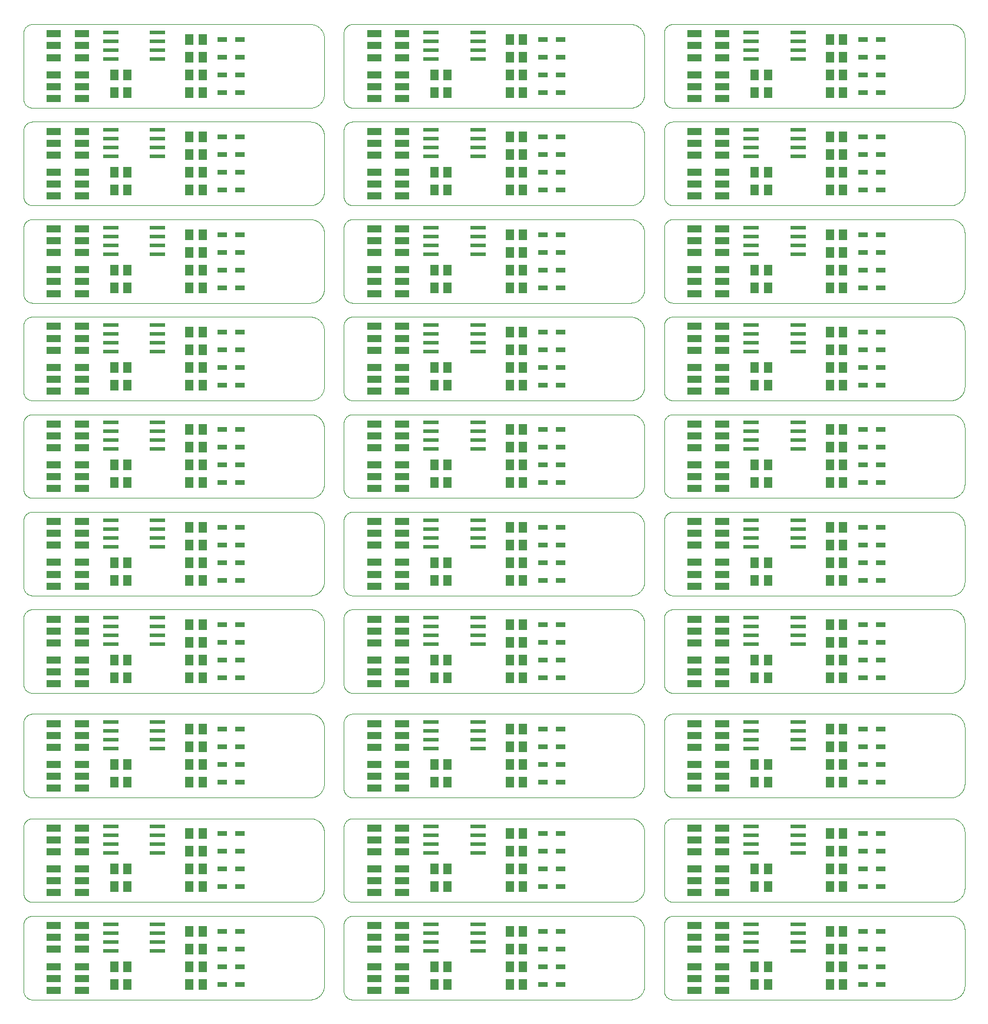
<source format=gtp>
%MOIN*%
%OFA0B0*%
%FSLAX25Y25*%
%IPPOS*%
%LPD*%
%AMOC8*
5,1,8,0,0,1.08239X$1,22.5*%
%AMOC80*
5,1,8,0,0,1.08239X$1,22.5*%
%AMOC81*
5,1,8,0,0,1.08239X$1,22.5*%
%AMOC800*
5,1,8,0,0,1.08239X$1,22.5*%
%AMOC810*
5,1,8,0,0,1.08239X$1,22.5*%
%AMOC8000*
5,1,8,0,0,1.08239X$1,22.5*%
%AMOC82*
5,1,8,0,0,1.08239X$1,22.5*%
%AMOC801*
5,1,8,0,0,1.08239X$1,22.5*%
%AMOC811*
5,1,8,0,0,1.08239X$1,22.5*%
%AMOC8001*
5,1,8,0,0,1.08239X$1,22.5*%
%AMOC820*
5,1,8,0,0,1.08239X$1,22.5*%
%AMOC8010*
5,1,8,0,0,1.08239X$1,22.5*%
%AMOC8100*
5,1,8,0,0,1.08239X$1,22.5*%
%AMOC80000*
5,1,8,0,0,1.08239X$1,22.5*%
%AMOC83*
5,1,8,0,0,1.08239X$1,22.5*%
%AMOC802*
5,1,8,0,0,1.08239X$1,22.5*%
%AMOC812*
5,1,8,0,0,1.08239X$1,22.5*%
%AMOC8002*
5,1,8,0,0,1.08239X$1,22.5*%
%AMOC821*
5,1,8,0,0,1.08239X$1,22.5*%
%AMOC8011*
5,1,8,0,0,1.08239X$1,22.5*%
%AMOC8101*
5,1,8,0,0,1.08239X$1,22.5*%
%AMOC80001*
5,1,8,0,0,1.08239X$1,22.5*%
%AMOC830*
5,1,8,0,0,1.08239X$1,22.5*%
%AMOC8020*
5,1,8,0,0,1.08239X$1,22.5*%
%AMOC8110*
5,1,8,0,0,1.08239X$1,22.5*%
%AMOC80010*
5,1,8,0,0,1.08239X$1,22.5*%
%AMOC8200*
5,1,8,0,0,1.08239X$1,22.5*%
%AMOC80100*
5,1,8,0,0,1.08239X$1,22.5*%
%AMOC81000*
5,1,8,0,0,1.08239X$1,22.5*%
%AMOC800000*
5,1,8,0,0,1.08239X$1,22.5*%
%ADD10C,0*%
%ADD11R,0.051179999999999996X0.05906*%
%ADD12R,0.05315X0.0315*%
%ADD13R,0.08699999999999998X0.024000000000000004*%
%ADD14R,0.07874X0.04331*%
%ADD25C,0*%
%ADD26R,0.051179999999999996X0.05906*%
%ADD27R,0.05315X0.0315*%
%ADD28R,0.08699999999999998X0.024000000000000004*%
%ADD29R,0.07874X0.04331*%
%ADD40C,0*%
%ADD41R,0.051179999999999996X0.05906*%
%ADD42R,0.05315X0.0315*%
%ADD43R,0.08699999999999998X0.024000000000000004*%
%ADD44R,0.07874X0.04331*%
%ADD55C,0*%
%ADD56R,0.051179999999999996X0.05906*%
%ADD57R,0.05315X0.0315*%
%ADD58R,0.08699999999999998X0.024000000000000004*%
%ADD59R,0.07874X0.04331*%
%ADD70C,0*%
%ADD71R,0.051179999999999996X0.05906*%
%ADD72R,0.05315X0.0315*%
%ADD73R,0.08699999999999998X0.024000000000000004*%
%ADD74R,0.07874X0.04331*%
%ADD85C,0*%
%ADD86R,0.051179999999999996X0.05906*%
%ADD87R,0.05315X0.0315*%
%ADD88R,0.08699999999999998X0.024000000000000004*%
%ADD89R,0.07874X0.04331*%
%ADD100C,0*%
%ADD101R,0.051179999999999996X0.05906*%
%ADD102R,0.05315X0.0315*%
%ADD103R,0.08699999999999998X0.024000000000000004*%
%ADD104R,0.07874X0.04331*%
%ADD115C,0*%
%ADD116R,0.051179999999999996X0.05906*%
%ADD117R,0.05315X0.0315*%
%ADD118R,0.08699999999999998X0.024000000000000004*%
%ADD119R,0.07874X0.04331*%
%ADD130C,0*%
%ADD131R,0.051179999999999996X0.05906*%
%ADD132R,0.05315X0.0315*%
%ADD133R,0.08699999999999998X0.024000000000000004*%
%ADD134R,0.07874X0.04331*%
%ADD145C,0*%
%ADD146R,0.051179999999999996X0.05906*%
%ADD147R,0.05315X0.0315*%
%ADD148R,0.08699999999999998X0.024000000000000004*%
%ADD149R,0.07874X0.04331*%
%ADD160C,0*%
%ADD161R,0.051179999999999996X0.05906*%
%ADD162R,0.05315X0.0315*%
%ADD163R,0.08699999999999998X0.024000000000000004*%
%ADD164R,0.07874X0.04331*%
%ADD175C,0*%
%ADD176R,0.051179999999999996X0.05906*%
%ADD177R,0.05315X0.0315*%
%ADD178R,0.08699999999999998X0.024000000000000004*%
%ADD179R,0.07874X0.04331*%
%ADD190C,0*%
%ADD191R,0.051179999999999996X0.05906*%
%ADD192R,0.05315X0.0315*%
%ADD193R,0.08699999999999998X0.024000000000000004*%
%ADD194R,0.07874X0.04331*%
%ADD205C,0*%
%ADD206R,0.051179999999999996X0.05906*%
%ADD207R,0.05315X0.0315*%
%ADD208R,0.08699999999999998X0.024000000000000004*%
%ADD209R,0.07874X0.04331*%
%ADD220C,0*%
%ADD221R,0.051179999999999996X0.05906*%
%ADD222R,0.05315X0.0315*%
%ADD223R,0.08699999999999998X0.024000000000000004*%
%ADD224R,0.07874X0.04331*%
%ADD235C,0*%
%ADD236R,0.051179999999999996X0.05906*%
%ADD237R,0.05315X0.0315*%
%ADD238R,0.08699999999999998X0.024000000000000004*%
%ADD239R,0.07874X0.04331*%
%ADD250C,0*%
%ADD251R,0.051179999999999996X0.05906*%
%ADD252R,0.05315X0.0315*%
%ADD253R,0.08699999999999998X0.024000000000000004*%
%ADD254R,0.07874X0.04331*%
%ADD265C,0*%
%ADD266R,0.051179999999999996X0.05906*%
%ADD267R,0.05315X0.0315*%
%ADD268R,0.08699999999999998X0.024000000000000004*%
%ADD269R,0.07874X0.04331*%
%ADD280C,0*%
%ADD281R,0.051179999999999996X0.05906*%
%ADD282R,0.05315X0.0315*%
%ADD283R,0.08699999999999998X0.024000000000000004*%
%ADD284R,0.07874X0.04331*%
%ADD295C,0*%
%ADD296R,0.051179999999999996X0.05906*%
%ADD297R,0.05315X0.0315*%
%ADD298R,0.08699999999999998X0.024000000000000004*%
%ADD299R,0.07874X0.04331*%
%ADD310C,0*%
%ADD311R,0.051179999999999996X0.05906*%
%ADD312R,0.05315X0.0315*%
%ADD313R,0.08699999999999998X0.024000000000000004*%
%ADD314R,0.07874X0.04331*%
%ADD325C,0*%
%ADD326R,0.051179999999999996X0.05906*%
%ADD327R,0.05315X0.0315*%
%ADD328R,0.08699999999999998X0.024000000000000004*%
%ADD329R,0.07874X0.04331*%
%ADD340C,0*%
%ADD341R,0.051179999999999996X0.05906*%
%ADD342R,0.05315X0.0315*%
%ADD343R,0.08699999999999998X0.024000000000000004*%
%ADD344R,0.07874X0.04331*%
%ADD355C,0*%
%ADD356R,0.051179999999999996X0.05906*%
%ADD357R,0.05315X0.0315*%
%ADD358R,0.08699999999999998X0.024000000000000004*%
%ADD359R,0.07874X0.04331*%
%ADD370C,0*%
%ADD371R,0.051179999999999996X0.05906*%
%ADD372R,0.05315X0.0315*%
%ADD373R,0.08699999999999998X0.024000000000000004*%
%ADD374R,0.07874X0.04331*%
%ADD385C,0*%
%ADD386R,0.051179999999999996X0.05906*%
%ADD387R,0.05315X0.0315*%
%ADD388R,0.08699999999999998X0.024000000000000004*%
%ADD389R,0.07874X0.04331*%
%ADD400C,0*%
%ADD401R,0.051179999999999996X0.05906*%
%ADD402R,0.05315X0.0315*%
%ADD403R,0.08699999999999998X0.024000000000000004*%
%ADD404R,0.07874X0.04331*%
%ADD415C,0*%
%ADD416R,0.051179999999999996X0.05906*%
%ADD417R,0.05315X0.0315*%
%ADD418R,0.08699999999999998X0.024000000000000004*%
%ADD419R,0.07874X0.04331*%
%ADD430C,0*%
%ADD431R,0.051179999999999996X0.05906*%
%ADD432R,0.05315X0.0315*%
%ADD433R,0.08699999999999998X0.024000000000000004*%
%ADD434R,0.07874X0.04331*%
%ADD445C,0*%
%ADD446R,0.051179999999999996X0.05906*%
%ADD447R,0.05315X0.0315*%
%ADD448R,0.08699999999999998X0.024000000000000004*%
%ADD449R,0.07874X0.04331*%
%LPD*%
G75*
D10*
X0417311Y0498925D02*
X0574437Y0498925D01*
X0574627Y0498927D01*
X0574817Y0498934D01*
X0575007Y0498946D01*
X0575197Y0498962D01*
X0575386Y0498982D01*
X0575575Y0499008D01*
X0575763Y0499037D01*
X0575950Y0499071D01*
X0576136Y0499111D01*
X0576320Y0499153D01*
X0576506Y0499202D01*
X0576689Y0499254D01*
X0576870Y0499310D01*
X0577050Y0499371D01*
X0577229Y0499437D01*
X0577406Y0499505D01*
X0577582Y0499580D01*
X0577755Y0499658D01*
X0577927Y0499741D01*
X0578096Y0499827D01*
X0578264Y0499917D01*
X0578429Y0500012D01*
X0578592Y0500110D01*
X0578752Y0500213D01*
X0578910Y0500319D01*
X0579065Y0500429D01*
X0579218Y0500542D01*
X0579368Y0500660D01*
X0579514Y0500781D01*
X0579658Y0500905D01*
X0579799Y0501033D01*
X0579937Y0501164D01*
X0580072Y0501299D01*
X0580203Y0501437D01*
X0580331Y0501578D01*
X0580455Y0501722D01*
X0580576Y0501868D01*
X0580694Y0502018D01*
X0580806Y0502170D01*
X0580916Y0502325D01*
X0581023Y0502484D01*
X0581126Y0502644D01*
X0581224Y0502806D01*
X0581319Y0502972D01*
X0581409Y0503139D01*
X0581495Y0503308D01*
X0581578Y0503481D01*
X0581656Y0503653D01*
X0581730Y0503829D01*
X0581799Y0504007D01*
X0581864Y0504186D01*
X0581926Y0504366D01*
X0581981Y0504547D01*
X0582034Y0504730D01*
X0582082Y0504915D01*
X0582125Y0505100D01*
X0582164Y0505285D01*
X0582199Y0505473D01*
X0582228Y0505661D01*
X0582254Y0505850D01*
X0582274Y0506039D01*
X0582290Y0506229D01*
X0582301Y0506419D01*
X0582309Y0506609D01*
X0582311Y0506799D01*
X0582311Y0538293D01*
X0582309Y0538485D01*
X0582301Y0538675D01*
X0582290Y0538865D01*
X0582274Y0539055D01*
X0582254Y0539244D01*
X0582228Y0539433D01*
X0582199Y0539621D01*
X0582164Y0539808D01*
X0582125Y0539993D01*
X0582082Y0540179D01*
X0582034Y0540364D01*
X0581981Y0540547D01*
X0581926Y0540728D01*
X0581864Y0540908D01*
X0581799Y0541087D01*
X0581730Y0541264D01*
X0581656Y0541440D01*
X0581578Y0541612D01*
X0581495Y0541785D01*
X0581409Y0541954D01*
X0581319Y0542122D01*
X0581224Y0542287D01*
X0581126Y0542450D01*
X0581023Y0542610D01*
X0580916Y0542768D01*
X0580806Y0542923D01*
X0580694Y0543076D01*
X0580576Y0543226D01*
X0580455Y0543370D01*
X0580331Y0543516D01*
X0580203Y0543657D01*
X0580072Y0543795D01*
X0579937Y0543930D01*
X0579799Y0544061D01*
X0579658Y0544189D01*
X0579514Y0544313D01*
X0579368Y0544434D01*
X0579218Y0544552D01*
X0579065Y0544665D01*
X0578910Y0544775D01*
X0578752Y0544881D01*
X0578592Y0544983D01*
X0578429Y0545082D01*
X0578264Y0545177D01*
X0578096Y0545267D01*
X0577927Y0545353D01*
X0577755Y0545436D01*
X0577582Y0545514D01*
X0577406Y0545588D01*
X0577229Y0545657D01*
X0577050Y0545723D01*
X0576870Y0545784D01*
X0576689Y0545840D01*
X0576506Y0545892D01*
X0576320Y0545940D01*
X0576136Y0545982D01*
X0575950Y0546022D01*
X0575763Y0546057D01*
X0575575Y0546086D01*
X0575386Y0546112D01*
X0575197Y0546132D01*
X0575007Y0546148D01*
X0574817Y0546160D01*
X0574627Y0546167D01*
X0574437Y0546169D01*
X0417311Y0546169D01*
X0417171Y0546167D01*
X0417031Y0546161D01*
X0416891Y0546151D01*
X0416751Y0546138D01*
X0416612Y0546120D01*
X0416472Y0546098D01*
X0416336Y0546073D01*
X0416198Y0546044D01*
X0416062Y0546011D01*
X0415927Y0545974D01*
X0415793Y0545933D01*
X0415660Y0545887D01*
X0415528Y0545840D01*
X0415398Y0545788D01*
X0415269Y0545733D01*
X0415142Y0545674D01*
X0415015Y0545610D01*
X0414892Y0545544D01*
X0414771Y0545476D01*
X0414651Y0545403D01*
X0414533Y0545326D01*
X0414418Y0545247D01*
X0414304Y0545164D01*
X0414194Y0545078D01*
X0414085Y0544989D01*
X0413978Y0544897D01*
X0413876Y0544802D01*
X0413774Y0544705D01*
X0413678Y0544603D01*
X0413583Y0544501D01*
X0413490Y0544395D01*
X0413401Y0544286D01*
X0413316Y0544176D01*
X0413232Y0544062D01*
X0413154Y0543947D01*
X0413077Y0543829D01*
X0413004Y0543709D01*
X0412934Y0543588D01*
X0412869Y0543464D01*
X0412805Y0543338D01*
X0412747Y0543210D01*
X0412692Y0543082D01*
X0412640Y0542952D01*
X0412592Y0542820D01*
X0412547Y0542687D01*
X0412506Y0542553D01*
X0412469Y0542418D01*
X0412436Y0542282D01*
X0412406Y0542144D01*
X0412382Y0542006D01*
X0412360Y0541868D01*
X0412342Y0541729D01*
X0412329Y0541589D01*
X0412319Y0541449D01*
X0412313Y0541309D01*
X0412310Y0541167D01*
X0412310Y0503925D01*
X0412313Y0503785D01*
X0412319Y0503645D01*
X0412329Y0503505D01*
X0412342Y0503365D01*
X0412360Y0503226D01*
X0412382Y0503087D01*
X0412406Y0502949D01*
X0412436Y0502812D01*
X0412469Y0502676D01*
X0412506Y0502541D01*
X0412547Y0502407D01*
X0412592Y0502274D01*
X0412640Y0502142D01*
X0412692Y0502012D01*
X0412747Y0501883D01*
X0412805Y0501755D01*
X0412869Y0501630D01*
X0412934Y0501506D01*
X0413004Y0501384D01*
X0413077Y0501265D01*
X0413154Y0501147D01*
X0413232Y0501032D01*
X0413316Y0500918D01*
X0413401Y0500807D01*
X0413490Y0500699D01*
X0413583Y0500593D01*
X0413678Y0500490D01*
X0413774Y0500389D01*
X0413876Y0500291D01*
X0413978Y0500197D01*
X0414085Y0500105D01*
X0414194Y0500016D01*
X0414304Y0499930D01*
X0414418Y0499847D01*
X0414533Y0499768D01*
X0414651Y0499691D01*
X0414771Y0499618D01*
X0414892Y0499549D01*
X0415015Y0499483D01*
X0415142Y0499420D01*
X0415269Y0499361D01*
X0415398Y0499306D01*
X0415528Y0499254D01*
X0415660Y0499206D01*
X0415793Y0499160D01*
X0415927Y0499120D01*
X0416062Y0499083D01*
X0416198Y0499050D01*
X0416336Y0499021D01*
X0416472Y0498996D01*
X0416612Y0498974D01*
X0416751Y0498956D01*
X0416891Y0498942D01*
X0417031Y0498933D01*
X0417171Y0498927D01*
X0417311Y0498925D01*
D11*
X0463571Y0507547D03*
X0471051Y0507547D03*
X0471051Y0517547D03*
X0463571Y0517547D03*
X0506071Y0517547D03*
X0513550Y0517547D03*
X0513550Y0507547D03*
X0506071Y0507547D03*
X0506071Y0527547D03*
X0513550Y0527547D03*
X0513550Y0537547D03*
X0506071Y0537547D03*
D12*
X0524811Y0537547D03*
X0534811Y0537547D03*
X0534811Y0527547D03*
X0524811Y0527547D03*
X0524811Y0517547D03*
X0534811Y0517547D03*
X0534811Y0507547D03*
X0524811Y0507547D03*
D13*
X0488110Y0526547D03*
X0488110Y0531547D03*
X0488110Y0536547D03*
X0488110Y0541547D03*
X0461611Y0541547D03*
X0461611Y0536547D03*
X0461611Y0531547D03*
X0461611Y0526547D03*
D14*
X0445185Y0527354D03*
X0429437Y0527354D03*
X0429437Y0534047D03*
X0445185Y0534047D03*
X0445185Y0540740D03*
X0429437Y0540740D03*
X0429437Y0517640D03*
X0445185Y0517640D03*
X0445185Y0510946D03*
X0429437Y0510946D03*
X0429437Y0504254D03*
X0445185Y0504254D03*
G75*
D25*
X0417311Y0388689D02*
X0574437Y0388689D01*
X0574627Y0388690D01*
X0574817Y0388698D01*
X0575007Y0388710D01*
X0575197Y0388726D01*
X0575386Y0388745D01*
X0575575Y0388772D01*
X0575763Y0388801D01*
X0575950Y0388836D01*
X0576136Y0388875D01*
X0576320Y0388918D01*
X0576506Y0388966D01*
X0576689Y0389018D01*
X0576870Y0389074D01*
X0577050Y0389135D01*
X0577229Y0389201D01*
X0577406Y0389270D01*
X0577582Y0389344D01*
X0577755Y0389422D01*
X0577927Y0389505D01*
X0578096Y0389591D01*
X0578264Y0389681D01*
X0578429Y0389776D01*
X0578592Y0389874D01*
X0578752Y0389977D01*
X0578910Y0390083D01*
X0579065Y0390193D01*
X0579218Y0390306D01*
X0579368Y0390424D01*
X0579514Y0390545D01*
X0579658Y0390669D01*
X0579799Y0390797D01*
X0579937Y0390928D01*
X0580072Y0391063D01*
X0580203Y0391201D01*
X0580331Y0391342D01*
X0580455Y0391486D01*
X0580576Y0391632D01*
X0580694Y0391782D01*
X0580806Y0391935D01*
X0580916Y0392090D01*
X0581023Y0392248D01*
X0581126Y0392407D01*
X0581224Y0392571D01*
X0581319Y0392736D01*
X0581409Y0392903D01*
X0581495Y0393073D01*
X0581578Y0393245D01*
X0581656Y0393418D01*
X0581730Y0393594D01*
X0581799Y0393771D01*
X0581864Y0393950D01*
X0581926Y0394130D01*
X0581981Y0394311D01*
X0582034Y0394493D01*
X0582082Y0394679D01*
X0582125Y0394864D01*
X0582164Y0395050D01*
X0582199Y0395237D01*
X0582228Y0395425D01*
X0582254Y0395613D01*
X0582274Y0395803D01*
X0582290Y0395992D01*
X0582301Y0396182D01*
X0582309Y0396373D01*
X0582311Y0396563D01*
X0582311Y0428059D01*
X0582309Y0428249D01*
X0582301Y0428439D01*
X0582290Y0428629D01*
X0582274Y0428819D01*
X0582254Y0429007D01*
X0582228Y0429197D01*
X0582199Y0429385D01*
X0582164Y0429572D01*
X0582125Y0429758D01*
X0582082Y0429943D01*
X0582034Y0430128D01*
X0581981Y0430311D01*
X0581926Y0430492D01*
X0581864Y0430672D01*
X0581799Y0430851D01*
X0581730Y0431027D01*
X0581656Y0431203D01*
X0581578Y0431377D01*
X0581495Y0431548D01*
X0581409Y0431717D01*
X0581319Y0431886D01*
X0581224Y0432050D01*
X0581126Y0432214D01*
X0581023Y0432374D01*
X0580916Y0432531D01*
X0580806Y0432687D01*
X0580694Y0432840D01*
X0580576Y0432990D01*
X0580455Y0433136D01*
X0580331Y0433280D01*
X0580203Y0433420D01*
X0580072Y0433559D01*
X0579937Y0433694D01*
X0579799Y0433825D01*
X0579658Y0433953D01*
X0579514Y0434077D01*
X0579368Y0434198D01*
X0579218Y0434316D01*
X0579065Y0434429D01*
X0578910Y0434539D01*
X0578752Y0434645D01*
X0578592Y0434748D01*
X0578429Y0434846D01*
X0578264Y0434941D01*
X0578096Y0435031D01*
X0577927Y0435117D01*
X0577755Y0435200D01*
X0577582Y0435278D01*
X0577406Y0435351D01*
X0577229Y0435421D01*
X0577050Y0435487D01*
X0576870Y0435548D01*
X0576689Y0435604D01*
X0576506Y0435656D01*
X0576320Y0435703D01*
X0576136Y0435747D01*
X0575950Y0435785D01*
X0575763Y0435820D01*
X0575575Y0435850D01*
X0575386Y0435876D01*
X0575197Y0435896D01*
X0575007Y0435912D01*
X0574817Y0435924D01*
X0574627Y0435931D01*
X0574437Y0435933D01*
X0417311Y0435933D01*
X0417171Y0435931D01*
X0417031Y0435925D01*
X0416891Y0435914D01*
X0416751Y0435902D01*
X0416612Y0435884D01*
X0416472Y0435862D01*
X0416336Y0435837D01*
X0416198Y0435808D01*
X0416062Y0435775D01*
X0415927Y0435738D01*
X0415793Y0435696D01*
X0415660Y0435652D01*
X0415528Y0435604D01*
X0415398Y0435552D01*
X0415269Y0435497D01*
X0415142Y0435438D01*
X0415015Y0435375D01*
X0414892Y0435309D01*
X0414771Y0435240D01*
X0414651Y0435167D01*
X0414533Y0435090D01*
X0414418Y0435011D01*
X0414304Y0434928D01*
X0414194Y0434842D01*
X0414085Y0434753D01*
X0413978Y0434661D01*
X0413876Y0434565D01*
X0413774Y0434469D01*
X0413678Y0434368D01*
X0413583Y0434265D01*
X0413490Y0434159D01*
X0413401Y0434049D01*
X0413316Y0433940D01*
X0413232Y0433826D01*
X0413154Y0433711D01*
X0413077Y0433593D01*
X0413004Y0433473D01*
X0412934Y0433352D01*
X0412869Y0433228D01*
X0412805Y0433101D01*
X0412747Y0432975D01*
X0412692Y0432846D01*
X0412640Y0432716D01*
X0412592Y0432584D01*
X0412547Y0432451D01*
X0412506Y0432317D01*
X0412469Y0432182D01*
X0412436Y0432046D01*
X0412406Y0431907D01*
X0412382Y0431771D01*
X0412360Y0431632D01*
X0412342Y0431493D01*
X0412329Y0431353D01*
X0412319Y0431213D01*
X0412313Y0431073D01*
X0412310Y0430933D01*
X0412310Y0393689D01*
X0412313Y0393549D01*
X0412319Y0393409D01*
X0412329Y0393269D01*
X0412342Y0393129D01*
X0412360Y0392990D01*
X0412382Y0392851D01*
X0412406Y0392714D01*
X0412436Y0392576D01*
X0412469Y0392440D01*
X0412506Y0392305D01*
X0412547Y0392170D01*
X0412592Y0392038D01*
X0412640Y0391906D01*
X0412692Y0391776D01*
X0412747Y0391647D01*
X0412805Y0391520D01*
X0412869Y0391394D01*
X0412934Y0391269D01*
X0413004Y0391149D01*
X0413077Y0391028D01*
X0413154Y0390911D01*
X0413232Y0390795D01*
X0413316Y0390682D01*
X0413401Y0390572D01*
X0413490Y0390463D01*
X0413583Y0390357D01*
X0413678Y0390254D01*
X0413774Y0390153D01*
X0413876Y0390056D01*
X0413978Y0389961D01*
X0414085Y0389869D01*
X0414194Y0389780D01*
X0414304Y0389693D01*
X0414418Y0389611D01*
X0414533Y0389532D01*
X0414651Y0389455D01*
X0414771Y0389382D01*
X0414892Y0389313D01*
X0415015Y0389247D01*
X0415142Y0389184D01*
X0415269Y0389124D01*
X0415398Y0389070D01*
X0415528Y0389018D01*
X0415660Y0388970D01*
X0415793Y0388924D01*
X0415927Y0388884D01*
X0416062Y0388847D01*
X0416198Y0388814D01*
X0416336Y0388785D01*
X0416472Y0388760D01*
X0416612Y0388738D01*
X0416751Y0388720D01*
X0416891Y0388707D01*
X0417031Y0388697D01*
X0417171Y0388690D01*
X0417311Y0388689D01*
D26*
X0463571Y0397311D03*
X0471051Y0397311D03*
X0471051Y0407311D03*
X0463571Y0407311D03*
X0506071Y0407311D03*
X0513550Y0407311D03*
X0513550Y0397311D03*
X0506071Y0397311D03*
X0506071Y0417311D03*
X0513550Y0417311D03*
X0513550Y0427311D03*
X0506071Y0427311D03*
D27*
X0524811Y0427311D03*
X0534811Y0427311D03*
X0534811Y0417311D03*
X0524811Y0417311D03*
X0524811Y0407311D03*
X0534811Y0407311D03*
X0534811Y0397311D03*
X0524811Y0397311D03*
D28*
X0488110Y0416310D03*
X0488110Y0421311D03*
X0488110Y0426311D03*
X0488110Y0431311D03*
X0461611Y0431311D03*
X0461611Y0426311D03*
X0461611Y0421311D03*
X0461611Y0416310D03*
D29*
X0445185Y0417117D03*
X0429437Y0417117D03*
X0429437Y0423811D03*
X0445185Y0423811D03*
X0445185Y0430504D03*
X0429437Y0430504D03*
X0429437Y0407404D03*
X0445185Y0407404D03*
X0445185Y0400711D03*
X0429437Y0400711D03*
X0429437Y0394018D03*
X0445185Y0394018D03*
G75*
D40*
X0055106Y0333571D02*
X0212232Y0333571D01*
X0212422Y0333572D01*
X0212611Y0333580D01*
X0212803Y0333592D01*
X0212993Y0333608D01*
X0213181Y0333627D01*
X0213371Y0333654D01*
X0213559Y0333683D01*
X0213746Y0333718D01*
X0213932Y0333757D01*
X0214116Y0333800D01*
X0214302Y0333848D01*
X0214485Y0333900D01*
X0214665Y0333956D01*
X0214846Y0334017D01*
X0215025Y0334083D01*
X0215201Y0334152D01*
X0215377Y0334225D01*
X0215551Y0334304D01*
X0215723Y0334387D01*
X0215892Y0334473D01*
X0216060Y0334563D01*
X0216224Y0334658D01*
X0216387Y0334756D01*
X0216548Y0334859D01*
X0216706Y0334965D01*
X0216861Y0335075D01*
X0217014Y0335188D01*
X0217164Y0335305D01*
X0217309Y0335427D01*
X0217454Y0335551D01*
X0217594Y0335679D01*
X0217733Y0335810D01*
X0217868Y0335945D01*
X0217999Y0336083D01*
X0218127Y0336224D01*
X0218251Y0336368D01*
X0218372Y0336514D01*
X0218489Y0336664D01*
X0218603Y0336817D01*
X0218712Y0336972D01*
X0218819Y0337130D01*
X0218922Y0337289D01*
X0219020Y0337453D01*
X0219115Y0337618D01*
X0219205Y0337785D01*
X0219291Y0337955D01*
X0219374Y0338127D01*
X0219451Y0338299D01*
X0219526Y0338476D01*
X0219593Y0338653D01*
X0219661Y0338832D01*
X0219722Y0339012D01*
X0219776Y0339193D01*
X0219830Y0339375D01*
X0219878Y0339561D01*
X0219921Y0339746D01*
X0219960Y0339932D01*
X0219993Y0340119D01*
X0220024Y0340307D01*
X0220050Y0340495D01*
X0220070Y0340685D01*
X0220086Y0340874D01*
X0220098Y0341065D01*
X0220105Y0341255D01*
X0220107Y0341445D01*
X0220107Y0372941D01*
X0220105Y0373131D01*
X0220098Y0373321D01*
X0220086Y0373511D01*
X0220070Y0373701D01*
X0220050Y0373890D01*
X0220024Y0374079D01*
X0219993Y0374267D01*
X0219960Y0374454D01*
X0219921Y0374640D01*
X0219878Y0374825D01*
X0219830Y0375010D01*
X0219776Y0375193D01*
X0219722Y0375374D01*
X0219661Y0375554D01*
X0219593Y0375733D01*
X0219526Y0375910D01*
X0219451Y0376086D01*
X0219374Y0376259D01*
X0219291Y0376431D01*
X0219205Y0376600D01*
X0219115Y0376767D01*
X0219020Y0376933D01*
X0218922Y0377096D01*
X0218819Y0377256D01*
X0218712Y0377413D01*
X0218603Y0377569D01*
X0218489Y0377722D01*
X0218372Y0377872D01*
X0218251Y0378018D01*
X0218127Y0378162D01*
X0217999Y0378303D01*
X0217868Y0378441D01*
X0217733Y0378576D01*
X0217594Y0378707D01*
X0217454Y0378835D01*
X0217309Y0378959D01*
X0217164Y0379080D01*
X0217014Y0379198D01*
X0216861Y0379311D01*
X0216706Y0379421D01*
X0216548Y0379527D01*
X0216387Y0379630D01*
X0216224Y0379728D01*
X0216060Y0379823D01*
X0215892Y0379913D01*
X0215723Y0379999D01*
X0215551Y0380082D01*
X0215377Y0380160D01*
X0215201Y0380234D01*
X0215025Y0380303D01*
X0214846Y0380369D01*
X0214665Y0380430D01*
X0214485Y0380486D01*
X0214302Y0380538D01*
X0214116Y0380586D01*
X0213932Y0380629D01*
X0213746Y0380668D01*
X0213559Y0380703D01*
X0213371Y0380732D01*
X0213181Y0380758D01*
X0212993Y0380778D01*
X0212803Y0380794D01*
X0212611Y0380806D01*
X0212422Y0380813D01*
X0212232Y0380815D01*
X0055106Y0380815D01*
X0054967Y0380813D01*
X0054827Y0380807D01*
X0054687Y0380797D01*
X0054547Y0380783D01*
X0054408Y0380766D01*
X0054269Y0380744D01*
X0054132Y0380719D01*
X0053994Y0380690D01*
X0053857Y0380657D01*
X0053723Y0380619D01*
X0053589Y0380579D01*
X0053456Y0380534D01*
X0053324Y0380486D01*
X0053194Y0380434D01*
X0053064Y0380379D01*
X0052937Y0380320D01*
X0052812Y0380257D01*
X0052688Y0380191D01*
X0052567Y0380122D01*
X0052447Y0380049D01*
X0052329Y0379972D01*
X0052214Y0379893D01*
X0052100Y0379809D01*
X0051990Y0379724D01*
X0051881Y0379634D01*
X0051775Y0379543D01*
X0051671Y0379448D01*
X0051571Y0379351D01*
X0051474Y0379250D01*
X0051379Y0379147D01*
X0051287Y0379041D01*
X0051198Y0378932D01*
X0051112Y0378822D01*
X0051029Y0378708D01*
X0050949Y0378593D01*
X0050873Y0378474D01*
X0050800Y0378354D01*
X0050731Y0378234D01*
X0050665Y0378110D01*
X0050602Y0377984D01*
X0050543Y0377857D01*
X0050488Y0377728D01*
X0050436Y0377598D01*
X0050388Y0377466D01*
X0050343Y0377333D01*
X0050302Y0377199D01*
X0050265Y0377064D01*
X0050232Y0376928D01*
X0050203Y0376790D01*
X0050178Y0376653D01*
X0050156Y0376514D01*
X0050138Y0376375D01*
X0050125Y0376235D01*
X0050115Y0376095D01*
X0050109Y0375954D01*
X0050107Y0375815D01*
X0050107Y0338571D01*
X0050109Y0338431D01*
X0050115Y0338291D01*
X0050125Y0338151D01*
X0050138Y0338011D01*
X0050156Y0337872D01*
X0050178Y0337733D01*
X0050203Y0337596D01*
X0050232Y0337458D01*
X0050265Y0337322D01*
X0050302Y0337187D01*
X0050343Y0337052D01*
X0050388Y0336920D01*
X0050436Y0336788D01*
X0050488Y0336658D01*
X0050543Y0336529D01*
X0050602Y0336402D01*
X0050665Y0336276D01*
X0050731Y0336151D01*
X0050800Y0336031D01*
X0050873Y0335910D01*
X0050949Y0335793D01*
X0051029Y0335677D01*
X0051112Y0335564D01*
X0051198Y0335454D01*
X0051287Y0335345D01*
X0051379Y0335239D01*
X0051474Y0335136D01*
X0051571Y0335035D01*
X0051671Y0334938D01*
X0051775Y0334843D01*
X0051881Y0334751D01*
X0051990Y0334662D01*
X0052100Y0334575D01*
X0052214Y0334493D01*
X0052329Y0334414D01*
X0052447Y0334337D01*
X0052567Y0334264D01*
X0052688Y0334195D01*
X0052812Y0334129D01*
X0052937Y0334066D01*
X0053064Y0334006D01*
X0053194Y0333952D01*
X0053324Y0333900D01*
X0053456Y0333852D01*
X0053589Y0333806D01*
X0053723Y0333766D01*
X0053857Y0333729D01*
X0053994Y0333696D01*
X0054132Y0333667D01*
X0054269Y0333642D01*
X0054408Y0333620D01*
X0054547Y0333602D01*
X0054687Y0333589D01*
X0054827Y0333579D01*
X0054967Y0333572D01*
X0055106Y0333571D01*
D41*
X0101367Y0342193D03*
X0108847Y0342193D03*
X0108847Y0352193D03*
X0101367Y0352193D03*
X0143867Y0352193D03*
X0151347Y0352193D03*
X0151347Y0342193D03*
X0143867Y0342193D03*
X0143867Y0362193D03*
X0151347Y0362193D03*
X0151347Y0372193D03*
X0143867Y0372193D03*
D42*
X0162607Y0372193D03*
X0172607Y0372193D03*
X0172607Y0362193D03*
X0162607Y0362193D03*
X0162607Y0352193D03*
X0172607Y0352193D03*
X0172607Y0342193D03*
X0162607Y0342193D03*
D43*
X0125906Y0361193D03*
X0125906Y0366193D03*
X0125906Y0371193D03*
X0125906Y0376193D03*
X0099407Y0376193D03*
X0099407Y0371193D03*
X0099407Y0366193D03*
X0099407Y0361193D03*
D44*
X0082981Y0362000D03*
X0067232Y0362000D03*
X0067232Y0368692D03*
X0082981Y0368692D03*
X0082981Y0375385D03*
X0067232Y0375385D03*
X0067232Y0352286D03*
X0082981Y0352286D03*
X0082981Y0345593D03*
X0067232Y0345593D03*
X0067232Y0338900D03*
X0082981Y0338900D03*
G75*
D55*
X0055106Y0443807D02*
X0212232Y0443807D01*
X0212422Y0443809D01*
X0212611Y0443816D01*
X0212803Y0443828D01*
X0212993Y0443844D01*
X0213181Y0443864D01*
X0213371Y0443890D01*
X0213559Y0443919D01*
X0213746Y0443954D01*
X0213932Y0443993D01*
X0214116Y0444036D01*
X0214302Y0444083D01*
X0214485Y0444136D01*
X0214665Y0444191D01*
X0214846Y0444252D01*
X0215025Y0444319D01*
X0215201Y0444388D01*
X0215377Y0444461D01*
X0215551Y0444540D01*
X0215723Y0444623D01*
X0215892Y0444709D01*
X0216060Y0444799D01*
X0216224Y0444894D01*
X0216387Y0444991D01*
X0216548Y0445095D01*
X0216706Y0445200D01*
X0216861Y0445310D01*
X0217014Y0445424D01*
X0217164Y0445542D01*
X0217309Y0445662D01*
X0217454Y0445787D01*
X0217594Y0445915D01*
X0217733Y0446046D01*
X0217868Y0446181D01*
X0217999Y0446319D01*
X0218127Y0446460D01*
X0218251Y0446603D01*
X0218372Y0446750D01*
X0218489Y0446900D01*
X0218603Y0447053D01*
X0218712Y0447208D01*
X0218819Y0447366D01*
X0218922Y0447525D01*
X0219020Y0447689D01*
X0219115Y0447854D01*
X0219205Y0448022D01*
X0219291Y0448191D01*
X0219374Y0448363D01*
X0219451Y0448536D01*
X0219526Y0448712D01*
X0219593Y0448888D01*
X0219661Y0449068D01*
X0219722Y0449247D01*
X0219776Y0449429D01*
X0219830Y0449612D01*
X0219878Y0449796D01*
X0219921Y0449982D01*
X0219960Y0450168D01*
X0219993Y0450355D01*
X0220024Y0450542D01*
X0220050Y0450732D01*
X0220070Y0450921D01*
X0220086Y0451111D01*
X0220098Y0451301D01*
X0220105Y0451491D01*
X0220107Y0451681D01*
X0220107Y0483176D01*
X0220105Y0483366D01*
X0220098Y0483556D01*
X0220086Y0483747D01*
X0220070Y0483937D01*
X0220050Y0484126D01*
X0220024Y0484314D01*
X0219993Y0484503D01*
X0219960Y0484690D01*
X0219921Y0484876D01*
X0219878Y0485060D01*
X0219830Y0485246D01*
X0219776Y0485429D01*
X0219722Y0485609D01*
X0219661Y0485790D01*
X0219593Y0485968D01*
X0219526Y0486146D01*
X0219451Y0486322D01*
X0219374Y0486495D01*
X0219291Y0486667D01*
X0219205Y0486836D01*
X0219115Y0487004D01*
X0219020Y0487169D01*
X0218922Y0487331D01*
X0218819Y0487492D01*
X0218712Y0487650D01*
X0218603Y0487805D01*
X0218489Y0487958D01*
X0218372Y0488108D01*
X0218251Y0488253D01*
X0218127Y0488398D01*
X0217999Y0488539D01*
X0217868Y0488677D01*
X0217733Y0488812D01*
X0217594Y0488943D01*
X0217454Y0489071D01*
X0217309Y0489194D01*
X0217164Y0489316D01*
X0217014Y0489433D01*
X0216861Y0489547D01*
X0216706Y0489656D01*
X0216548Y0489763D01*
X0216387Y0489865D01*
X0216224Y0489964D01*
X0216060Y0490059D01*
X0215892Y0490149D01*
X0215723Y0490235D01*
X0215551Y0490318D01*
X0215377Y0490395D01*
X0215201Y0490470D01*
X0215025Y0490538D01*
X0214846Y0490604D01*
X0214665Y0490665D01*
X0214485Y0490721D01*
X0214302Y0490774D01*
X0214116Y0490822D01*
X0213932Y0490865D01*
X0213746Y0490904D01*
X0213559Y0490939D01*
X0213371Y0490968D01*
X0213181Y0490994D01*
X0212993Y0491014D01*
X0212803Y0491030D01*
X0212611Y0491042D01*
X0212422Y0491049D01*
X0212232Y0491051D01*
X0055106Y0491051D01*
X0054967Y0491049D01*
X0054827Y0491043D01*
X0054687Y0491033D01*
X0054547Y0491019D01*
X0054408Y0491002D01*
X0054269Y0490980D01*
X0054132Y0490955D01*
X0053994Y0490926D01*
X0053857Y0490893D01*
X0053723Y0490855D01*
X0053589Y0490815D01*
X0053456Y0490770D01*
X0053324Y0490721D01*
X0053194Y0490670D01*
X0053064Y0490615D01*
X0052937Y0490556D01*
X0052812Y0490493D01*
X0052688Y0490427D01*
X0052567Y0490358D01*
X0052447Y0490285D01*
X0052329Y0490208D01*
X0052214Y0490129D01*
X0052100Y0490046D01*
X0051990Y0489960D01*
X0051881Y0489871D01*
X0051775Y0489778D01*
X0051671Y0489684D01*
X0051571Y0489587D01*
X0051474Y0489486D01*
X0051379Y0489383D01*
X0051287Y0489276D01*
X0051198Y0489168D01*
X0051112Y0489058D01*
X0051029Y0488943D01*
X0050949Y0488828D01*
X0050873Y0488711D01*
X0050800Y0488591D01*
X0050731Y0488469D01*
X0050665Y0488346D01*
X0050602Y0488220D01*
X0050543Y0488093D01*
X0050488Y0487964D01*
X0050436Y0487833D01*
X0050388Y0487702D01*
X0050343Y0487568D01*
X0050302Y0487435D01*
X0050265Y0487300D01*
X0050232Y0487164D01*
X0050203Y0487026D01*
X0050178Y0486889D01*
X0050156Y0486750D01*
X0050138Y0486611D01*
X0050125Y0486470D01*
X0050115Y0486331D01*
X0050109Y0486191D01*
X0050107Y0486050D01*
X0050107Y0448806D01*
X0050109Y0448667D01*
X0050115Y0448527D01*
X0050125Y0448386D01*
X0050138Y0448247D01*
X0050156Y0448108D01*
X0050178Y0447969D01*
X0050203Y0447832D01*
X0050232Y0447694D01*
X0050265Y0447558D01*
X0050302Y0447423D01*
X0050343Y0447288D01*
X0050388Y0447156D01*
X0050436Y0447024D01*
X0050488Y0446894D01*
X0050543Y0446765D01*
X0050602Y0446638D01*
X0050665Y0446512D01*
X0050731Y0446387D01*
X0050800Y0446267D01*
X0050873Y0446147D01*
X0050949Y0446028D01*
X0051029Y0445913D01*
X0051112Y0445800D01*
X0051198Y0445690D01*
X0051287Y0445580D01*
X0051379Y0445475D01*
X0051474Y0445371D01*
X0051571Y0445271D01*
X0051671Y0445174D01*
X0051775Y0445078D01*
X0051881Y0444987D01*
X0051990Y0444898D01*
X0052100Y0444812D01*
X0052214Y0444729D01*
X0052329Y0444650D01*
X0052447Y0444573D01*
X0052567Y0444500D01*
X0052688Y0444431D01*
X0052812Y0444365D01*
X0052937Y0444302D01*
X0053064Y0444243D01*
X0053194Y0444188D01*
X0053324Y0444136D01*
X0053456Y0444088D01*
X0053589Y0444043D01*
X0053723Y0444001D01*
X0053857Y0443965D01*
X0053994Y0443932D01*
X0054132Y0443903D01*
X0054269Y0443878D01*
X0054408Y0443856D01*
X0054547Y0443838D01*
X0054687Y0443825D01*
X0054827Y0443815D01*
X0054967Y0443809D01*
X0055106Y0443807D01*
D56*
X0101367Y0452428D03*
X0108847Y0452428D03*
X0108847Y0462429D03*
X0101367Y0462429D03*
X0143867Y0462429D03*
X0151347Y0462429D03*
X0151347Y0452428D03*
X0143867Y0452428D03*
X0143867Y0472429D03*
X0151347Y0472429D03*
X0151347Y0482429D03*
X0143867Y0482429D03*
D57*
X0162607Y0482429D03*
X0172607Y0482429D03*
X0172607Y0472429D03*
X0162607Y0472429D03*
X0162607Y0462429D03*
X0172607Y0462429D03*
X0172607Y0452428D03*
X0162607Y0452428D03*
D58*
X0125906Y0471429D03*
X0125906Y0476429D03*
X0125906Y0481429D03*
X0125906Y0486428D03*
X0099407Y0486428D03*
X0099407Y0481429D03*
X0099407Y0476429D03*
X0099407Y0471429D03*
D59*
X0082981Y0472236D03*
X0067232Y0472236D03*
X0067232Y0478929D03*
X0082981Y0478929D03*
X0082981Y0485622D03*
X0067232Y0485622D03*
X0067232Y0462521D03*
X0082981Y0462521D03*
X0082981Y0455829D03*
X0067232Y0455829D03*
X0067232Y0449136D03*
X0082981Y0449136D03*
G75*
D70*
X0055106Y0223335D02*
X0212232Y0223335D01*
X0212422Y0223337D01*
X0212611Y0223344D01*
X0212803Y0223356D01*
X0212993Y0223372D01*
X0213181Y0223392D01*
X0213371Y0223417D01*
X0213559Y0223447D01*
X0213746Y0223482D01*
X0213932Y0223521D01*
X0214116Y0223564D01*
X0214302Y0223612D01*
X0214485Y0223664D01*
X0214665Y0223720D01*
X0214846Y0223781D01*
X0215025Y0223847D01*
X0215201Y0223916D01*
X0215377Y0223990D01*
X0215551Y0224067D01*
X0215723Y0224151D01*
X0215892Y0224237D01*
X0216060Y0224327D01*
X0216224Y0224422D01*
X0216387Y0224520D01*
X0216548Y0224623D01*
X0216706Y0224729D01*
X0216861Y0224839D01*
X0217014Y0224952D01*
X0217164Y0225070D01*
X0217309Y0225191D01*
X0217454Y0225315D01*
X0217594Y0225443D01*
X0217733Y0225574D01*
X0217868Y0225708D01*
X0217999Y0225847D01*
X0218127Y0225988D01*
X0218251Y0226132D01*
X0218372Y0226277D01*
X0218489Y0226426D01*
X0218603Y0226581D01*
X0218712Y0226736D01*
X0218819Y0226894D01*
X0218922Y0227054D01*
X0219020Y0227217D01*
X0219115Y0227382D01*
X0219205Y0227550D01*
X0219291Y0227719D01*
X0219374Y0227891D01*
X0219451Y0228064D01*
X0219526Y0228240D01*
X0219593Y0228417D01*
X0219661Y0228596D01*
X0219722Y0228776D01*
X0219776Y0228957D01*
X0219830Y0229140D01*
X0219878Y0229325D01*
X0219921Y0229510D01*
X0219960Y0229696D01*
X0219993Y0229883D01*
X0220024Y0230071D01*
X0220050Y0230260D01*
X0220070Y0230449D01*
X0220086Y0230639D01*
X0220098Y0230829D01*
X0220105Y0231019D01*
X0220107Y0231209D01*
X0220107Y0262705D01*
X0220105Y0262895D01*
X0220098Y0263085D01*
X0220086Y0263275D01*
X0220070Y0263465D01*
X0220050Y0263654D01*
X0220024Y0263843D01*
X0219993Y0264031D01*
X0219960Y0264218D01*
X0219921Y0264404D01*
X0219878Y0264589D01*
X0219830Y0264774D01*
X0219776Y0264957D01*
X0219722Y0265138D01*
X0219661Y0265318D01*
X0219593Y0265497D01*
X0219526Y0265674D01*
X0219451Y0265850D01*
X0219374Y0266023D01*
X0219291Y0266195D01*
X0219205Y0266364D01*
X0219115Y0266531D01*
X0219020Y0266697D01*
X0218922Y0266860D01*
X0218819Y0267020D01*
X0218712Y0267178D01*
X0218603Y0267333D01*
X0218489Y0267486D01*
X0218372Y0267636D01*
X0218251Y0267782D01*
X0218127Y0267926D01*
X0217999Y0268067D01*
X0217868Y0268205D01*
X0217733Y0268340D01*
X0217594Y0268471D01*
X0217454Y0268599D01*
X0217309Y0268723D01*
X0217164Y0268844D01*
X0217014Y0268962D01*
X0216861Y0269075D01*
X0216706Y0269185D01*
X0216548Y0269291D01*
X0216387Y0269394D01*
X0216224Y0269492D01*
X0216060Y0269587D01*
X0215892Y0269677D01*
X0215723Y0269763D01*
X0215551Y0269846D01*
X0215377Y0269924D01*
X0215201Y0269998D01*
X0215025Y0270067D01*
X0214846Y0270133D01*
X0214665Y0270193D01*
X0214485Y0270250D01*
X0214302Y0270302D01*
X0214116Y0270350D01*
X0213932Y0270393D01*
X0213746Y0270432D01*
X0213559Y0270467D01*
X0213371Y0270496D01*
X0213181Y0270522D01*
X0212993Y0270542D01*
X0212803Y0270558D01*
X0212611Y0270570D01*
X0212422Y0270577D01*
X0212232Y0270579D01*
X0055106Y0270579D01*
X0054967Y0270577D01*
X0054827Y0270571D01*
X0054687Y0270561D01*
X0054547Y0270547D01*
X0054408Y0270530D01*
X0054269Y0270507D01*
X0054132Y0270483D01*
X0053994Y0270454D01*
X0053857Y0270421D01*
X0053723Y0270384D01*
X0053589Y0270343D01*
X0053456Y0270298D01*
X0053324Y0270250D01*
X0053194Y0270198D01*
X0053064Y0270143D01*
X0052937Y0270084D01*
X0052812Y0270021D01*
X0052688Y0269955D01*
X0052567Y0269886D01*
X0052447Y0269813D01*
X0052329Y0269736D01*
X0052214Y0269657D01*
X0052100Y0269574D01*
X0051990Y0269488D01*
X0051881Y0269399D01*
X0051775Y0269307D01*
X0051671Y0269212D01*
X0051571Y0269115D01*
X0051474Y0269014D01*
X0051379Y0268911D01*
X0051287Y0268805D01*
X0051198Y0268696D01*
X0051112Y0268586D01*
X0051029Y0268472D01*
X0050949Y0268357D01*
X0050873Y0268239D01*
X0050800Y0268119D01*
X0050731Y0267998D01*
X0050665Y0267873D01*
X0050602Y0267748D01*
X0050543Y0267621D01*
X0050488Y0267492D01*
X0050436Y0267362D01*
X0050388Y0267230D01*
X0050343Y0267097D01*
X0050302Y0266963D01*
X0050265Y0266828D01*
X0050232Y0266692D01*
X0050203Y0266553D01*
X0050178Y0266417D01*
X0050156Y0266278D01*
X0050138Y0266139D01*
X0050125Y0265999D01*
X0050115Y0265859D01*
X0050109Y0265719D01*
X0050107Y0265579D01*
X0050107Y0228335D01*
X0050109Y0228195D01*
X0050115Y0228055D01*
X0050125Y0227915D01*
X0050138Y0227775D01*
X0050156Y0227636D01*
X0050178Y0227497D01*
X0050203Y0227360D01*
X0050232Y0227222D01*
X0050265Y0227086D01*
X0050302Y0226951D01*
X0050343Y0226817D01*
X0050388Y0226684D01*
X0050436Y0226552D01*
X0050488Y0226422D01*
X0050543Y0226293D01*
X0050602Y0226166D01*
X0050665Y0226040D01*
X0050731Y0225916D01*
X0050800Y0225795D01*
X0050873Y0225674D01*
X0050949Y0225557D01*
X0051029Y0225442D01*
X0051112Y0225328D01*
X0051198Y0225218D01*
X0051287Y0225109D01*
X0051379Y0225003D01*
X0051474Y0224900D01*
X0051571Y0224799D01*
X0051671Y0224702D01*
X0051775Y0224607D01*
X0051881Y0224515D01*
X0051990Y0224426D01*
X0052100Y0224339D01*
X0052214Y0224257D01*
X0052329Y0224178D01*
X0052447Y0224101D01*
X0052567Y0224027D01*
X0052688Y0223959D01*
X0052812Y0223893D01*
X0052937Y0223830D01*
X0053064Y0223771D01*
X0053194Y0223715D01*
X0053324Y0223664D01*
X0053456Y0223616D01*
X0053589Y0223571D01*
X0053723Y0223530D01*
X0053857Y0223493D01*
X0053994Y0223460D01*
X0054132Y0223430D01*
X0054269Y0223406D01*
X0054408Y0223383D01*
X0054547Y0223366D01*
X0054687Y0223353D01*
X0054827Y0223342D01*
X0054967Y0223337D01*
X0055106Y0223335D01*
D71*
X0101367Y0231957D03*
X0108847Y0231957D03*
X0108847Y0241957D03*
X0101367Y0241957D03*
X0143867Y0241957D03*
X0151347Y0241957D03*
X0151347Y0231957D03*
X0143867Y0231957D03*
X0143867Y0251957D03*
X0151347Y0251957D03*
X0151347Y0261957D03*
X0143867Y0261957D03*
D72*
X0162607Y0261957D03*
X0172607Y0261957D03*
X0172607Y0251957D03*
X0162607Y0251957D03*
X0162607Y0241957D03*
X0172607Y0241957D03*
X0172607Y0231957D03*
X0162607Y0231957D03*
D73*
X0125906Y0250957D03*
X0125906Y0255957D03*
X0125906Y0260957D03*
X0125906Y0265957D03*
X0099407Y0265957D03*
X0099407Y0260957D03*
X0099407Y0255957D03*
X0099407Y0250957D03*
D74*
X0082981Y0251764D03*
X0067232Y0251764D03*
X0067232Y0258457D03*
X0082981Y0258457D03*
X0082981Y0265150D03*
X0067232Y0265150D03*
X0067232Y0242050D03*
X0082981Y0242050D03*
X0082981Y0235357D03*
X0067232Y0235357D03*
X0067232Y0228663D03*
X0082981Y0228663D03*
G75*
D85*
X0055106Y0498925D02*
X0212232Y0498925D01*
X0212422Y0498927D01*
X0212611Y0498934D01*
X0212803Y0498946D01*
X0212993Y0498962D01*
X0213181Y0498982D01*
X0213371Y0499008D01*
X0213559Y0499037D01*
X0213746Y0499071D01*
X0213932Y0499111D01*
X0214116Y0499153D01*
X0214302Y0499202D01*
X0214485Y0499254D01*
X0214665Y0499310D01*
X0214846Y0499371D01*
X0215025Y0499437D01*
X0215201Y0499505D01*
X0215377Y0499580D01*
X0215551Y0499658D01*
X0215723Y0499741D01*
X0215892Y0499827D01*
X0216060Y0499917D01*
X0216224Y0500012D01*
X0216387Y0500110D01*
X0216548Y0500213D01*
X0216706Y0500319D01*
X0216861Y0500429D01*
X0217014Y0500542D01*
X0217164Y0500660D01*
X0217309Y0500781D01*
X0217454Y0500905D01*
X0217594Y0501033D01*
X0217733Y0501164D01*
X0217868Y0501299D01*
X0217999Y0501437D01*
X0218127Y0501578D01*
X0218251Y0501722D01*
X0218372Y0501868D01*
X0218489Y0502018D01*
X0218603Y0502170D01*
X0218712Y0502325D01*
X0218819Y0502484D01*
X0218922Y0502644D01*
X0219020Y0502806D01*
X0219115Y0502972D01*
X0219205Y0503139D01*
X0219291Y0503308D01*
X0219374Y0503481D01*
X0219451Y0503653D01*
X0219526Y0503829D01*
X0219593Y0504007D01*
X0219661Y0504186D01*
X0219722Y0504366D01*
X0219776Y0504547D01*
X0219830Y0504730D01*
X0219878Y0504915D01*
X0219921Y0505100D01*
X0219960Y0505285D01*
X0219993Y0505473D01*
X0220024Y0505661D01*
X0220050Y0505850D01*
X0220070Y0506039D01*
X0220086Y0506229D01*
X0220098Y0506419D01*
X0220105Y0506609D01*
X0220107Y0506799D01*
X0220107Y0538293D01*
X0220105Y0538485D01*
X0220098Y0538675D01*
X0220086Y0538865D01*
X0220070Y0539055D01*
X0220050Y0539244D01*
X0220024Y0539433D01*
X0219993Y0539621D01*
X0219960Y0539808D01*
X0219921Y0539993D01*
X0219878Y0540179D01*
X0219830Y0540364D01*
X0219776Y0540547D01*
X0219722Y0540728D01*
X0219661Y0540908D01*
X0219593Y0541087D01*
X0219526Y0541264D01*
X0219451Y0541440D01*
X0219374Y0541612D01*
X0219291Y0541785D01*
X0219205Y0541954D01*
X0219115Y0542122D01*
X0219020Y0542287D01*
X0218922Y0542450D01*
X0218819Y0542610D01*
X0218712Y0542768D01*
X0218603Y0542923D01*
X0218489Y0543076D01*
X0218372Y0543226D01*
X0218251Y0543370D01*
X0218127Y0543516D01*
X0217999Y0543657D01*
X0217868Y0543795D01*
X0217733Y0543930D01*
X0217594Y0544061D01*
X0217454Y0544189D01*
X0217309Y0544313D01*
X0217164Y0544434D01*
X0217014Y0544552D01*
X0216861Y0544665D01*
X0216706Y0544775D01*
X0216548Y0544881D01*
X0216387Y0544983D01*
X0216224Y0545082D01*
X0216060Y0545177D01*
X0215892Y0545267D01*
X0215723Y0545353D01*
X0215551Y0545436D01*
X0215377Y0545514D01*
X0215201Y0545588D01*
X0215025Y0545657D01*
X0214846Y0545723D01*
X0214665Y0545784D01*
X0214485Y0545840D01*
X0214302Y0545892D01*
X0214116Y0545940D01*
X0213932Y0545982D01*
X0213746Y0546022D01*
X0213559Y0546057D01*
X0213371Y0546086D01*
X0213181Y0546112D01*
X0212993Y0546132D01*
X0212803Y0546148D01*
X0212611Y0546160D01*
X0212422Y0546167D01*
X0212232Y0546169D01*
X0055106Y0546169D01*
X0054967Y0546167D01*
X0054827Y0546161D01*
X0054687Y0546151D01*
X0054547Y0546138D01*
X0054408Y0546120D01*
X0054269Y0546098D01*
X0054132Y0546073D01*
X0053994Y0546044D01*
X0053857Y0546011D01*
X0053723Y0545974D01*
X0053589Y0545933D01*
X0053456Y0545887D01*
X0053324Y0545840D01*
X0053194Y0545788D01*
X0053064Y0545733D01*
X0052937Y0545674D01*
X0052812Y0545610D01*
X0052688Y0545544D01*
X0052567Y0545476D01*
X0052447Y0545403D01*
X0052329Y0545326D01*
X0052214Y0545247D01*
X0052100Y0545164D01*
X0051990Y0545078D01*
X0051881Y0544989D01*
X0051775Y0544897D01*
X0051671Y0544802D01*
X0051571Y0544705D01*
X0051474Y0544603D01*
X0051379Y0544501D01*
X0051287Y0544395D01*
X0051198Y0544286D01*
X0051112Y0544176D01*
X0051029Y0544062D01*
X0050949Y0543947D01*
X0050873Y0543829D01*
X0050800Y0543709D01*
X0050731Y0543588D01*
X0050665Y0543464D01*
X0050602Y0543338D01*
X0050543Y0543210D01*
X0050488Y0543082D01*
X0050436Y0542952D01*
X0050388Y0542820D01*
X0050343Y0542687D01*
X0050302Y0542553D01*
X0050265Y0542418D01*
X0050232Y0542282D01*
X0050203Y0542144D01*
X0050178Y0542006D01*
X0050156Y0541868D01*
X0050138Y0541729D01*
X0050125Y0541589D01*
X0050115Y0541449D01*
X0050109Y0541309D01*
X0050107Y0541167D01*
X0050107Y0503925D01*
X0050109Y0503785D01*
X0050115Y0503645D01*
X0050125Y0503505D01*
X0050138Y0503365D01*
X0050156Y0503226D01*
X0050178Y0503087D01*
X0050203Y0502949D01*
X0050232Y0502812D01*
X0050265Y0502676D01*
X0050302Y0502541D01*
X0050343Y0502407D01*
X0050388Y0502274D01*
X0050436Y0502142D01*
X0050488Y0502012D01*
X0050543Y0501883D01*
X0050602Y0501755D01*
X0050665Y0501630D01*
X0050731Y0501506D01*
X0050800Y0501384D01*
X0050873Y0501265D01*
X0050949Y0501147D01*
X0051029Y0501032D01*
X0051112Y0500918D01*
X0051198Y0500807D01*
X0051287Y0500699D01*
X0051379Y0500593D01*
X0051474Y0500490D01*
X0051571Y0500389D01*
X0051671Y0500291D01*
X0051775Y0500197D01*
X0051881Y0500105D01*
X0051990Y0500016D01*
X0052100Y0499930D01*
X0052214Y0499847D01*
X0052329Y0499768D01*
X0052447Y0499691D01*
X0052567Y0499618D01*
X0052688Y0499549D01*
X0052812Y0499483D01*
X0052937Y0499420D01*
X0053064Y0499361D01*
X0053194Y0499306D01*
X0053324Y0499254D01*
X0053456Y0499206D01*
X0053589Y0499160D01*
X0053723Y0499120D01*
X0053857Y0499083D01*
X0053994Y0499050D01*
X0054132Y0499021D01*
X0054269Y0498996D01*
X0054408Y0498974D01*
X0054547Y0498956D01*
X0054687Y0498942D01*
X0054827Y0498933D01*
X0054967Y0498927D01*
X0055106Y0498925D01*
D86*
X0101367Y0507547D03*
X0108847Y0507547D03*
X0108847Y0517547D03*
X0101367Y0517547D03*
X0143867Y0517547D03*
X0151347Y0517547D03*
X0151347Y0507547D03*
X0143867Y0507547D03*
X0143867Y0527547D03*
X0151347Y0527547D03*
X0151347Y0537547D03*
X0143867Y0537547D03*
D87*
X0162607Y0537547D03*
X0172607Y0537547D03*
X0172607Y0527547D03*
X0162607Y0527547D03*
X0162607Y0517547D03*
X0172607Y0517547D03*
X0172607Y0507547D03*
X0162607Y0507547D03*
D88*
X0125906Y0526547D03*
X0125906Y0531547D03*
X0125906Y0536547D03*
X0125906Y0541547D03*
X0099407Y0541547D03*
X0099407Y0536547D03*
X0099407Y0531547D03*
X0099407Y0526547D03*
D89*
X0082981Y0527354D03*
X0067232Y0527354D03*
X0067232Y0534047D03*
X0082981Y0534047D03*
X0082981Y0540740D03*
X0067232Y0540740D03*
X0067232Y0517640D03*
X0082981Y0517640D03*
X0082981Y0510946D03*
X0067232Y0510946D03*
X0067232Y0504254D03*
X0082981Y0504254D03*
G75*
D100*
X0055106Y0278453D02*
X0212232Y0278453D01*
X0212422Y0278454D01*
X0212611Y0278462D01*
X0212803Y0278474D01*
X0212993Y0278490D01*
X0213181Y0278510D01*
X0213371Y0278536D01*
X0213559Y0278565D01*
X0213746Y0278600D01*
X0213932Y0278639D01*
X0214116Y0278682D01*
X0214302Y0278730D01*
X0214485Y0278782D01*
X0214665Y0278838D01*
X0214846Y0278899D01*
X0215025Y0278965D01*
X0215201Y0279034D01*
X0215377Y0279107D01*
X0215551Y0279186D01*
X0215723Y0279269D01*
X0215892Y0279355D01*
X0216060Y0279445D01*
X0216224Y0279540D01*
X0216387Y0279638D01*
X0216548Y0279741D01*
X0216706Y0279847D01*
X0216861Y0279957D01*
X0217014Y0280070D01*
X0217164Y0280187D01*
X0217309Y0280309D01*
X0217454Y0280433D01*
X0217594Y0280561D01*
X0217733Y0280692D01*
X0217868Y0280827D01*
X0217999Y0280965D01*
X0218127Y0281106D01*
X0218251Y0281250D01*
X0218372Y0281396D01*
X0218489Y0281546D01*
X0218603Y0281699D01*
X0218712Y0281854D01*
X0218819Y0282012D01*
X0218922Y0282172D01*
X0219020Y0282335D01*
X0219115Y0282500D01*
X0219205Y0282667D01*
X0219291Y0282837D01*
X0219374Y0283009D01*
X0219451Y0283181D01*
X0219526Y0283358D01*
X0219593Y0283535D01*
X0219661Y0283714D01*
X0219722Y0283894D01*
X0219776Y0284075D01*
X0219830Y0284257D01*
X0219878Y0284443D01*
X0219921Y0284628D01*
X0219960Y0284814D01*
X0219993Y0285001D01*
X0220024Y0285189D01*
X0220050Y0285378D01*
X0220070Y0285567D01*
X0220086Y0285756D01*
X0220098Y0285947D01*
X0220105Y0286137D01*
X0220107Y0286327D01*
X0220107Y0317823D01*
X0220105Y0318013D01*
X0220098Y0318203D01*
X0220086Y0318393D01*
X0220070Y0318583D01*
X0220050Y0318772D01*
X0220024Y0318961D01*
X0219993Y0319149D01*
X0219960Y0319336D01*
X0219921Y0319522D01*
X0219878Y0319707D01*
X0219830Y0319892D01*
X0219776Y0320075D01*
X0219722Y0320256D01*
X0219661Y0320436D01*
X0219593Y0320615D01*
X0219526Y0320792D01*
X0219451Y0320968D01*
X0219374Y0321141D01*
X0219291Y0321313D01*
X0219205Y0321482D01*
X0219115Y0321649D01*
X0219020Y0321815D01*
X0218922Y0321978D01*
X0218819Y0322138D01*
X0218712Y0322295D01*
X0218603Y0322451D01*
X0218489Y0322604D01*
X0218372Y0322754D01*
X0218251Y0322900D01*
X0218127Y0323044D01*
X0217999Y0323185D01*
X0217868Y0323323D01*
X0217733Y0323458D01*
X0217594Y0323589D01*
X0217454Y0323717D01*
X0217309Y0323841D01*
X0217164Y0323962D01*
X0217014Y0324080D01*
X0216861Y0324193D01*
X0216706Y0324303D01*
X0216548Y0324409D01*
X0216387Y0324512D01*
X0216224Y0324610D01*
X0216060Y0324705D01*
X0215892Y0324795D01*
X0215723Y0324881D01*
X0215551Y0324964D01*
X0215377Y0325042D01*
X0215201Y0325116D01*
X0215025Y0325185D01*
X0214846Y0325251D01*
X0214665Y0325311D01*
X0214485Y0325368D01*
X0214302Y0325420D01*
X0214116Y0325468D01*
X0213932Y0325511D01*
X0213746Y0325550D01*
X0213559Y0325585D01*
X0213371Y0325614D01*
X0213181Y0325640D01*
X0212993Y0325660D01*
X0212803Y0325676D01*
X0212611Y0325688D01*
X0212422Y0325695D01*
X0212232Y0325697D01*
X0055106Y0325697D01*
X0054967Y0325695D01*
X0054827Y0325689D01*
X0054687Y0325679D01*
X0054547Y0325665D01*
X0054408Y0325648D01*
X0054269Y0325626D01*
X0054132Y0325601D01*
X0053994Y0325572D01*
X0053857Y0325539D01*
X0053723Y0325501D01*
X0053589Y0325461D01*
X0053456Y0325416D01*
X0053324Y0325368D01*
X0053194Y0325316D01*
X0053064Y0325261D01*
X0052937Y0325202D01*
X0052812Y0325139D01*
X0052688Y0325073D01*
X0052567Y0325004D01*
X0052447Y0324931D01*
X0052329Y0324854D01*
X0052214Y0324775D01*
X0052100Y0324692D01*
X0051990Y0324606D01*
X0051881Y0324517D01*
X0051775Y0324425D01*
X0051671Y0324330D01*
X0051571Y0324233D01*
X0051474Y0324132D01*
X0051379Y0324029D01*
X0051287Y0323923D01*
X0051198Y0323814D01*
X0051112Y0323704D01*
X0051029Y0323590D01*
X0050949Y0323475D01*
X0050873Y0323356D01*
X0050800Y0323237D01*
X0050731Y0323116D01*
X0050665Y0322992D01*
X0050602Y0322866D01*
X0050543Y0322739D01*
X0050488Y0322610D01*
X0050436Y0322480D01*
X0050388Y0322348D01*
X0050343Y0322215D01*
X0050302Y0322081D01*
X0050265Y0321946D01*
X0050232Y0321810D01*
X0050203Y0321671D01*
X0050178Y0321535D01*
X0050156Y0321396D01*
X0050138Y0321257D01*
X0050125Y0321117D01*
X0050115Y0320977D01*
X0050109Y0320837D01*
X0050107Y0320697D01*
X0050107Y0283453D01*
X0050109Y0283313D01*
X0050115Y0283173D01*
X0050125Y0283033D01*
X0050138Y0282893D01*
X0050156Y0282754D01*
X0050178Y0282615D01*
X0050203Y0282478D01*
X0050232Y0282340D01*
X0050265Y0282204D01*
X0050302Y0282069D01*
X0050343Y0281935D01*
X0050388Y0281802D01*
X0050436Y0281670D01*
X0050488Y0281540D01*
X0050543Y0281411D01*
X0050602Y0281284D01*
X0050665Y0281158D01*
X0050731Y0281033D01*
X0050800Y0280913D01*
X0050873Y0280793D01*
X0050949Y0280675D01*
X0051029Y0280559D01*
X0051112Y0280446D01*
X0051198Y0280336D01*
X0051287Y0280227D01*
X0051379Y0280121D01*
X0051474Y0280018D01*
X0051571Y0279917D01*
X0051671Y0279820D01*
X0051775Y0279725D01*
X0051881Y0279633D01*
X0051990Y0279544D01*
X0052100Y0279457D01*
X0052214Y0279375D01*
X0052329Y0279296D01*
X0052447Y0279219D01*
X0052567Y0279146D01*
X0052688Y0279077D01*
X0052812Y0279011D01*
X0052937Y0278948D01*
X0053064Y0278888D01*
X0053194Y0278834D01*
X0053324Y0278782D01*
X0053456Y0278734D01*
X0053589Y0278689D01*
X0053723Y0278648D01*
X0053857Y0278611D01*
X0053994Y0278578D01*
X0054132Y0278549D01*
X0054269Y0278524D01*
X0054408Y0278502D01*
X0054547Y0278484D01*
X0054687Y0278471D01*
X0054827Y0278461D01*
X0054967Y0278454D01*
X0055106Y0278453D01*
D101*
X0101367Y0287075D03*
X0108847Y0287075D03*
X0108847Y0297075D03*
X0101367Y0297075D03*
X0143867Y0297075D03*
X0151347Y0297075D03*
X0151347Y0287075D03*
X0143867Y0287075D03*
X0143867Y0307075D03*
X0151347Y0307075D03*
X0151347Y0317075D03*
X0143867Y0317075D03*
D102*
X0162607Y0317075D03*
X0172607Y0317075D03*
X0172607Y0307075D03*
X0162607Y0307075D03*
X0162607Y0297075D03*
X0172607Y0297075D03*
X0172607Y0287075D03*
X0162607Y0287075D03*
D103*
X0125906Y0306075D03*
X0125906Y0311075D03*
X0125906Y0316075D03*
X0125906Y0321075D03*
X0099407Y0321075D03*
X0099407Y0316075D03*
X0099407Y0311075D03*
X0099407Y0306075D03*
D104*
X0082981Y0306882D03*
X0067232Y0306882D03*
X0067232Y0313575D03*
X0082981Y0313575D03*
X0082981Y0320267D03*
X0067232Y0320267D03*
X0067232Y0297168D03*
X0082981Y0297168D03*
X0082981Y0290475D03*
X0067232Y0290475D03*
X0067232Y0283782D03*
X0082981Y0283782D03*
G75*
D115*
X0055106Y0388689D02*
X0212232Y0388689D01*
X0212422Y0388690D01*
X0212611Y0388698D01*
X0212803Y0388710D01*
X0212993Y0388726D01*
X0213181Y0388745D01*
X0213371Y0388772D01*
X0213559Y0388801D01*
X0213746Y0388836D01*
X0213932Y0388875D01*
X0214116Y0388918D01*
X0214302Y0388966D01*
X0214485Y0389018D01*
X0214665Y0389074D01*
X0214846Y0389135D01*
X0215025Y0389201D01*
X0215201Y0389270D01*
X0215377Y0389344D01*
X0215551Y0389422D01*
X0215723Y0389505D01*
X0215892Y0389591D01*
X0216060Y0389681D01*
X0216224Y0389776D01*
X0216387Y0389874D01*
X0216548Y0389977D01*
X0216706Y0390083D01*
X0216861Y0390193D01*
X0217014Y0390306D01*
X0217164Y0390424D01*
X0217309Y0390545D01*
X0217454Y0390669D01*
X0217594Y0390797D01*
X0217733Y0390928D01*
X0217868Y0391063D01*
X0217999Y0391201D01*
X0218127Y0391342D01*
X0218251Y0391486D01*
X0218372Y0391632D01*
X0218489Y0391782D01*
X0218603Y0391935D01*
X0218712Y0392090D01*
X0218819Y0392248D01*
X0218922Y0392407D01*
X0219020Y0392571D01*
X0219115Y0392736D01*
X0219205Y0392903D01*
X0219291Y0393073D01*
X0219374Y0393245D01*
X0219451Y0393418D01*
X0219526Y0393594D01*
X0219593Y0393771D01*
X0219661Y0393950D01*
X0219722Y0394130D01*
X0219776Y0394311D01*
X0219830Y0394493D01*
X0219878Y0394679D01*
X0219921Y0394864D01*
X0219960Y0395050D01*
X0219993Y0395237D01*
X0220024Y0395425D01*
X0220050Y0395613D01*
X0220070Y0395803D01*
X0220086Y0395992D01*
X0220098Y0396182D01*
X0220105Y0396373D01*
X0220107Y0396563D01*
X0220107Y0428059D01*
X0220105Y0428249D01*
X0220098Y0428439D01*
X0220086Y0428629D01*
X0220070Y0428819D01*
X0220050Y0429007D01*
X0220024Y0429197D01*
X0219993Y0429385D01*
X0219960Y0429572D01*
X0219921Y0429758D01*
X0219878Y0429943D01*
X0219830Y0430128D01*
X0219776Y0430311D01*
X0219722Y0430492D01*
X0219661Y0430672D01*
X0219593Y0430851D01*
X0219526Y0431027D01*
X0219451Y0431203D01*
X0219374Y0431377D01*
X0219291Y0431548D01*
X0219205Y0431717D01*
X0219115Y0431886D01*
X0219020Y0432050D01*
X0218922Y0432214D01*
X0218819Y0432374D01*
X0218712Y0432531D01*
X0218603Y0432687D01*
X0218489Y0432840D01*
X0218372Y0432990D01*
X0218251Y0433136D01*
X0218127Y0433280D01*
X0217999Y0433420D01*
X0217868Y0433559D01*
X0217733Y0433694D01*
X0217594Y0433825D01*
X0217454Y0433953D01*
X0217309Y0434077D01*
X0217164Y0434198D01*
X0217014Y0434316D01*
X0216861Y0434429D01*
X0216706Y0434539D01*
X0216548Y0434645D01*
X0216387Y0434748D01*
X0216224Y0434846D01*
X0216060Y0434941D01*
X0215892Y0435031D01*
X0215723Y0435117D01*
X0215551Y0435200D01*
X0215377Y0435278D01*
X0215201Y0435351D01*
X0215025Y0435421D01*
X0214846Y0435487D01*
X0214665Y0435548D01*
X0214485Y0435604D01*
X0214302Y0435656D01*
X0214116Y0435703D01*
X0213932Y0435747D01*
X0213746Y0435785D01*
X0213559Y0435820D01*
X0213371Y0435850D01*
X0213181Y0435876D01*
X0212993Y0435896D01*
X0212803Y0435912D01*
X0212611Y0435924D01*
X0212422Y0435931D01*
X0212232Y0435933D01*
X0055106Y0435933D01*
X0054967Y0435931D01*
X0054827Y0435925D01*
X0054687Y0435914D01*
X0054547Y0435902D01*
X0054408Y0435884D01*
X0054269Y0435862D01*
X0054132Y0435837D01*
X0053994Y0435808D01*
X0053857Y0435775D01*
X0053723Y0435738D01*
X0053589Y0435696D01*
X0053456Y0435652D01*
X0053324Y0435604D01*
X0053194Y0435552D01*
X0053064Y0435497D01*
X0052937Y0435438D01*
X0052812Y0435375D01*
X0052688Y0435309D01*
X0052567Y0435240D01*
X0052447Y0435167D01*
X0052329Y0435090D01*
X0052214Y0435011D01*
X0052100Y0434928D01*
X0051990Y0434842D01*
X0051881Y0434753D01*
X0051775Y0434661D01*
X0051671Y0434565D01*
X0051571Y0434469D01*
X0051474Y0434368D01*
X0051379Y0434265D01*
X0051287Y0434159D01*
X0051198Y0434049D01*
X0051112Y0433940D01*
X0051029Y0433826D01*
X0050949Y0433711D01*
X0050873Y0433593D01*
X0050800Y0433473D01*
X0050731Y0433352D01*
X0050665Y0433228D01*
X0050602Y0433101D01*
X0050543Y0432975D01*
X0050488Y0432846D01*
X0050436Y0432716D01*
X0050388Y0432584D01*
X0050343Y0432451D01*
X0050302Y0432317D01*
X0050265Y0432182D01*
X0050232Y0432046D01*
X0050203Y0431907D01*
X0050178Y0431771D01*
X0050156Y0431632D01*
X0050138Y0431493D01*
X0050125Y0431353D01*
X0050115Y0431213D01*
X0050109Y0431073D01*
X0050107Y0430933D01*
X0050107Y0393689D01*
X0050109Y0393549D01*
X0050115Y0393409D01*
X0050125Y0393269D01*
X0050138Y0393129D01*
X0050156Y0392990D01*
X0050178Y0392851D01*
X0050203Y0392714D01*
X0050232Y0392576D01*
X0050265Y0392440D01*
X0050302Y0392305D01*
X0050343Y0392170D01*
X0050388Y0392038D01*
X0050436Y0391906D01*
X0050488Y0391776D01*
X0050543Y0391647D01*
X0050602Y0391520D01*
X0050665Y0391394D01*
X0050731Y0391269D01*
X0050800Y0391149D01*
X0050873Y0391028D01*
X0050949Y0390911D01*
X0051029Y0390795D01*
X0051112Y0390682D01*
X0051198Y0390572D01*
X0051287Y0390463D01*
X0051379Y0390357D01*
X0051474Y0390254D01*
X0051571Y0390153D01*
X0051671Y0390056D01*
X0051775Y0389961D01*
X0051881Y0389869D01*
X0051990Y0389780D01*
X0052100Y0389693D01*
X0052214Y0389611D01*
X0052329Y0389532D01*
X0052447Y0389455D01*
X0052567Y0389382D01*
X0052688Y0389313D01*
X0052812Y0389247D01*
X0052937Y0389184D01*
X0053064Y0389124D01*
X0053194Y0389070D01*
X0053324Y0389018D01*
X0053456Y0388970D01*
X0053589Y0388924D01*
X0053723Y0388884D01*
X0053857Y0388847D01*
X0053994Y0388814D01*
X0054132Y0388785D01*
X0054269Y0388760D01*
X0054408Y0388738D01*
X0054547Y0388720D01*
X0054687Y0388707D01*
X0054827Y0388697D01*
X0054967Y0388690D01*
X0055106Y0388689D01*
D116*
X0101367Y0397311D03*
X0108847Y0397311D03*
X0108847Y0407311D03*
X0101367Y0407311D03*
X0143867Y0407311D03*
X0151347Y0407311D03*
X0151347Y0397311D03*
X0143867Y0397311D03*
X0143867Y0417311D03*
X0151347Y0417311D03*
X0151347Y0427311D03*
X0143867Y0427311D03*
D117*
X0162607Y0427311D03*
X0172607Y0427311D03*
X0172607Y0417311D03*
X0162607Y0417311D03*
X0162607Y0407311D03*
X0172607Y0407311D03*
X0172607Y0397311D03*
X0162607Y0397311D03*
D118*
X0125906Y0416310D03*
X0125906Y0421311D03*
X0125906Y0426311D03*
X0125906Y0431311D03*
X0099407Y0431311D03*
X0099407Y0426311D03*
X0099407Y0421311D03*
X0099407Y0416310D03*
D119*
X0082981Y0417117D03*
X0067232Y0417117D03*
X0067232Y0423811D03*
X0082981Y0423811D03*
X0082981Y0430504D03*
X0067232Y0430504D03*
X0067232Y0407404D03*
X0082981Y0407404D03*
X0082981Y0400711D03*
X0067232Y0400711D03*
X0067232Y0394018D03*
X0082981Y0394018D03*
G75*
D130*
X0055106Y0050107D02*
X0212232Y0050107D01*
X0212422Y0050109D01*
X0212611Y0050116D01*
X0212803Y0050127D01*
X0212993Y0050144D01*
X0213181Y0050164D01*
X0213371Y0050190D01*
X0213559Y0050219D01*
X0213746Y0050254D01*
X0213932Y0050293D01*
X0214116Y0050336D01*
X0214302Y0050383D01*
X0214485Y0050436D01*
X0214665Y0050492D01*
X0214846Y0050553D01*
X0215025Y0050619D01*
X0215201Y0050688D01*
X0215377Y0050761D01*
X0215551Y0050839D01*
X0215723Y0050922D01*
X0215892Y0051009D01*
X0216060Y0051099D01*
X0216224Y0051193D01*
X0216387Y0051292D01*
X0216548Y0051395D01*
X0216706Y0051501D01*
X0216861Y0051610D01*
X0217014Y0051724D01*
X0217164Y0051842D01*
X0217309Y0051963D01*
X0217454Y0052087D01*
X0217594Y0052215D01*
X0217733Y0052346D01*
X0217868Y0052481D01*
X0217999Y0052619D01*
X0218127Y0052759D01*
X0218251Y0052903D01*
X0218372Y0053050D01*
X0218489Y0053200D01*
X0218603Y0053352D01*
X0218712Y0053508D01*
X0218819Y0053666D01*
X0218922Y0053825D01*
X0219020Y0053989D01*
X0219115Y0054154D01*
X0219205Y0054322D01*
X0219291Y0054491D01*
X0219374Y0054662D01*
X0219451Y0054835D01*
X0219526Y0055012D01*
X0219593Y0055189D01*
X0219661Y0055367D01*
X0219722Y0055548D01*
X0219776Y0055728D01*
X0219830Y0055911D01*
X0219878Y0056097D01*
X0219921Y0056282D01*
X0219960Y0056467D01*
X0219993Y0056655D01*
X0220024Y0056843D01*
X0220050Y0057032D01*
X0220070Y0057221D01*
X0220086Y0057411D01*
X0220098Y0057601D01*
X0220105Y0057791D01*
X0220107Y0057981D01*
X0220107Y0089477D01*
X0220105Y0089667D01*
X0220098Y0089857D01*
X0220086Y0090047D01*
X0220070Y0090237D01*
X0220050Y0090426D01*
X0220024Y0090613D01*
X0219993Y0090803D01*
X0219960Y0090990D01*
X0219921Y0091176D01*
X0219878Y0091361D01*
X0219830Y0091546D01*
X0219776Y0091729D01*
X0219722Y0091910D01*
X0219661Y0092090D01*
X0219593Y0092269D01*
X0219526Y0092446D01*
X0219451Y0092622D01*
X0219374Y0092795D01*
X0219291Y0092967D01*
X0219205Y0093136D01*
X0219115Y0093304D01*
X0219020Y0093467D01*
X0218922Y0093632D01*
X0218819Y0093792D01*
X0218712Y0093950D01*
X0218603Y0094105D01*
X0218489Y0094258D01*
X0218372Y0094408D01*
X0218251Y0094554D01*
X0218127Y0094698D01*
X0217999Y0094839D01*
X0217868Y0094977D01*
X0217733Y0095112D01*
X0217594Y0095243D01*
X0217454Y0095370D01*
X0217309Y0095494D01*
X0217164Y0095616D01*
X0217014Y0095734D01*
X0216861Y0095847D01*
X0216706Y0095957D01*
X0216548Y0096063D01*
X0216387Y0096166D01*
X0216224Y0096264D01*
X0216060Y0096359D01*
X0215892Y0096449D01*
X0215723Y0096535D01*
X0215551Y0096618D01*
X0215377Y0096696D01*
X0215201Y0096770D01*
X0215025Y0096839D01*
X0214846Y0096905D01*
X0214665Y0096966D01*
X0214485Y0097022D01*
X0214302Y0097074D01*
X0214116Y0097122D01*
X0213932Y0097165D01*
X0213746Y0097204D01*
X0213559Y0097239D01*
X0213371Y0097268D01*
X0213181Y0097294D01*
X0212993Y0097314D01*
X0212803Y0097330D01*
X0212611Y0097342D01*
X0212422Y0097349D01*
X0212232Y0097351D01*
X0055106Y0097351D01*
X0054967Y0097349D01*
X0054827Y0097343D01*
X0054687Y0097333D01*
X0054547Y0097320D01*
X0054408Y0097302D01*
X0054269Y0097280D01*
X0054132Y0097255D01*
X0053994Y0097226D01*
X0053857Y0097193D01*
X0053723Y0097156D01*
X0053589Y0097115D01*
X0053456Y0097070D01*
X0053324Y0097022D01*
X0053194Y0096970D01*
X0053064Y0096915D01*
X0052937Y0096856D01*
X0052812Y0096793D01*
X0052688Y0096727D01*
X0052567Y0096658D01*
X0052447Y0096585D01*
X0052329Y0096508D01*
X0052214Y0096429D01*
X0052100Y0096346D01*
X0051990Y0096260D01*
X0051881Y0096171D01*
X0051775Y0096079D01*
X0051671Y0095984D01*
X0051571Y0095887D01*
X0051474Y0095786D01*
X0051379Y0095683D01*
X0051287Y0095577D01*
X0051198Y0095468D01*
X0051112Y0095358D01*
X0051029Y0095244D01*
X0050949Y0095129D01*
X0050873Y0095011D01*
X0050800Y0094891D01*
X0050731Y0094770D01*
X0050665Y0094646D01*
X0050602Y0094520D01*
X0050543Y0094393D01*
X0050488Y0094264D01*
X0050436Y0094134D01*
X0050388Y0094002D01*
X0050343Y0093869D01*
X0050302Y0093735D01*
X0050265Y0093600D01*
X0050232Y0093464D01*
X0050203Y0093326D01*
X0050178Y0093189D01*
X0050156Y0093050D01*
X0050138Y0092911D01*
X0050125Y0092771D01*
X0050115Y0092630D01*
X0050109Y0092491D01*
X0050107Y0092351D01*
X0050107Y0055106D01*
X0050109Y0054967D01*
X0050115Y0054827D01*
X0050125Y0054687D01*
X0050138Y0054547D01*
X0050156Y0054408D01*
X0050178Y0054269D01*
X0050203Y0054132D01*
X0050232Y0053994D01*
X0050265Y0053857D01*
X0050302Y0053723D01*
X0050343Y0053589D01*
X0050388Y0053456D01*
X0050436Y0053324D01*
X0050488Y0053194D01*
X0050543Y0053064D01*
X0050602Y0052937D01*
X0050665Y0052812D01*
X0050731Y0052688D01*
X0050800Y0052567D01*
X0050873Y0052447D01*
X0050949Y0052329D01*
X0051029Y0052214D01*
X0051112Y0052100D01*
X0051198Y0051990D01*
X0051287Y0051881D01*
X0051379Y0051775D01*
X0051474Y0051671D01*
X0051571Y0051571D01*
X0051671Y0051474D01*
X0051775Y0051379D01*
X0051881Y0051287D01*
X0051990Y0051198D01*
X0052100Y0051112D01*
X0052214Y0051029D01*
X0052329Y0050949D01*
X0052447Y0050873D01*
X0052567Y0050800D01*
X0052688Y0050731D01*
X0052812Y0050665D01*
X0052937Y0050602D01*
X0053064Y0050543D01*
X0053194Y0050488D01*
X0053324Y0050436D01*
X0053456Y0050388D01*
X0053589Y0050343D01*
X0053723Y0050302D01*
X0053857Y0050265D01*
X0053994Y0050232D01*
X0054132Y0050203D01*
X0054269Y0050178D01*
X0054408Y0050156D01*
X0054547Y0050138D01*
X0054687Y0050125D01*
X0054827Y0050115D01*
X0054967Y0050109D01*
X0055106Y0050107D01*
D131*
X0101367Y0058729D03*
X0108847Y0058729D03*
X0108847Y0068729D03*
X0101367Y0068729D03*
X0143867Y0068729D03*
X0151347Y0068729D03*
X0151347Y0058729D03*
X0143867Y0058729D03*
X0143867Y0078729D03*
X0151347Y0078729D03*
X0151347Y0088729D03*
X0143867Y0088729D03*
D132*
X0162607Y0088729D03*
X0172607Y0088729D03*
X0172607Y0078729D03*
X0162607Y0078729D03*
X0162607Y0068729D03*
X0172607Y0068729D03*
X0172607Y0058729D03*
X0162607Y0058729D03*
D133*
X0125906Y0077729D03*
X0125906Y0082729D03*
X0125906Y0087729D03*
X0125906Y0092729D03*
X0099407Y0092729D03*
X0099407Y0087729D03*
X0099407Y0082729D03*
X0099407Y0077729D03*
D134*
X0082981Y0078536D03*
X0067232Y0078536D03*
X0067232Y0085229D03*
X0082981Y0085229D03*
X0082981Y0091922D03*
X0067232Y0091922D03*
X0067232Y0068822D03*
X0082981Y0068822D03*
X0082981Y0062129D03*
X0067232Y0062129D03*
X0067232Y0055436D03*
X0082981Y0055436D03*
G75*
D145*
X0055106Y0105224D02*
X0212232Y0105224D01*
X0212422Y0105227D01*
X0212611Y0105234D01*
X0212803Y0105246D01*
X0212993Y0105261D01*
X0213181Y0105282D01*
X0213371Y0105308D01*
X0213559Y0105336D01*
X0213746Y0105372D01*
X0213932Y0105411D01*
X0214116Y0105454D01*
X0214302Y0105502D01*
X0214485Y0105553D01*
X0214665Y0105610D01*
X0214846Y0105671D01*
X0215025Y0105736D01*
X0215201Y0105806D01*
X0215377Y0105880D01*
X0215551Y0105958D01*
X0215723Y0106041D01*
X0215892Y0106127D01*
X0216060Y0106217D01*
X0216224Y0106312D01*
X0216387Y0106410D01*
X0216548Y0106512D01*
X0216706Y0106619D01*
X0216861Y0106729D01*
X0217014Y0106841D01*
X0217164Y0106960D01*
X0217309Y0107081D01*
X0217454Y0107205D01*
X0217594Y0107332D01*
X0217733Y0107464D01*
X0217868Y0107599D01*
X0217999Y0107737D01*
X0218127Y0107878D01*
X0218251Y0108022D01*
X0218372Y0108168D01*
X0218489Y0108318D01*
X0218603Y0108471D01*
X0218712Y0108626D01*
X0218819Y0108783D01*
X0218922Y0108944D01*
X0219020Y0109107D01*
X0219115Y0109271D01*
X0219205Y0109440D01*
X0219291Y0109609D01*
X0219374Y0109781D01*
X0219451Y0109954D01*
X0219526Y0110130D01*
X0219593Y0110307D01*
X0219661Y0110486D01*
X0219722Y0110666D01*
X0219776Y0110847D01*
X0219830Y0111030D01*
X0219878Y0111215D01*
X0219921Y0111400D01*
X0219960Y0111586D01*
X0219993Y0111772D01*
X0220024Y0111961D01*
X0220050Y0112150D01*
X0220070Y0112339D01*
X0220086Y0112528D01*
X0220098Y0112718D01*
X0220105Y0112908D01*
X0220107Y0113099D01*
X0220107Y0144595D01*
X0220105Y0144785D01*
X0220098Y0144975D01*
X0220086Y0145165D01*
X0220070Y0145355D01*
X0220050Y0145544D01*
X0220024Y0145733D01*
X0219993Y0145921D01*
X0219960Y0146108D01*
X0219921Y0146293D01*
X0219878Y0146479D01*
X0219830Y0146664D01*
X0219776Y0146847D01*
X0219722Y0147028D01*
X0219661Y0147207D01*
X0219593Y0147387D01*
X0219526Y0147564D01*
X0219451Y0147740D01*
X0219374Y0147913D01*
X0219291Y0148084D01*
X0219205Y0148254D01*
X0219115Y0148422D01*
X0219020Y0148587D01*
X0218922Y0148750D01*
X0218819Y0148910D01*
X0218712Y0149067D01*
X0218603Y0149222D01*
X0218489Y0149376D01*
X0218372Y0149526D01*
X0218251Y0149672D01*
X0218127Y0149816D01*
X0217999Y0149957D01*
X0217868Y0150095D01*
X0217733Y0150230D01*
X0217594Y0150361D01*
X0217454Y0150489D01*
X0217309Y0150613D01*
X0217164Y0150734D01*
X0217014Y0150852D01*
X0216861Y0150965D01*
X0216706Y0151075D01*
X0216548Y0151181D01*
X0216387Y0151284D01*
X0216224Y0151382D01*
X0216060Y0151476D01*
X0215892Y0151567D01*
X0215723Y0151653D01*
X0215551Y0151736D01*
X0215377Y0151814D01*
X0215201Y0151888D01*
X0215025Y0151957D01*
X0214846Y0152023D01*
X0214665Y0152084D01*
X0214485Y0152140D01*
X0214302Y0152192D01*
X0214116Y0152240D01*
X0213932Y0152282D01*
X0213746Y0152322D01*
X0213559Y0152357D01*
X0213371Y0152386D01*
X0213181Y0152412D01*
X0212993Y0152432D01*
X0212803Y0152448D01*
X0212611Y0152459D01*
X0212422Y0152467D01*
X0212232Y0152469D01*
X0055106Y0152469D01*
X0054967Y0152467D01*
X0054827Y0152461D01*
X0054687Y0152450D01*
X0054547Y0152438D01*
X0054408Y0152420D01*
X0054269Y0152398D01*
X0054132Y0152373D01*
X0053994Y0152344D01*
X0053857Y0152311D01*
X0053723Y0152273D01*
X0053589Y0152233D01*
X0053456Y0152188D01*
X0053324Y0152140D01*
X0053194Y0152087D01*
X0053064Y0152033D01*
X0052937Y0151974D01*
X0052812Y0151910D01*
X0052688Y0151845D01*
X0052567Y0151776D01*
X0052447Y0151703D01*
X0052329Y0151626D01*
X0052214Y0151547D01*
X0052100Y0151464D01*
X0051990Y0151378D01*
X0051881Y0151289D01*
X0051775Y0151197D01*
X0051671Y0151102D01*
X0051571Y0151005D01*
X0051474Y0150904D01*
X0051379Y0150801D01*
X0051287Y0150695D01*
X0051198Y0150586D01*
X0051112Y0150476D01*
X0051029Y0150362D01*
X0050949Y0150247D01*
X0050873Y0150129D01*
X0050800Y0150009D01*
X0050731Y0149888D01*
X0050665Y0149764D01*
X0050602Y0149638D01*
X0050543Y0149510D01*
X0050488Y0149382D01*
X0050436Y0149252D01*
X0050388Y0149120D01*
X0050343Y0148987D01*
X0050302Y0148853D01*
X0050265Y0148718D01*
X0050232Y0148582D01*
X0050203Y0148444D01*
X0050178Y0148307D01*
X0050156Y0148168D01*
X0050138Y0148029D01*
X0050125Y0147889D01*
X0050115Y0147749D01*
X0050109Y0147608D01*
X0050107Y0147469D01*
X0050107Y0110225D01*
X0050109Y0110085D01*
X0050115Y0109945D01*
X0050125Y0109805D01*
X0050138Y0109664D01*
X0050156Y0109525D01*
X0050178Y0109386D01*
X0050203Y0109250D01*
X0050232Y0109112D01*
X0050265Y0108976D01*
X0050302Y0108841D01*
X0050343Y0108707D01*
X0050388Y0108574D01*
X0050436Y0108442D01*
X0050488Y0108312D01*
X0050543Y0108183D01*
X0050602Y0108056D01*
X0050665Y0107929D01*
X0050731Y0107806D01*
X0050800Y0107685D01*
X0050873Y0107565D01*
X0050949Y0107447D01*
X0051029Y0107332D01*
X0051112Y0107217D01*
X0051198Y0107108D01*
X0051287Y0106999D01*
X0051379Y0106893D01*
X0051474Y0106790D01*
X0051571Y0106688D01*
X0051671Y0106592D01*
X0051775Y0106497D01*
X0051881Y0106405D01*
X0051990Y0106316D01*
X0052100Y0106230D01*
X0052214Y0106146D01*
X0052329Y0106068D01*
X0052447Y0105990D01*
X0052567Y0105918D01*
X0052688Y0105849D01*
X0052812Y0105783D01*
X0052937Y0105719D01*
X0053064Y0105661D01*
X0053194Y0105606D01*
X0053324Y0105553D01*
X0053456Y0105506D01*
X0053589Y0105461D01*
X0053723Y0105420D01*
X0053857Y0105383D01*
X0053994Y0105350D01*
X0054132Y0105321D01*
X0054269Y0105295D01*
X0054408Y0105274D01*
X0054547Y0105256D01*
X0054687Y0105243D01*
X0054827Y0105233D01*
X0054967Y0105227D01*
X0055106Y0105224D01*
D146*
X0101367Y0113847D03*
X0108847Y0113847D03*
X0108847Y0123847D03*
X0101367Y0123847D03*
X0143867Y0123847D03*
X0151347Y0123847D03*
X0151347Y0113847D03*
X0143867Y0113847D03*
X0143867Y0133847D03*
X0151347Y0133847D03*
X0151347Y0143847D03*
X0143867Y0143847D03*
D147*
X0162607Y0143847D03*
X0172607Y0143847D03*
X0172607Y0133847D03*
X0162607Y0133847D03*
X0162607Y0123847D03*
X0172607Y0123847D03*
X0172607Y0113847D03*
X0162607Y0113847D03*
D148*
X0125906Y0132847D03*
X0125906Y0137847D03*
X0125906Y0142847D03*
X0125906Y0147847D03*
X0099407Y0147847D03*
X0099407Y0142847D03*
X0099407Y0137847D03*
X0099407Y0132847D03*
D149*
X0082981Y0133654D03*
X0067232Y0133654D03*
X0067232Y0140347D03*
X0082981Y0140347D03*
X0082981Y0147039D03*
X0067232Y0147039D03*
X0067232Y0123940D03*
X0082981Y0123940D03*
X0082981Y0117246D03*
X0067232Y0117246D03*
X0067232Y0110554D03*
X0082981Y0110554D03*
G75*
D160*
X0055106Y0554042D02*
X0212232Y0554042D01*
X0212422Y0554046D01*
X0212611Y0554053D01*
X0212803Y0554065D01*
X0212993Y0554081D01*
X0213181Y0554101D01*
X0213371Y0554127D01*
X0213559Y0554156D01*
X0213746Y0554191D01*
X0213932Y0554230D01*
X0214116Y0554273D01*
X0214302Y0554319D01*
X0214485Y0554373D01*
X0214665Y0554429D01*
X0214846Y0554490D01*
X0215025Y0554556D01*
X0215201Y0554625D01*
X0215377Y0554699D01*
X0215551Y0554777D01*
X0215723Y0554860D01*
X0215892Y0554946D01*
X0216060Y0555036D01*
X0216224Y0555131D01*
X0216387Y0555229D01*
X0216548Y0555332D01*
X0216706Y0555438D01*
X0216861Y0555548D01*
X0217014Y0555661D01*
X0217164Y0555778D01*
X0217309Y0555900D01*
X0217454Y0556024D01*
X0217594Y0556152D01*
X0217733Y0556282D01*
X0217868Y0556418D01*
X0217999Y0556556D01*
X0218127Y0556697D01*
X0218251Y0556841D01*
X0218372Y0556987D01*
X0218489Y0557137D01*
X0218603Y0557290D01*
X0218712Y0557445D01*
X0218819Y0557603D01*
X0218922Y0557763D01*
X0219020Y0557926D01*
X0219115Y0558091D01*
X0219205Y0558259D01*
X0219291Y0558428D01*
X0219374Y0558600D01*
X0219451Y0558773D01*
X0219526Y0558949D01*
X0219593Y0559126D01*
X0219661Y0559305D01*
X0219722Y0559485D01*
X0219776Y0559666D01*
X0219830Y0559849D01*
X0219878Y0560034D01*
X0219921Y0560219D01*
X0219960Y0560405D01*
X0219993Y0560592D01*
X0220024Y0560780D01*
X0220050Y0560969D01*
X0220070Y0561158D01*
X0220086Y0561348D01*
X0220098Y0561538D01*
X0220105Y0561728D01*
X0220107Y0561918D01*
X0220107Y0593414D01*
X0220105Y0593604D01*
X0220098Y0593794D01*
X0220086Y0593984D01*
X0220070Y0594174D01*
X0220050Y0594363D01*
X0220024Y0594552D01*
X0219993Y0594739D01*
X0219960Y0594927D01*
X0219921Y0595113D01*
X0219878Y0595298D01*
X0219830Y0595483D01*
X0219776Y0595666D01*
X0219722Y0595847D01*
X0219661Y0596027D01*
X0219593Y0596206D01*
X0219526Y0596383D01*
X0219451Y0596559D01*
X0219374Y0596732D01*
X0219291Y0596904D01*
X0219205Y0597073D01*
X0219115Y0597241D01*
X0219020Y0597406D01*
X0218922Y0597569D01*
X0218819Y0597729D01*
X0218712Y0597887D01*
X0218603Y0598042D01*
X0218489Y0598195D01*
X0218372Y0598345D01*
X0218251Y0598491D01*
X0218127Y0598634D01*
X0217999Y0598776D01*
X0217868Y0598914D01*
X0217733Y0599049D01*
X0217594Y0599180D01*
X0217454Y0599308D01*
X0217309Y0599432D01*
X0217164Y0599553D01*
X0217014Y0599671D01*
X0216861Y0599784D01*
X0216706Y0599894D01*
X0216548Y0599999D01*
X0216387Y0600103D01*
X0216224Y0600201D01*
X0216060Y0600296D01*
X0215892Y0600386D01*
X0215723Y0600472D01*
X0215551Y0600555D01*
X0215377Y0600633D01*
X0215201Y0600706D01*
X0215025Y0600776D01*
X0214846Y0600842D01*
X0214665Y0600903D01*
X0214485Y0600959D01*
X0214302Y0601011D01*
X0214116Y0601059D01*
X0213932Y0601102D01*
X0213746Y0601141D01*
X0213559Y0601176D01*
X0213371Y0601205D01*
X0213181Y0601231D01*
X0212993Y0601251D01*
X0212803Y0601267D01*
X0212611Y0601279D01*
X0212422Y0601286D01*
X0212232Y0601288D01*
X0055106Y0601288D01*
X0054967Y0601286D01*
X0054827Y0601280D01*
X0054687Y0601270D01*
X0054547Y0601257D01*
X0054408Y0601239D01*
X0054269Y0601217D01*
X0054132Y0601192D01*
X0053994Y0601163D01*
X0053857Y0601130D01*
X0053723Y0601093D01*
X0053589Y0601052D01*
X0053456Y0601007D01*
X0053324Y0600959D01*
X0053194Y0600907D01*
X0053064Y0600852D01*
X0052937Y0600793D01*
X0052812Y0600730D01*
X0052688Y0600664D01*
X0052567Y0600595D01*
X0052447Y0600522D01*
X0052329Y0600443D01*
X0052214Y0600366D01*
X0052100Y0600283D01*
X0051990Y0600196D01*
X0051881Y0600108D01*
X0051775Y0600016D01*
X0051671Y0599921D01*
X0051571Y0599824D01*
X0051474Y0599723D01*
X0051379Y0599619D01*
X0051287Y0599514D01*
X0051198Y0599405D01*
X0051112Y0599295D01*
X0051029Y0599181D01*
X0050949Y0599064D01*
X0050873Y0598948D01*
X0050800Y0598828D01*
X0050731Y0598707D01*
X0050665Y0598583D01*
X0050602Y0598457D01*
X0050543Y0598330D01*
X0050488Y0598201D01*
X0050436Y0598071D01*
X0050388Y0597939D01*
X0050343Y0597806D01*
X0050302Y0597672D01*
X0050265Y0597537D01*
X0050232Y0597401D01*
X0050203Y0597263D01*
X0050178Y0597126D01*
X0050156Y0596986D01*
X0050138Y0596848D01*
X0050125Y0596708D01*
X0050115Y0596568D01*
X0050109Y0596428D01*
X0050107Y0596288D01*
X0050107Y0559044D01*
X0050109Y0558904D01*
X0050115Y0558764D01*
X0050125Y0558624D01*
X0050138Y0558484D01*
X0050156Y0558345D01*
X0050178Y0558206D01*
X0050203Y0558069D01*
X0050232Y0557931D01*
X0050265Y0557795D01*
X0050302Y0557660D01*
X0050343Y0557526D01*
X0050388Y0557393D01*
X0050436Y0557261D01*
X0050488Y0557131D01*
X0050543Y0557002D01*
X0050602Y0556875D01*
X0050665Y0556749D01*
X0050731Y0556625D01*
X0050800Y0556504D01*
X0050873Y0556384D01*
X0050949Y0556266D01*
X0051029Y0556151D01*
X0051112Y0556037D01*
X0051198Y0555927D01*
X0051287Y0555818D01*
X0051379Y0555712D01*
X0051474Y0555609D01*
X0051571Y0555508D01*
X0051671Y0555411D01*
X0051775Y0555316D01*
X0051881Y0555224D01*
X0051990Y0555135D01*
X0052100Y0555049D01*
X0052214Y0554966D01*
X0052329Y0554887D01*
X0052447Y0554810D01*
X0052567Y0554737D01*
X0052688Y0554668D01*
X0052812Y0554602D01*
X0052937Y0554539D01*
X0053064Y0554480D01*
X0053194Y0554425D01*
X0053324Y0554373D01*
X0053456Y0554325D01*
X0053589Y0554280D01*
X0053723Y0554239D01*
X0053857Y0554202D01*
X0053994Y0554169D01*
X0054132Y0554140D01*
X0054269Y0554115D01*
X0054408Y0554093D01*
X0054547Y0554075D01*
X0054687Y0554062D01*
X0054827Y0554052D01*
X0054967Y0554046D01*
X0055106Y0554042D01*
D161*
X0101367Y0562664D03*
X0108847Y0562664D03*
X0108847Y0572666D03*
X0101367Y0572666D03*
X0143867Y0572666D03*
X0151347Y0572666D03*
X0151347Y0562664D03*
X0143867Y0562664D03*
X0143867Y0582666D03*
X0151347Y0582666D03*
X0151347Y0592666D03*
X0143867Y0592666D03*
D162*
X0162607Y0592666D03*
X0172607Y0592666D03*
X0172607Y0582666D03*
X0162607Y0582666D03*
X0162607Y0572666D03*
X0172607Y0572666D03*
X0172607Y0562664D03*
X0162607Y0562664D03*
D163*
X0125906Y0581666D03*
X0125906Y0586666D03*
X0125906Y0591666D03*
X0125906Y0596664D03*
X0099407Y0596664D03*
X0099407Y0591666D03*
X0099407Y0586666D03*
X0099407Y0581666D03*
D164*
X0082981Y0582473D03*
X0067232Y0582473D03*
X0067232Y0589166D03*
X0082981Y0589166D03*
X0082981Y0595859D03*
X0067232Y0595859D03*
X0067232Y0572759D03*
X0082981Y0572759D03*
X0082981Y0566066D03*
X0067232Y0566066D03*
X0067232Y0559373D03*
X0082981Y0559373D03*
G75*
D175*
X0055106Y0164280D02*
X0212232Y0164280D01*
X0212422Y0164282D01*
X0212611Y0164289D01*
X0212803Y0164301D01*
X0212993Y0164317D01*
X0213181Y0164337D01*
X0213371Y0164363D01*
X0213559Y0164392D01*
X0213746Y0164427D01*
X0213932Y0164466D01*
X0214116Y0164509D01*
X0214302Y0164557D01*
X0214485Y0164609D01*
X0214665Y0164665D01*
X0214846Y0164726D01*
X0215025Y0164792D01*
X0215201Y0164861D01*
X0215377Y0164935D01*
X0215551Y0165013D01*
X0215723Y0165095D01*
X0215892Y0165181D01*
X0216060Y0165272D01*
X0216224Y0165367D01*
X0216387Y0165465D01*
X0216548Y0165568D01*
X0216706Y0165674D01*
X0216861Y0165784D01*
X0217014Y0165897D01*
X0217164Y0166015D01*
X0217309Y0166136D01*
X0217454Y0166260D01*
X0217594Y0166388D01*
X0217733Y0166519D01*
X0217868Y0166654D01*
X0217999Y0166792D01*
X0218127Y0166933D01*
X0218251Y0167077D01*
X0218372Y0167223D01*
X0218489Y0167373D01*
X0218603Y0167526D01*
X0218712Y0167681D01*
X0218819Y0167838D01*
X0218922Y0167999D01*
X0219020Y0168162D01*
X0219115Y0168327D01*
X0219205Y0168495D01*
X0219291Y0168664D01*
X0219374Y0168836D01*
X0219451Y0169009D01*
X0219526Y0169185D01*
X0219593Y0169362D01*
X0219661Y0169541D01*
X0219722Y0169721D01*
X0219776Y0169902D01*
X0219830Y0170085D01*
X0219878Y0170270D01*
X0219921Y0170455D01*
X0219960Y0170641D01*
X0219993Y0170828D01*
X0220024Y0171016D01*
X0220050Y0171205D01*
X0220070Y0171394D01*
X0220086Y0171584D01*
X0220098Y0171774D01*
X0220105Y0171963D01*
X0220107Y0172154D01*
X0220107Y0203650D01*
X0220105Y0203840D01*
X0220098Y0204029D01*
X0220086Y0204219D01*
X0220070Y0204409D01*
X0220050Y0204599D01*
X0220024Y0204788D01*
X0219993Y0204976D01*
X0219960Y0205162D01*
X0219921Y0205349D01*
X0219878Y0205534D01*
X0219830Y0205717D01*
X0219776Y0205900D01*
X0219722Y0206083D01*
X0219661Y0206263D01*
X0219593Y0206442D01*
X0219526Y0206619D01*
X0219451Y0206795D01*
X0219374Y0206968D01*
X0219291Y0207140D01*
X0219205Y0207309D01*
X0219115Y0207477D01*
X0219020Y0207642D01*
X0218922Y0207805D01*
X0218819Y0207965D01*
X0218712Y0208123D01*
X0218603Y0208278D01*
X0218489Y0208431D01*
X0218372Y0208581D01*
X0218251Y0208727D01*
X0218127Y0208869D01*
X0217999Y0209012D01*
X0217868Y0209150D01*
X0217733Y0209285D01*
X0217594Y0209416D01*
X0217454Y0209544D01*
X0217309Y0209668D01*
X0217164Y0209789D01*
X0217014Y0209907D01*
X0216861Y0210020D01*
X0216706Y0210130D01*
X0216548Y0210236D01*
X0216387Y0210339D01*
X0216224Y0210435D01*
X0216060Y0210532D01*
X0215892Y0210622D01*
X0215723Y0210707D01*
X0215551Y0210791D01*
X0215377Y0210869D01*
X0215201Y0210943D01*
X0215025Y0211012D01*
X0214846Y0211078D01*
X0214665Y0211139D01*
X0214485Y0211195D01*
X0214302Y0211247D01*
X0214116Y0211295D01*
X0213932Y0211337D01*
X0213746Y0211377D01*
X0213559Y0211412D01*
X0213371Y0211441D01*
X0213181Y0211466D01*
X0212993Y0211486D01*
X0212803Y0211503D01*
X0212611Y0211515D01*
X0212422Y0211522D01*
X0212232Y0211524D01*
X0055106Y0211524D01*
X0054967Y0211522D01*
X0054827Y0211516D01*
X0054687Y0211506D01*
X0054547Y0211493D01*
X0054408Y0211475D01*
X0054269Y0211452D01*
X0054132Y0211428D01*
X0053994Y0211398D01*
X0053857Y0211366D01*
X0053723Y0211329D01*
X0053589Y0211288D01*
X0053456Y0211242D01*
X0053324Y0211195D01*
X0053194Y0211143D01*
X0053064Y0211088D01*
X0052937Y0211029D01*
X0052812Y0210966D01*
X0052688Y0210900D01*
X0052567Y0210831D01*
X0052447Y0210758D01*
X0052329Y0210679D01*
X0052214Y0210602D01*
X0052100Y0210519D01*
X0051990Y0210433D01*
X0051881Y0210344D01*
X0051775Y0210252D01*
X0051671Y0210157D01*
X0051571Y0210060D01*
X0051474Y0209959D01*
X0051379Y0209856D01*
X0051287Y0209750D01*
X0051198Y0209641D01*
X0051112Y0209531D01*
X0051029Y0209417D01*
X0050949Y0209302D01*
X0050873Y0209184D01*
X0050800Y0209064D01*
X0050731Y0208943D01*
X0050665Y0208819D01*
X0050602Y0208693D01*
X0050543Y0208564D01*
X0050488Y0208436D01*
X0050436Y0208307D01*
X0050388Y0208175D01*
X0050343Y0208042D01*
X0050302Y0207907D01*
X0050265Y0207773D01*
X0050232Y0207636D01*
X0050203Y0207499D01*
X0050178Y0207362D01*
X0050156Y0207222D01*
X0050138Y0207084D01*
X0050125Y0206944D01*
X0050115Y0206804D01*
X0050109Y0206664D01*
X0050107Y0206524D01*
X0050107Y0169280D01*
X0050109Y0169140D01*
X0050115Y0169000D01*
X0050125Y0168860D01*
X0050138Y0168720D01*
X0050156Y0168581D01*
X0050178Y0168442D01*
X0050203Y0168305D01*
X0050232Y0168167D01*
X0050265Y0168031D01*
X0050302Y0167896D01*
X0050343Y0167762D01*
X0050388Y0167629D01*
X0050436Y0167497D01*
X0050488Y0167367D01*
X0050543Y0167238D01*
X0050602Y0167111D01*
X0050665Y0166985D01*
X0050731Y0166861D01*
X0050800Y0166740D01*
X0050873Y0166620D01*
X0050949Y0166501D01*
X0051029Y0166387D01*
X0051112Y0166273D01*
X0051198Y0166163D01*
X0051287Y0166054D01*
X0051379Y0165948D01*
X0051474Y0165845D01*
X0051571Y0165744D01*
X0051671Y0165647D01*
X0051775Y0165552D01*
X0051881Y0165460D01*
X0051990Y0165371D01*
X0052100Y0165285D01*
X0052214Y0165201D01*
X0052329Y0165123D01*
X0052447Y0165046D01*
X0052567Y0164973D01*
X0052688Y0164904D01*
X0052812Y0164838D01*
X0052937Y0164775D01*
X0053064Y0164716D01*
X0053194Y0164661D01*
X0053324Y0164609D01*
X0053456Y0164561D01*
X0053589Y0164516D01*
X0053723Y0164475D01*
X0053857Y0164438D01*
X0053994Y0164404D01*
X0054132Y0164376D01*
X0054269Y0164351D01*
X0054408Y0164329D01*
X0054547Y0164311D01*
X0054687Y0164298D01*
X0054827Y0164287D01*
X0054967Y0164282D01*
X0055106Y0164280D01*
D176*
X0101367Y0172902D03*
X0108847Y0172902D03*
X0108847Y0182902D03*
X0101367Y0182902D03*
X0143867Y0182902D03*
X0151347Y0182902D03*
X0151347Y0172902D03*
X0143867Y0172902D03*
X0143867Y0192902D03*
X0151347Y0192902D03*
X0151347Y0202902D03*
X0143867Y0202902D03*
D177*
X0162607Y0202902D03*
X0172607Y0202902D03*
X0172607Y0192902D03*
X0162607Y0192902D03*
X0162607Y0182902D03*
X0172607Y0182902D03*
X0172607Y0172902D03*
X0162607Y0172902D03*
D178*
X0125906Y0191902D03*
X0125906Y0196902D03*
X0125906Y0201901D03*
X0125906Y0206902D03*
X0099407Y0206902D03*
X0099407Y0201901D03*
X0099407Y0196902D03*
X0099407Y0191902D03*
D179*
X0082981Y0192709D03*
X0067232Y0192709D03*
X0067232Y0199402D03*
X0082981Y0199402D03*
X0082981Y0206095D03*
X0067232Y0206095D03*
X0067232Y0182995D03*
X0082981Y0182995D03*
X0082981Y0176302D03*
X0067232Y0176302D03*
X0067232Y0169609D03*
X0082981Y0169609D03*
G75*
D190*
X0236208Y0050107D02*
X0393335Y0050107D01*
X0393525Y0050109D01*
X0393715Y0050116D01*
X0393905Y0050127D01*
X0394095Y0050144D01*
X0394284Y0050164D01*
X0394473Y0050190D01*
X0394661Y0050219D01*
X0394847Y0050254D01*
X0395034Y0050293D01*
X0395219Y0050336D01*
X0395404Y0050383D01*
X0395587Y0050436D01*
X0395768Y0050492D01*
X0395948Y0050553D01*
X0396127Y0050619D01*
X0396304Y0050688D01*
X0396480Y0050761D01*
X0396653Y0050839D01*
X0396825Y0050922D01*
X0396994Y0051009D01*
X0397162Y0051099D01*
X0397327Y0051193D01*
X0397490Y0051292D01*
X0397650Y0051395D01*
X0397808Y0051501D01*
X0397963Y0051610D01*
X0398115Y0051724D01*
X0398266Y0051842D01*
X0398412Y0051963D01*
X0398556Y0052087D01*
X0398697Y0052215D01*
X0398835Y0052346D01*
X0398970Y0052481D01*
X0399101Y0052619D01*
X0399229Y0052759D01*
X0399353Y0052903D01*
X0399474Y0053050D01*
X0399592Y0053200D01*
X0399705Y0053352D01*
X0399815Y0053508D01*
X0399921Y0053666D01*
X0400024Y0053825D01*
X0400122Y0053989D01*
X0400216Y0054154D01*
X0400307Y0054322D01*
X0400393Y0054491D01*
X0400476Y0054662D01*
X0400554Y0054835D01*
X0400628Y0055012D01*
X0400697Y0055189D01*
X0400763Y0055367D01*
X0400824Y0055548D01*
X0400880Y0055728D01*
X0400932Y0055911D01*
X0400980Y0056097D01*
X0401023Y0056282D01*
X0401062Y0056467D01*
X0401097Y0056655D01*
X0401126Y0056843D01*
X0401152Y0057032D01*
X0401172Y0057221D01*
X0401187Y0057411D01*
X0401199Y0057601D01*
X0401206Y0057791D01*
X0401209Y0057981D01*
X0401209Y0089477D01*
X0401206Y0089667D01*
X0401199Y0089857D01*
X0401187Y0090047D01*
X0401172Y0090237D01*
X0401152Y0090426D01*
X0401126Y0090613D01*
X0401097Y0090803D01*
X0401062Y0090990D01*
X0401023Y0091176D01*
X0400980Y0091361D01*
X0400932Y0091546D01*
X0400880Y0091729D01*
X0400824Y0091910D01*
X0400763Y0092090D01*
X0400697Y0092269D01*
X0400628Y0092446D01*
X0400554Y0092622D01*
X0400476Y0092795D01*
X0400393Y0092967D01*
X0400307Y0093136D01*
X0400216Y0093304D01*
X0400122Y0093467D01*
X0400024Y0093632D01*
X0399921Y0093792D01*
X0399815Y0093950D01*
X0399705Y0094105D01*
X0399592Y0094258D01*
X0399474Y0094408D01*
X0399353Y0094554D01*
X0399229Y0094698D01*
X0399101Y0094839D01*
X0398970Y0094977D01*
X0398835Y0095112D01*
X0398697Y0095243D01*
X0398556Y0095370D01*
X0398412Y0095494D01*
X0398266Y0095616D01*
X0398115Y0095734D01*
X0397963Y0095847D01*
X0397808Y0095957D01*
X0397650Y0096063D01*
X0397490Y0096166D01*
X0397327Y0096264D01*
X0397162Y0096359D01*
X0396994Y0096449D01*
X0396825Y0096535D01*
X0396653Y0096618D01*
X0396480Y0096696D01*
X0396304Y0096770D01*
X0396127Y0096839D01*
X0395948Y0096905D01*
X0395768Y0096966D01*
X0395587Y0097022D01*
X0395404Y0097074D01*
X0395219Y0097122D01*
X0395034Y0097165D01*
X0394847Y0097204D01*
X0394661Y0097239D01*
X0394473Y0097268D01*
X0394284Y0097294D01*
X0394095Y0097314D01*
X0393905Y0097330D01*
X0393715Y0097342D01*
X0393525Y0097349D01*
X0393335Y0097351D01*
X0236208Y0097351D01*
X0236069Y0097349D01*
X0235929Y0097343D01*
X0235788Y0097333D01*
X0235649Y0097320D01*
X0235510Y0097302D01*
X0235371Y0097280D01*
X0235234Y0097255D01*
X0235096Y0097226D01*
X0234960Y0097193D01*
X0234825Y0097156D01*
X0234690Y0097115D01*
X0234558Y0097070D01*
X0234425Y0097022D01*
X0234296Y0096970D01*
X0234167Y0096915D01*
X0234039Y0096856D01*
X0233914Y0096793D01*
X0233790Y0096727D01*
X0233669Y0096658D01*
X0233549Y0096585D01*
X0233431Y0096508D01*
X0233316Y0096429D01*
X0233202Y0096346D01*
X0233092Y0096260D01*
X0232981Y0096171D01*
X0232877Y0096079D01*
X0232774Y0095984D01*
X0232673Y0095887D01*
X0232575Y0095786D01*
X0232480Y0095683D01*
X0232389Y0095577D01*
X0232300Y0095468D01*
X0232214Y0095358D01*
X0232131Y0095244D01*
X0232052Y0095129D01*
X0231975Y0095011D01*
X0231902Y0094891D01*
X0231833Y0094770D01*
X0231767Y0094646D01*
X0231704Y0094520D01*
X0231645Y0094393D01*
X0231590Y0094264D01*
X0231538Y0094134D01*
X0231490Y0094002D01*
X0231445Y0093869D01*
X0231404Y0093735D01*
X0231367Y0093600D01*
X0231334Y0093464D01*
X0231305Y0093326D01*
X0231280Y0093189D01*
X0231258Y0093050D01*
X0231239Y0092911D01*
X0231226Y0092771D01*
X0231217Y0092630D01*
X0231211Y0092491D01*
X0231209Y0092351D01*
X0231209Y0055106D01*
X0231211Y0054967D01*
X0231217Y0054827D01*
X0231226Y0054687D01*
X0231239Y0054547D01*
X0231258Y0054408D01*
X0231280Y0054269D01*
X0231305Y0054132D01*
X0231334Y0053994D01*
X0231367Y0053857D01*
X0231404Y0053723D01*
X0231445Y0053589D01*
X0231490Y0053456D01*
X0231538Y0053324D01*
X0231590Y0053194D01*
X0231645Y0053064D01*
X0231704Y0052937D01*
X0231767Y0052812D01*
X0231833Y0052688D01*
X0231902Y0052567D01*
X0231975Y0052447D01*
X0232052Y0052329D01*
X0232131Y0052214D01*
X0232214Y0052100D01*
X0232300Y0051990D01*
X0232389Y0051881D01*
X0232480Y0051775D01*
X0232575Y0051671D01*
X0232673Y0051571D01*
X0232774Y0051474D01*
X0232877Y0051379D01*
X0232981Y0051287D01*
X0233092Y0051198D01*
X0233202Y0051112D01*
X0233316Y0051029D01*
X0233431Y0050949D01*
X0233549Y0050873D01*
X0233669Y0050800D01*
X0233790Y0050731D01*
X0233914Y0050665D01*
X0234039Y0050602D01*
X0234167Y0050543D01*
X0234296Y0050488D01*
X0234425Y0050436D01*
X0234558Y0050388D01*
X0234690Y0050343D01*
X0234825Y0050302D01*
X0234960Y0050265D01*
X0235096Y0050232D01*
X0235234Y0050203D01*
X0235371Y0050178D01*
X0235510Y0050156D01*
X0235649Y0050138D01*
X0235788Y0050125D01*
X0235929Y0050115D01*
X0236069Y0050109D01*
X0236208Y0050107D01*
D191*
X0282469Y0058729D03*
X0289949Y0058729D03*
X0289949Y0068729D03*
X0282469Y0068729D03*
X0324969Y0068729D03*
X0332449Y0068729D03*
X0332449Y0058729D03*
X0324969Y0058729D03*
X0324969Y0078729D03*
X0332449Y0078729D03*
X0332449Y0088729D03*
X0324969Y0088729D03*
D192*
X0343708Y0088729D03*
X0353709Y0088729D03*
X0353709Y0078729D03*
X0343708Y0078729D03*
X0343708Y0068729D03*
X0353709Y0068729D03*
X0353709Y0058729D03*
X0343708Y0058729D03*
D193*
X0307009Y0077729D03*
X0307009Y0082729D03*
X0307009Y0087729D03*
X0307009Y0092729D03*
X0280509Y0092729D03*
X0280509Y0087729D03*
X0280509Y0082729D03*
X0280509Y0077729D03*
D194*
X0264083Y0078536D03*
X0248335Y0078536D03*
X0248335Y0085229D03*
X0264083Y0085229D03*
X0264083Y0091922D03*
X0248335Y0091922D03*
X0248335Y0068822D03*
X0264083Y0068822D03*
X0264083Y0062129D03*
X0248335Y0062129D03*
X0248335Y0055436D03*
X0264083Y0055436D03*
G75*
D205*
X0236208Y0105224D02*
X0393335Y0105224D01*
X0393525Y0105227D01*
X0393715Y0105234D01*
X0393905Y0105246D01*
X0394095Y0105261D01*
X0394284Y0105282D01*
X0394473Y0105308D01*
X0394661Y0105336D01*
X0394847Y0105372D01*
X0395034Y0105411D01*
X0395219Y0105454D01*
X0395404Y0105502D01*
X0395587Y0105553D01*
X0395768Y0105610D01*
X0395948Y0105671D01*
X0396127Y0105736D01*
X0396304Y0105806D01*
X0396480Y0105880D01*
X0396653Y0105958D01*
X0396825Y0106041D01*
X0396994Y0106127D01*
X0397162Y0106217D01*
X0397327Y0106312D01*
X0397490Y0106410D01*
X0397650Y0106512D01*
X0397808Y0106619D01*
X0397963Y0106729D01*
X0398115Y0106841D01*
X0398266Y0106960D01*
X0398412Y0107081D01*
X0398556Y0107205D01*
X0398697Y0107332D01*
X0398835Y0107464D01*
X0398970Y0107599D01*
X0399101Y0107737D01*
X0399229Y0107878D01*
X0399353Y0108022D01*
X0399474Y0108168D01*
X0399592Y0108318D01*
X0399705Y0108471D01*
X0399815Y0108626D01*
X0399921Y0108783D01*
X0400024Y0108944D01*
X0400122Y0109107D01*
X0400216Y0109271D01*
X0400307Y0109440D01*
X0400393Y0109609D01*
X0400476Y0109781D01*
X0400554Y0109954D01*
X0400628Y0110130D01*
X0400697Y0110307D01*
X0400763Y0110486D01*
X0400824Y0110666D01*
X0400880Y0110847D01*
X0400932Y0111030D01*
X0400980Y0111215D01*
X0401023Y0111400D01*
X0401062Y0111586D01*
X0401097Y0111772D01*
X0401126Y0111961D01*
X0401152Y0112150D01*
X0401172Y0112339D01*
X0401187Y0112528D01*
X0401199Y0112718D01*
X0401206Y0112908D01*
X0401209Y0113099D01*
X0401209Y0144595D01*
X0401206Y0144785D01*
X0401199Y0144975D01*
X0401187Y0145165D01*
X0401172Y0145355D01*
X0401152Y0145544D01*
X0401126Y0145733D01*
X0401097Y0145921D01*
X0401062Y0146108D01*
X0401023Y0146293D01*
X0400980Y0146479D01*
X0400932Y0146664D01*
X0400880Y0146847D01*
X0400824Y0147028D01*
X0400763Y0147207D01*
X0400697Y0147387D01*
X0400628Y0147564D01*
X0400554Y0147740D01*
X0400476Y0147913D01*
X0400393Y0148084D01*
X0400307Y0148254D01*
X0400216Y0148422D01*
X0400122Y0148587D01*
X0400024Y0148750D01*
X0399921Y0148910D01*
X0399815Y0149067D01*
X0399705Y0149222D01*
X0399592Y0149376D01*
X0399474Y0149526D01*
X0399353Y0149672D01*
X0399229Y0149816D01*
X0399101Y0149957D01*
X0398970Y0150095D01*
X0398835Y0150230D01*
X0398697Y0150361D01*
X0398556Y0150489D01*
X0398412Y0150613D01*
X0398266Y0150734D01*
X0398115Y0150852D01*
X0397963Y0150965D01*
X0397808Y0151075D01*
X0397650Y0151181D01*
X0397490Y0151284D01*
X0397327Y0151382D01*
X0397162Y0151476D01*
X0396994Y0151567D01*
X0396825Y0151653D01*
X0396653Y0151736D01*
X0396480Y0151814D01*
X0396304Y0151888D01*
X0396127Y0151957D01*
X0395948Y0152023D01*
X0395768Y0152084D01*
X0395587Y0152140D01*
X0395404Y0152192D01*
X0395219Y0152240D01*
X0395034Y0152282D01*
X0394847Y0152322D01*
X0394661Y0152357D01*
X0394473Y0152386D01*
X0394284Y0152412D01*
X0394095Y0152432D01*
X0393905Y0152448D01*
X0393715Y0152459D01*
X0393525Y0152467D01*
X0393335Y0152469D01*
X0236208Y0152469D01*
X0236069Y0152467D01*
X0235929Y0152461D01*
X0235788Y0152450D01*
X0235649Y0152438D01*
X0235510Y0152420D01*
X0235371Y0152398D01*
X0235234Y0152373D01*
X0235096Y0152344D01*
X0234960Y0152311D01*
X0234825Y0152273D01*
X0234690Y0152233D01*
X0234558Y0152188D01*
X0234425Y0152140D01*
X0234296Y0152087D01*
X0234167Y0152033D01*
X0234039Y0151974D01*
X0233914Y0151910D01*
X0233790Y0151845D01*
X0233669Y0151776D01*
X0233549Y0151703D01*
X0233431Y0151626D01*
X0233316Y0151547D01*
X0233202Y0151464D01*
X0233092Y0151378D01*
X0232981Y0151289D01*
X0232877Y0151197D01*
X0232774Y0151102D01*
X0232673Y0151005D01*
X0232575Y0150904D01*
X0232480Y0150801D01*
X0232389Y0150695D01*
X0232300Y0150586D01*
X0232214Y0150476D01*
X0232131Y0150362D01*
X0232052Y0150247D01*
X0231975Y0150129D01*
X0231902Y0150009D01*
X0231833Y0149888D01*
X0231767Y0149764D01*
X0231704Y0149638D01*
X0231645Y0149510D01*
X0231590Y0149382D01*
X0231538Y0149252D01*
X0231490Y0149120D01*
X0231445Y0148987D01*
X0231404Y0148853D01*
X0231367Y0148718D01*
X0231334Y0148582D01*
X0231305Y0148444D01*
X0231280Y0148307D01*
X0231258Y0148168D01*
X0231239Y0148029D01*
X0231226Y0147889D01*
X0231217Y0147749D01*
X0231211Y0147608D01*
X0231209Y0147469D01*
X0231209Y0110225D01*
X0231211Y0110085D01*
X0231217Y0109945D01*
X0231226Y0109805D01*
X0231239Y0109664D01*
X0231258Y0109525D01*
X0231280Y0109386D01*
X0231305Y0109250D01*
X0231334Y0109112D01*
X0231367Y0108976D01*
X0231404Y0108841D01*
X0231445Y0108707D01*
X0231490Y0108574D01*
X0231538Y0108442D01*
X0231590Y0108312D01*
X0231645Y0108183D01*
X0231704Y0108056D01*
X0231767Y0107929D01*
X0231833Y0107806D01*
X0231902Y0107685D01*
X0231975Y0107565D01*
X0232052Y0107447D01*
X0232131Y0107332D01*
X0232214Y0107217D01*
X0232300Y0107108D01*
X0232389Y0106999D01*
X0232480Y0106893D01*
X0232575Y0106790D01*
X0232673Y0106688D01*
X0232774Y0106592D01*
X0232877Y0106497D01*
X0232981Y0106405D01*
X0233092Y0106316D01*
X0233202Y0106230D01*
X0233316Y0106146D01*
X0233431Y0106068D01*
X0233549Y0105990D01*
X0233669Y0105918D01*
X0233790Y0105849D01*
X0233914Y0105783D01*
X0234039Y0105719D01*
X0234167Y0105661D01*
X0234296Y0105606D01*
X0234425Y0105553D01*
X0234558Y0105506D01*
X0234690Y0105461D01*
X0234825Y0105420D01*
X0234960Y0105383D01*
X0235096Y0105350D01*
X0235234Y0105321D01*
X0235371Y0105295D01*
X0235510Y0105274D01*
X0235649Y0105256D01*
X0235788Y0105243D01*
X0235929Y0105233D01*
X0236069Y0105227D01*
X0236208Y0105224D01*
D206*
X0282469Y0113847D03*
X0289949Y0113847D03*
X0289949Y0123847D03*
X0282469Y0123847D03*
X0324969Y0123847D03*
X0332449Y0123847D03*
X0332449Y0113847D03*
X0324969Y0113847D03*
X0324969Y0133847D03*
X0332449Y0133847D03*
X0332449Y0143847D03*
X0324969Y0143847D03*
D207*
X0343708Y0143847D03*
X0353709Y0143847D03*
X0353709Y0133847D03*
X0343708Y0133847D03*
X0343708Y0123847D03*
X0353709Y0123847D03*
X0353709Y0113847D03*
X0343708Y0113847D03*
D208*
X0307009Y0132847D03*
X0307009Y0137847D03*
X0307009Y0142847D03*
X0307009Y0147847D03*
X0280509Y0147847D03*
X0280509Y0142847D03*
X0280509Y0137847D03*
X0280509Y0132847D03*
D209*
X0264083Y0133654D03*
X0248335Y0133654D03*
X0248335Y0140347D03*
X0264083Y0140347D03*
X0264083Y0147039D03*
X0248335Y0147039D03*
X0248335Y0123940D03*
X0264083Y0123940D03*
X0264083Y0117246D03*
X0248335Y0117246D03*
X0248335Y0110554D03*
X0264083Y0110554D03*
G04 next file*
G75*
D220*
X0236208Y0223335D02*
X0393335Y0223335D01*
X0393525Y0223337D01*
X0393715Y0223344D01*
X0393905Y0223356D01*
X0394095Y0223372D01*
X0394284Y0223392D01*
X0394473Y0223417D01*
X0394661Y0223447D01*
X0394847Y0223482D01*
X0395034Y0223521D01*
X0395219Y0223564D01*
X0395404Y0223612D01*
X0395587Y0223664D01*
X0395768Y0223720D01*
X0395948Y0223781D01*
X0396127Y0223847D01*
X0396304Y0223916D01*
X0396480Y0223990D01*
X0396653Y0224067D01*
X0396825Y0224151D01*
X0396994Y0224237D01*
X0397162Y0224327D01*
X0397327Y0224422D01*
X0397490Y0224520D01*
X0397650Y0224623D01*
X0397808Y0224729D01*
X0397963Y0224839D01*
X0398115Y0224952D01*
X0398266Y0225070D01*
X0398412Y0225191D01*
X0398556Y0225315D01*
X0398697Y0225443D01*
X0398835Y0225574D01*
X0398970Y0225708D01*
X0399101Y0225847D01*
X0399229Y0225988D01*
X0399353Y0226132D01*
X0399474Y0226277D01*
X0399592Y0226426D01*
X0399705Y0226581D01*
X0399815Y0226736D01*
X0399921Y0226894D01*
X0400024Y0227054D01*
X0400122Y0227217D01*
X0400216Y0227382D01*
X0400307Y0227550D01*
X0400393Y0227719D01*
X0400476Y0227891D01*
X0400554Y0228064D01*
X0400628Y0228240D01*
X0400697Y0228417D01*
X0400763Y0228596D01*
X0400824Y0228776D01*
X0400880Y0228957D01*
X0400932Y0229140D01*
X0400980Y0229325D01*
X0401023Y0229510D01*
X0401062Y0229696D01*
X0401097Y0229883D01*
X0401126Y0230071D01*
X0401152Y0230260D01*
X0401172Y0230449D01*
X0401187Y0230639D01*
X0401199Y0230829D01*
X0401206Y0231019D01*
X0401209Y0231209D01*
X0401209Y0262705D01*
X0401206Y0262895D01*
X0401199Y0263085D01*
X0401187Y0263275D01*
X0401172Y0263465D01*
X0401152Y0263654D01*
X0401126Y0263843D01*
X0401097Y0264031D01*
X0401062Y0264218D01*
X0401023Y0264404D01*
X0400980Y0264589D01*
X0400932Y0264774D01*
X0400880Y0264957D01*
X0400824Y0265138D01*
X0400763Y0265318D01*
X0400697Y0265497D01*
X0400628Y0265674D01*
X0400554Y0265850D01*
X0400476Y0266023D01*
X0400393Y0266195D01*
X0400307Y0266364D01*
X0400216Y0266531D01*
X0400122Y0266697D01*
X0400024Y0266860D01*
X0399921Y0267020D01*
X0399815Y0267178D01*
X0399705Y0267333D01*
X0399592Y0267486D01*
X0399474Y0267636D01*
X0399353Y0267782D01*
X0399229Y0267926D01*
X0399101Y0268067D01*
X0398970Y0268205D01*
X0398835Y0268340D01*
X0398697Y0268471D01*
X0398556Y0268599D01*
X0398412Y0268723D01*
X0398266Y0268844D01*
X0398115Y0268962D01*
X0397963Y0269075D01*
X0397808Y0269185D01*
X0397650Y0269291D01*
X0397490Y0269394D01*
X0397327Y0269492D01*
X0397162Y0269587D01*
X0396994Y0269677D01*
X0396825Y0269763D01*
X0396653Y0269846D01*
X0396480Y0269924D01*
X0396304Y0269998D01*
X0396127Y0270067D01*
X0395948Y0270133D01*
X0395768Y0270193D01*
X0395587Y0270250D01*
X0395404Y0270302D01*
X0395219Y0270350D01*
X0395034Y0270393D01*
X0394847Y0270432D01*
X0394661Y0270467D01*
X0394473Y0270496D01*
X0394284Y0270522D01*
X0394095Y0270542D01*
X0393905Y0270558D01*
X0393715Y0270570D01*
X0393525Y0270577D01*
X0393335Y0270579D01*
X0236208Y0270579D01*
X0236069Y0270577D01*
X0235929Y0270571D01*
X0235788Y0270561D01*
X0235649Y0270547D01*
X0235510Y0270530D01*
X0235371Y0270507D01*
X0235234Y0270483D01*
X0235096Y0270454D01*
X0234960Y0270421D01*
X0234825Y0270384D01*
X0234690Y0270343D01*
X0234558Y0270298D01*
X0234425Y0270250D01*
X0234296Y0270198D01*
X0234167Y0270143D01*
X0234039Y0270084D01*
X0233914Y0270021D01*
X0233790Y0269955D01*
X0233669Y0269886D01*
X0233549Y0269813D01*
X0233431Y0269736D01*
X0233316Y0269657D01*
X0233202Y0269574D01*
X0233092Y0269488D01*
X0232981Y0269399D01*
X0232877Y0269307D01*
X0232774Y0269212D01*
X0232673Y0269115D01*
X0232575Y0269014D01*
X0232480Y0268911D01*
X0232389Y0268805D01*
X0232300Y0268696D01*
X0232214Y0268586D01*
X0232131Y0268472D01*
X0232052Y0268357D01*
X0231975Y0268239D01*
X0231902Y0268119D01*
X0231833Y0267998D01*
X0231767Y0267873D01*
X0231704Y0267748D01*
X0231645Y0267621D01*
X0231590Y0267492D01*
X0231538Y0267362D01*
X0231490Y0267230D01*
X0231445Y0267097D01*
X0231404Y0266963D01*
X0231367Y0266828D01*
X0231334Y0266692D01*
X0231305Y0266553D01*
X0231280Y0266417D01*
X0231258Y0266278D01*
X0231239Y0266139D01*
X0231226Y0265999D01*
X0231217Y0265859D01*
X0231211Y0265719D01*
X0231209Y0265579D01*
X0231209Y0228335D01*
X0231211Y0228195D01*
X0231217Y0228055D01*
X0231226Y0227915D01*
X0231239Y0227775D01*
X0231258Y0227636D01*
X0231280Y0227497D01*
X0231305Y0227360D01*
X0231334Y0227222D01*
X0231367Y0227086D01*
X0231404Y0226951D01*
X0231445Y0226817D01*
X0231490Y0226684D01*
X0231538Y0226552D01*
X0231590Y0226422D01*
X0231645Y0226293D01*
X0231704Y0226166D01*
X0231767Y0226040D01*
X0231833Y0225916D01*
X0231902Y0225795D01*
X0231975Y0225674D01*
X0232052Y0225557D01*
X0232131Y0225442D01*
X0232214Y0225328D01*
X0232300Y0225218D01*
X0232389Y0225109D01*
X0232480Y0225003D01*
X0232575Y0224900D01*
X0232673Y0224799D01*
X0232774Y0224702D01*
X0232877Y0224607D01*
X0232981Y0224515D01*
X0233092Y0224426D01*
X0233202Y0224339D01*
X0233316Y0224257D01*
X0233431Y0224178D01*
X0233549Y0224101D01*
X0233669Y0224027D01*
X0233790Y0223959D01*
X0233914Y0223893D01*
X0234039Y0223830D01*
X0234167Y0223771D01*
X0234296Y0223715D01*
X0234425Y0223664D01*
X0234558Y0223616D01*
X0234690Y0223571D01*
X0234825Y0223530D01*
X0234960Y0223493D01*
X0235096Y0223460D01*
X0235234Y0223430D01*
X0235371Y0223406D01*
X0235510Y0223383D01*
X0235649Y0223366D01*
X0235788Y0223353D01*
X0235929Y0223342D01*
X0236069Y0223337D01*
X0236208Y0223335D01*
D221*
X0282469Y0231957D03*
X0289949Y0231957D03*
X0289949Y0241957D03*
X0282469Y0241957D03*
X0324969Y0241957D03*
X0332449Y0241957D03*
X0332449Y0231957D03*
X0324969Y0231957D03*
X0324969Y0251957D03*
X0332449Y0251957D03*
X0332449Y0261957D03*
X0324969Y0261957D03*
D222*
X0343708Y0261957D03*
X0353709Y0261957D03*
X0353709Y0251957D03*
X0343708Y0251957D03*
X0343708Y0241957D03*
X0353709Y0241957D03*
X0353709Y0231957D03*
X0343708Y0231957D03*
D223*
X0307009Y0250957D03*
X0307009Y0255957D03*
X0307009Y0260957D03*
X0307009Y0265957D03*
X0280509Y0265957D03*
X0280509Y0260957D03*
X0280509Y0255957D03*
X0280509Y0250957D03*
D224*
X0264083Y0251764D03*
X0248335Y0251764D03*
X0248335Y0258457D03*
X0264083Y0258457D03*
X0264083Y0265150D03*
X0248335Y0265150D03*
X0248335Y0242050D03*
X0264083Y0242050D03*
X0264083Y0235357D03*
X0248335Y0235357D03*
X0248335Y0228663D03*
X0264083Y0228663D03*
G75*
D235*
X0236208Y0278453D02*
X0393335Y0278453D01*
X0393525Y0278454D01*
X0393715Y0278462D01*
X0393905Y0278474D01*
X0394095Y0278490D01*
X0394284Y0278510D01*
X0394473Y0278536D01*
X0394661Y0278565D01*
X0394847Y0278600D01*
X0395034Y0278639D01*
X0395219Y0278682D01*
X0395404Y0278730D01*
X0395587Y0278782D01*
X0395768Y0278838D01*
X0395948Y0278899D01*
X0396127Y0278965D01*
X0396304Y0279034D01*
X0396480Y0279107D01*
X0396653Y0279186D01*
X0396825Y0279269D01*
X0396994Y0279355D01*
X0397162Y0279445D01*
X0397327Y0279540D01*
X0397490Y0279638D01*
X0397650Y0279741D01*
X0397808Y0279847D01*
X0397963Y0279957D01*
X0398115Y0280070D01*
X0398266Y0280187D01*
X0398412Y0280309D01*
X0398556Y0280433D01*
X0398697Y0280561D01*
X0398835Y0280692D01*
X0398970Y0280827D01*
X0399101Y0280965D01*
X0399229Y0281106D01*
X0399353Y0281250D01*
X0399474Y0281396D01*
X0399592Y0281546D01*
X0399705Y0281699D01*
X0399815Y0281854D01*
X0399921Y0282012D01*
X0400024Y0282172D01*
X0400122Y0282335D01*
X0400216Y0282500D01*
X0400307Y0282667D01*
X0400393Y0282837D01*
X0400476Y0283009D01*
X0400554Y0283181D01*
X0400628Y0283358D01*
X0400697Y0283535D01*
X0400763Y0283714D01*
X0400824Y0283894D01*
X0400880Y0284075D01*
X0400932Y0284257D01*
X0400980Y0284443D01*
X0401023Y0284628D01*
X0401062Y0284814D01*
X0401097Y0285001D01*
X0401126Y0285189D01*
X0401152Y0285378D01*
X0401172Y0285567D01*
X0401187Y0285756D01*
X0401199Y0285947D01*
X0401206Y0286137D01*
X0401209Y0286327D01*
X0401209Y0317823D01*
X0401206Y0318013D01*
X0401199Y0318203D01*
X0401187Y0318393D01*
X0401172Y0318583D01*
X0401152Y0318772D01*
X0401126Y0318961D01*
X0401097Y0319149D01*
X0401062Y0319336D01*
X0401023Y0319522D01*
X0400980Y0319707D01*
X0400932Y0319892D01*
X0400880Y0320075D01*
X0400824Y0320256D01*
X0400763Y0320436D01*
X0400697Y0320615D01*
X0400628Y0320792D01*
X0400554Y0320968D01*
X0400476Y0321141D01*
X0400393Y0321313D01*
X0400307Y0321482D01*
X0400216Y0321649D01*
X0400122Y0321815D01*
X0400024Y0321978D01*
X0399921Y0322138D01*
X0399815Y0322295D01*
X0399705Y0322451D01*
X0399592Y0322604D01*
X0399474Y0322754D01*
X0399353Y0322900D01*
X0399229Y0323044D01*
X0399101Y0323185D01*
X0398970Y0323323D01*
X0398835Y0323458D01*
X0398697Y0323589D01*
X0398556Y0323717D01*
X0398412Y0323841D01*
X0398266Y0323962D01*
X0398115Y0324080D01*
X0397963Y0324193D01*
X0397808Y0324303D01*
X0397650Y0324409D01*
X0397490Y0324512D01*
X0397327Y0324610D01*
X0397162Y0324705D01*
X0396994Y0324795D01*
X0396825Y0324881D01*
X0396653Y0324964D01*
X0396480Y0325042D01*
X0396304Y0325116D01*
X0396127Y0325185D01*
X0395948Y0325251D01*
X0395768Y0325311D01*
X0395587Y0325368D01*
X0395404Y0325420D01*
X0395219Y0325468D01*
X0395034Y0325511D01*
X0394847Y0325550D01*
X0394661Y0325585D01*
X0394473Y0325614D01*
X0394284Y0325640D01*
X0394095Y0325660D01*
X0393905Y0325676D01*
X0393715Y0325688D01*
X0393525Y0325695D01*
X0393335Y0325697D01*
X0236208Y0325697D01*
X0236069Y0325695D01*
X0235929Y0325689D01*
X0235788Y0325679D01*
X0235649Y0325665D01*
X0235510Y0325648D01*
X0235371Y0325626D01*
X0235234Y0325601D01*
X0235096Y0325572D01*
X0234960Y0325539D01*
X0234825Y0325501D01*
X0234690Y0325461D01*
X0234558Y0325416D01*
X0234425Y0325368D01*
X0234296Y0325316D01*
X0234167Y0325261D01*
X0234039Y0325202D01*
X0233914Y0325139D01*
X0233790Y0325073D01*
X0233669Y0325004D01*
X0233549Y0324931D01*
X0233431Y0324854D01*
X0233316Y0324775D01*
X0233202Y0324692D01*
X0233092Y0324606D01*
X0232981Y0324517D01*
X0232877Y0324425D01*
X0232774Y0324330D01*
X0232673Y0324233D01*
X0232575Y0324132D01*
X0232480Y0324029D01*
X0232389Y0323923D01*
X0232300Y0323814D01*
X0232214Y0323704D01*
X0232131Y0323590D01*
X0232052Y0323475D01*
X0231975Y0323356D01*
X0231902Y0323237D01*
X0231833Y0323116D01*
X0231767Y0322992D01*
X0231704Y0322866D01*
X0231645Y0322739D01*
X0231590Y0322610D01*
X0231538Y0322480D01*
X0231490Y0322348D01*
X0231445Y0322215D01*
X0231404Y0322081D01*
X0231367Y0321946D01*
X0231334Y0321810D01*
X0231305Y0321671D01*
X0231280Y0321535D01*
X0231258Y0321396D01*
X0231239Y0321257D01*
X0231226Y0321117D01*
X0231217Y0320977D01*
X0231211Y0320837D01*
X0231209Y0320697D01*
X0231209Y0283453D01*
X0231211Y0283313D01*
X0231217Y0283173D01*
X0231226Y0283033D01*
X0231239Y0282893D01*
X0231258Y0282754D01*
X0231280Y0282615D01*
X0231305Y0282478D01*
X0231334Y0282340D01*
X0231367Y0282204D01*
X0231404Y0282069D01*
X0231445Y0281935D01*
X0231490Y0281802D01*
X0231538Y0281670D01*
X0231590Y0281540D01*
X0231645Y0281411D01*
X0231704Y0281284D01*
X0231767Y0281158D01*
X0231833Y0281033D01*
X0231902Y0280913D01*
X0231975Y0280793D01*
X0232052Y0280675D01*
X0232131Y0280559D01*
X0232214Y0280446D01*
X0232300Y0280336D01*
X0232389Y0280227D01*
X0232480Y0280121D01*
X0232575Y0280018D01*
X0232673Y0279917D01*
X0232774Y0279820D01*
X0232877Y0279725D01*
X0232981Y0279633D01*
X0233092Y0279544D01*
X0233202Y0279457D01*
X0233316Y0279375D01*
X0233431Y0279296D01*
X0233549Y0279219D01*
X0233669Y0279146D01*
X0233790Y0279077D01*
X0233914Y0279011D01*
X0234039Y0278948D01*
X0234167Y0278888D01*
X0234296Y0278834D01*
X0234425Y0278782D01*
X0234558Y0278734D01*
X0234690Y0278689D01*
X0234825Y0278648D01*
X0234960Y0278611D01*
X0235096Y0278578D01*
X0235234Y0278549D01*
X0235371Y0278524D01*
X0235510Y0278502D01*
X0235649Y0278484D01*
X0235788Y0278471D01*
X0235929Y0278461D01*
X0236069Y0278454D01*
X0236208Y0278453D01*
D236*
X0282469Y0287075D03*
X0289949Y0287075D03*
X0289949Y0297075D03*
X0282469Y0297075D03*
X0324969Y0297075D03*
X0332449Y0297075D03*
X0332449Y0287075D03*
X0324969Y0287075D03*
X0324969Y0307075D03*
X0332449Y0307075D03*
X0332449Y0317075D03*
X0324969Y0317075D03*
D237*
X0343708Y0317075D03*
X0353709Y0317075D03*
X0353709Y0307075D03*
X0343708Y0307075D03*
X0343708Y0297075D03*
X0353709Y0297075D03*
X0353709Y0287075D03*
X0343708Y0287075D03*
D238*
X0307009Y0306075D03*
X0307009Y0311075D03*
X0307009Y0316075D03*
X0307009Y0321075D03*
X0280509Y0321075D03*
X0280509Y0316075D03*
X0280509Y0311075D03*
X0280509Y0306075D03*
D239*
X0264083Y0306882D03*
X0248335Y0306882D03*
X0248335Y0313575D03*
X0264083Y0313575D03*
X0264083Y0320267D03*
X0248335Y0320267D03*
X0248335Y0297168D03*
X0264083Y0297168D03*
X0264083Y0290475D03*
X0248335Y0290475D03*
X0248335Y0283782D03*
X0264083Y0283782D03*
G75*
D250*
X0236208Y0164280D02*
X0393335Y0164280D01*
X0393525Y0164282D01*
X0393715Y0164289D01*
X0393905Y0164301D01*
X0394095Y0164317D01*
X0394284Y0164337D01*
X0394473Y0164363D01*
X0394661Y0164392D01*
X0394847Y0164427D01*
X0395034Y0164466D01*
X0395219Y0164509D01*
X0395404Y0164557D01*
X0395587Y0164609D01*
X0395768Y0164665D01*
X0395948Y0164726D01*
X0396127Y0164792D01*
X0396304Y0164861D01*
X0396480Y0164935D01*
X0396653Y0165013D01*
X0396825Y0165095D01*
X0396994Y0165181D01*
X0397162Y0165272D01*
X0397327Y0165367D01*
X0397490Y0165465D01*
X0397650Y0165568D01*
X0397808Y0165674D01*
X0397963Y0165784D01*
X0398115Y0165897D01*
X0398266Y0166015D01*
X0398412Y0166136D01*
X0398556Y0166260D01*
X0398697Y0166388D01*
X0398835Y0166519D01*
X0398970Y0166654D01*
X0399101Y0166792D01*
X0399229Y0166933D01*
X0399353Y0167077D01*
X0399474Y0167223D01*
X0399592Y0167373D01*
X0399705Y0167526D01*
X0399815Y0167681D01*
X0399921Y0167838D01*
X0400024Y0167999D01*
X0400122Y0168162D01*
X0400216Y0168327D01*
X0400307Y0168495D01*
X0400393Y0168664D01*
X0400476Y0168836D01*
X0400554Y0169009D01*
X0400628Y0169185D01*
X0400697Y0169362D01*
X0400763Y0169541D01*
X0400824Y0169721D01*
X0400880Y0169902D01*
X0400932Y0170085D01*
X0400980Y0170270D01*
X0401023Y0170455D01*
X0401062Y0170641D01*
X0401097Y0170828D01*
X0401126Y0171016D01*
X0401152Y0171205D01*
X0401172Y0171394D01*
X0401187Y0171584D01*
X0401199Y0171774D01*
X0401206Y0171963D01*
X0401209Y0172154D01*
X0401209Y0203650D01*
X0401206Y0203840D01*
X0401199Y0204029D01*
X0401187Y0204219D01*
X0401172Y0204409D01*
X0401152Y0204599D01*
X0401126Y0204788D01*
X0401097Y0204976D01*
X0401062Y0205162D01*
X0401023Y0205349D01*
X0400980Y0205534D01*
X0400932Y0205717D01*
X0400880Y0205900D01*
X0400824Y0206083D01*
X0400763Y0206263D01*
X0400697Y0206442D01*
X0400628Y0206619D01*
X0400554Y0206795D01*
X0400476Y0206968D01*
X0400393Y0207140D01*
X0400307Y0207309D01*
X0400216Y0207477D01*
X0400122Y0207642D01*
X0400024Y0207805D01*
X0399921Y0207965D01*
X0399815Y0208123D01*
X0399705Y0208278D01*
X0399592Y0208431D01*
X0399474Y0208581D01*
X0399353Y0208727D01*
X0399229Y0208869D01*
X0399101Y0209012D01*
X0398970Y0209150D01*
X0398835Y0209285D01*
X0398697Y0209416D01*
X0398556Y0209544D01*
X0398412Y0209668D01*
X0398266Y0209789D01*
X0398115Y0209907D01*
X0397963Y0210020D01*
X0397808Y0210130D01*
X0397650Y0210236D01*
X0397490Y0210339D01*
X0397327Y0210435D01*
X0397162Y0210532D01*
X0396994Y0210622D01*
X0396825Y0210707D01*
X0396653Y0210791D01*
X0396480Y0210869D01*
X0396304Y0210943D01*
X0396127Y0211012D01*
X0395948Y0211078D01*
X0395768Y0211139D01*
X0395587Y0211195D01*
X0395404Y0211247D01*
X0395219Y0211295D01*
X0395034Y0211337D01*
X0394847Y0211377D01*
X0394661Y0211412D01*
X0394473Y0211441D01*
X0394284Y0211466D01*
X0394095Y0211486D01*
X0393905Y0211503D01*
X0393715Y0211515D01*
X0393525Y0211522D01*
X0393335Y0211524D01*
X0236208Y0211524D01*
X0236069Y0211522D01*
X0235929Y0211516D01*
X0235788Y0211506D01*
X0235649Y0211493D01*
X0235510Y0211475D01*
X0235371Y0211452D01*
X0235234Y0211428D01*
X0235096Y0211398D01*
X0234960Y0211366D01*
X0234825Y0211329D01*
X0234690Y0211288D01*
X0234558Y0211242D01*
X0234425Y0211195D01*
X0234296Y0211143D01*
X0234167Y0211088D01*
X0234039Y0211029D01*
X0233914Y0210966D01*
X0233790Y0210900D01*
X0233669Y0210831D01*
X0233549Y0210758D01*
X0233431Y0210679D01*
X0233316Y0210602D01*
X0233202Y0210519D01*
X0233092Y0210433D01*
X0232981Y0210344D01*
X0232877Y0210252D01*
X0232774Y0210157D01*
X0232673Y0210060D01*
X0232575Y0209959D01*
X0232480Y0209856D01*
X0232389Y0209750D01*
X0232300Y0209641D01*
X0232214Y0209531D01*
X0232131Y0209417D01*
X0232052Y0209302D01*
X0231975Y0209184D01*
X0231902Y0209064D01*
X0231833Y0208943D01*
X0231767Y0208819D01*
X0231704Y0208693D01*
X0231645Y0208564D01*
X0231590Y0208436D01*
X0231538Y0208307D01*
X0231490Y0208175D01*
X0231445Y0208042D01*
X0231404Y0207907D01*
X0231367Y0207773D01*
X0231334Y0207636D01*
X0231305Y0207499D01*
X0231280Y0207362D01*
X0231258Y0207222D01*
X0231239Y0207084D01*
X0231226Y0206944D01*
X0231217Y0206804D01*
X0231211Y0206664D01*
X0231209Y0206524D01*
X0231209Y0169280D01*
X0231211Y0169140D01*
X0231217Y0169000D01*
X0231226Y0168860D01*
X0231239Y0168720D01*
X0231258Y0168581D01*
X0231280Y0168442D01*
X0231305Y0168305D01*
X0231334Y0168167D01*
X0231367Y0168031D01*
X0231404Y0167896D01*
X0231445Y0167762D01*
X0231490Y0167629D01*
X0231538Y0167497D01*
X0231590Y0167367D01*
X0231645Y0167238D01*
X0231704Y0167111D01*
X0231767Y0166985D01*
X0231833Y0166861D01*
X0231902Y0166740D01*
X0231975Y0166620D01*
X0232052Y0166501D01*
X0232131Y0166387D01*
X0232214Y0166273D01*
X0232300Y0166163D01*
X0232389Y0166054D01*
X0232480Y0165948D01*
X0232575Y0165845D01*
X0232673Y0165744D01*
X0232774Y0165647D01*
X0232877Y0165552D01*
X0232981Y0165460D01*
X0233092Y0165371D01*
X0233202Y0165285D01*
X0233316Y0165201D01*
X0233431Y0165123D01*
X0233549Y0165046D01*
X0233669Y0164973D01*
X0233790Y0164904D01*
X0233914Y0164838D01*
X0234039Y0164775D01*
X0234167Y0164716D01*
X0234296Y0164661D01*
X0234425Y0164609D01*
X0234558Y0164561D01*
X0234690Y0164516D01*
X0234825Y0164475D01*
X0234960Y0164438D01*
X0235096Y0164404D01*
X0235234Y0164376D01*
X0235371Y0164351D01*
X0235510Y0164329D01*
X0235649Y0164311D01*
X0235788Y0164298D01*
X0235929Y0164287D01*
X0236069Y0164282D01*
X0236208Y0164280D01*
D251*
X0282469Y0172902D03*
X0289949Y0172902D03*
X0289949Y0182902D03*
X0282469Y0182902D03*
X0324969Y0182902D03*
X0332449Y0182902D03*
X0332449Y0172902D03*
X0324969Y0172902D03*
X0324969Y0192902D03*
X0332449Y0192902D03*
X0332449Y0202902D03*
X0324969Y0202902D03*
D252*
X0343708Y0202902D03*
X0353709Y0202902D03*
X0353709Y0192902D03*
X0343708Y0192902D03*
X0343708Y0182902D03*
X0353709Y0182902D03*
X0353709Y0172902D03*
X0343708Y0172902D03*
D253*
X0307009Y0191902D03*
X0307009Y0196902D03*
X0307009Y0201901D03*
X0307009Y0206902D03*
X0280509Y0206902D03*
X0280509Y0201901D03*
X0280509Y0196902D03*
X0280509Y0191902D03*
D254*
X0264083Y0192709D03*
X0248335Y0192709D03*
X0248335Y0199402D03*
X0264083Y0199402D03*
X0264083Y0206095D03*
X0248335Y0206095D03*
X0248335Y0182995D03*
X0264083Y0182995D03*
X0264083Y0176302D03*
X0248335Y0176302D03*
X0248335Y0169609D03*
X0264083Y0169609D03*
G75*
D265*
X0236208Y0554042D02*
X0393335Y0554042D01*
X0393525Y0554046D01*
X0393715Y0554053D01*
X0393905Y0554065D01*
X0394095Y0554081D01*
X0394284Y0554101D01*
X0394473Y0554127D01*
X0394661Y0554156D01*
X0394847Y0554191D01*
X0395034Y0554230D01*
X0395219Y0554273D01*
X0395404Y0554319D01*
X0395587Y0554373D01*
X0395768Y0554429D01*
X0395948Y0554490D01*
X0396127Y0554556D01*
X0396304Y0554625D01*
X0396480Y0554699D01*
X0396653Y0554777D01*
X0396825Y0554860D01*
X0396994Y0554946D01*
X0397162Y0555036D01*
X0397327Y0555131D01*
X0397490Y0555229D01*
X0397650Y0555332D01*
X0397808Y0555438D01*
X0397963Y0555548D01*
X0398115Y0555661D01*
X0398266Y0555778D01*
X0398412Y0555900D01*
X0398556Y0556024D01*
X0398697Y0556152D01*
X0398835Y0556282D01*
X0398970Y0556418D01*
X0399101Y0556556D01*
X0399229Y0556697D01*
X0399353Y0556841D01*
X0399474Y0556987D01*
X0399592Y0557137D01*
X0399705Y0557290D01*
X0399815Y0557445D01*
X0399921Y0557603D01*
X0400024Y0557763D01*
X0400122Y0557926D01*
X0400216Y0558091D01*
X0400307Y0558259D01*
X0400393Y0558428D01*
X0400476Y0558600D01*
X0400554Y0558773D01*
X0400628Y0558949D01*
X0400697Y0559126D01*
X0400763Y0559305D01*
X0400824Y0559485D01*
X0400880Y0559666D01*
X0400932Y0559849D01*
X0400980Y0560034D01*
X0401023Y0560219D01*
X0401062Y0560405D01*
X0401097Y0560592D01*
X0401126Y0560780D01*
X0401152Y0560969D01*
X0401172Y0561158D01*
X0401187Y0561348D01*
X0401199Y0561538D01*
X0401206Y0561728D01*
X0401209Y0561918D01*
X0401209Y0593414D01*
X0401206Y0593604D01*
X0401199Y0593794D01*
X0401187Y0593984D01*
X0401172Y0594174D01*
X0401152Y0594363D01*
X0401126Y0594552D01*
X0401097Y0594739D01*
X0401062Y0594927D01*
X0401023Y0595113D01*
X0400980Y0595298D01*
X0400932Y0595483D01*
X0400880Y0595666D01*
X0400824Y0595847D01*
X0400763Y0596027D01*
X0400697Y0596206D01*
X0400628Y0596383D01*
X0400554Y0596559D01*
X0400476Y0596732D01*
X0400393Y0596904D01*
X0400307Y0597073D01*
X0400216Y0597241D01*
X0400122Y0597406D01*
X0400024Y0597569D01*
X0399921Y0597729D01*
X0399815Y0597887D01*
X0399705Y0598042D01*
X0399592Y0598195D01*
X0399474Y0598345D01*
X0399353Y0598491D01*
X0399229Y0598634D01*
X0399101Y0598776D01*
X0398970Y0598914D01*
X0398835Y0599049D01*
X0398697Y0599180D01*
X0398556Y0599308D01*
X0398412Y0599432D01*
X0398266Y0599553D01*
X0398115Y0599671D01*
X0397963Y0599784D01*
X0397808Y0599894D01*
X0397650Y0599999D01*
X0397490Y0600103D01*
X0397327Y0600201D01*
X0397162Y0600296D01*
X0396994Y0600386D01*
X0396825Y0600472D01*
X0396653Y0600555D01*
X0396480Y0600633D01*
X0396304Y0600706D01*
X0396127Y0600776D01*
X0395948Y0600842D01*
X0395768Y0600903D01*
X0395587Y0600959D01*
X0395404Y0601011D01*
X0395219Y0601059D01*
X0395034Y0601102D01*
X0394847Y0601141D01*
X0394661Y0601176D01*
X0394473Y0601205D01*
X0394284Y0601231D01*
X0394095Y0601251D01*
X0393905Y0601267D01*
X0393715Y0601279D01*
X0393525Y0601286D01*
X0393335Y0601288D01*
X0236208Y0601288D01*
X0236069Y0601286D01*
X0235929Y0601280D01*
X0235788Y0601270D01*
X0235649Y0601257D01*
X0235510Y0601239D01*
X0235371Y0601217D01*
X0235234Y0601192D01*
X0235096Y0601163D01*
X0234960Y0601130D01*
X0234825Y0601093D01*
X0234690Y0601052D01*
X0234558Y0601007D01*
X0234425Y0600959D01*
X0234296Y0600907D01*
X0234167Y0600852D01*
X0234039Y0600793D01*
X0233914Y0600730D01*
X0233790Y0600664D01*
X0233669Y0600595D01*
X0233549Y0600522D01*
X0233431Y0600443D01*
X0233316Y0600366D01*
X0233202Y0600283D01*
X0233092Y0600196D01*
X0232981Y0600108D01*
X0232877Y0600016D01*
X0232774Y0599921D01*
X0232673Y0599824D01*
X0232575Y0599723D01*
X0232480Y0599619D01*
X0232389Y0599514D01*
X0232300Y0599405D01*
X0232214Y0599295D01*
X0232131Y0599181D01*
X0232052Y0599064D01*
X0231975Y0598948D01*
X0231902Y0598828D01*
X0231833Y0598707D01*
X0231767Y0598583D01*
X0231704Y0598457D01*
X0231645Y0598330D01*
X0231590Y0598201D01*
X0231538Y0598071D01*
X0231490Y0597939D01*
X0231445Y0597806D01*
X0231404Y0597672D01*
X0231367Y0597537D01*
X0231334Y0597401D01*
X0231305Y0597263D01*
X0231280Y0597126D01*
X0231258Y0596986D01*
X0231239Y0596848D01*
X0231226Y0596708D01*
X0231217Y0596568D01*
X0231211Y0596428D01*
X0231209Y0596288D01*
X0231209Y0559044D01*
X0231211Y0558904D01*
X0231217Y0558764D01*
X0231226Y0558624D01*
X0231239Y0558484D01*
X0231258Y0558345D01*
X0231280Y0558206D01*
X0231305Y0558069D01*
X0231334Y0557931D01*
X0231367Y0557795D01*
X0231404Y0557660D01*
X0231445Y0557526D01*
X0231490Y0557393D01*
X0231538Y0557261D01*
X0231590Y0557131D01*
X0231645Y0557002D01*
X0231704Y0556875D01*
X0231767Y0556749D01*
X0231833Y0556625D01*
X0231902Y0556504D01*
X0231975Y0556384D01*
X0232052Y0556266D01*
X0232131Y0556151D01*
X0232214Y0556037D01*
X0232300Y0555927D01*
X0232389Y0555818D01*
X0232480Y0555712D01*
X0232575Y0555609D01*
X0232673Y0555508D01*
X0232774Y0555411D01*
X0232877Y0555316D01*
X0232981Y0555224D01*
X0233092Y0555135D01*
X0233202Y0555049D01*
X0233316Y0554966D01*
X0233431Y0554887D01*
X0233549Y0554810D01*
X0233669Y0554737D01*
X0233790Y0554668D01*
X0233914Y0554602D01*
X0234039Y0554539D01*
X0234167Y0554480D01*
X0234296Y0554425D01*
X0234425Y0554373D01*
X0234558Y0554325D01*
X0234690Y0554280D01*
X0234825Y0554239D01*
X0234960Y0554202D01*
X0235096Y0554169D01*
X0235234Y0554140D01*
X0235371Y0554115D01*
X0235510Y0554093D01*
X0235649Y0554075D01*
X0235788Y0554062D01*
X0235929Y0554052D01*
X0236069Y0554046D01*
X0236208Y0554042D01*
D266*
X0282469Y0562664D03*
X0289949Y0562664D03*
X0289949Y0572666D03*
X0282469Y0572666D03*
X0324969Y0572666D03*
X0332449Y0572666D03*
X0332449Y0562664D03*
X0324969Y0562664D03*
X0324969Y0582666D03*
X0332449Y0582666D03*
X0332449Y0592666D03*
X0324969Y0592666D03*
D267*
X0343708Y0592666D03*
X0353709Y0592666D03*
X0353709Y0582666D03*
X0343708Y0582666D03*
X0343708Y0572666D03*
X0353709Y0572666D03*
X0353709Y0562664D03*
X0343708Y0562664D03*
D268*
X0307009Y0581666D03*
X0307009Y0586666D03*
X0307009Y0591666D03*
X0307009Y0596664D03*
X0280509Y0596664D03*
X0280509Y0591666D03*
X0280509Y0586666D03*
X0280509Y0581666D03*
D269*
X0264083Y0582473D03*
X0248335Y0582473D03*
X0248335Y0589166D03*
X0264083Y0589166D03*
X0264083Y0595859D03*
X0248335Y0595859D03*
X0248335Y0572759D03*
X0264083Y0572759D03*
X0264083Y0566066D03*
X0248335Y0566066D03*
X0248335Y0559373D03*
X0264083Y0559373D03*
G75*
D280*
X0236208Y0498925D02*
X0393335Y0498925D01*
X0393525Y0498927D01*
X0393715Y0498934D01*
X0393905Y0498946D01*
X0394095Y0498962D01*
X0394284Y0498982D01*
X0394473Y0499008D01*
X0394661Y0499037D01*
X0394847Y0499071D01*
X0395034Y0499111D01*
X0395219Y0499153D01*
X0395404Y0499202D01*
X0395587Y0499254D01*
X0395768Y0499310D01*
X0395948Y0499371D01*
X0396127Y0499437D01*
X0396304Y0499505D01*
X0396480Y0499580D01*
X0396653Y0499658D01*
X0396825Y0499741D01*
X0396994Y0499827D01*
X0397162Y0499917D01*
X0397327Y0500012D01*
X0397490Y0500110D01*
X0397650Y0500213D01*
X0397808Y0500319D01*
X0397963Y0500429D01*
X0398115Y0500542D01*
X0398266Y0500660D01*
X0398412Y0500781D01*
X0398556Y0500905D01*
X0398697Y0501033D01*
X0398835Y0501164D01*
X0398970Y0501299D01*
X0399101Y0501437D01*
X0399229Y0501578D01*
X0399353Y0501722D01*
X0399474Y0501868D01*
X0399592Y0502018D01*
X0399705Y0502170D01*
X0399815Y0502325D01*
X0399921Y0502484D01*
X0400024Y0502644D01*
X0400122Y0502806D01*
X0400216Y0502972D01*
X0400307Y0503139D01*
X0400393Y0503308D01*
X0400476Y0503481D01*
X0400554Y0503653D01*
X0400628Y0503829D01*
X0400697Y0504007D01*
X0400763Y0504186D01*
X0400824Y0504366D01*
X0400880Y0504547D01*
X0400932Y0504730D01*
X0400980Y0504915D01*
X0401023Y0505100D01*
X0401062Y0505285D01*
X0401097Y0505473D01*
X0401126Y0505661D01*
X0401152Y0505850D01*
X0401172Y0506039D01*
X0401187Y0506229D01*
X0401199Y0506419D01*
X0401206Y0506609D01*
X0401209Y0506799D01*
X0401209Y0538293D01*
X0401206Y0538485D01*
X0401199Y0538675D01*
X0401187Y0538865D01*
X0401172Y0539055D01*
X0401152Y0539244D01*
X0401126Y0539433D01*
X0401097Y0539621D01*
X0401062Y0539808D01*
X0401023Y0539993D01*
X0400980Y0540179D01*
X0400932Y0540364D01*
X0400880Y0540547D01*
X0400824Y0540728D01*
X0400763Y0540908D01*
X0400697Y0541087D01*
X0400628Y0541264D01*
X0400554Y0541440D01*
X0400476Y0541612D01*
X0400393Y0541785D01*
X0400307Y0541954D01*
X0400216Y0542122D01*
X0400122Y0542287D01*
X0400024Y0542450D01*
X0399921Y0542610D01*
X0399815Y0542768D01*
X0399705Y0542923D01*
X0399592Y0543076D01*
X0399474Y0543226D01*
X0399353Y0543370D01*
X0399229Y0543516D01*
X0399101Y0543657D01*
X0398970Y0543795D01*
X0398835Y0543930D01*
X0398697Y0544061D01*
X0398556Y0544189D01*
X0398412Y0544313D01*
X0398266Y0544434D01*
X0398115Y0544552D01*
X0397963Y0544665D01*
X0397808Y0544775D01*
X0397650Y0544881D01*
X0397490Y0544983D01*
X0397327Y0545082D01*
X0397162Y0545177D01*
X0396994Y0545267D01*
X0396825Y0545353D01*
X0396653Y0545436D01*
X0396480Y0545514D01*
X0396304Y0545588D01*
X0396127Y0545657D01*
X0395948Y0545723D01*
X0395768Y0545784D01*
X0395587Y0545840D01*
X0395404Y0545892D01*
X0395219Y0545940D01*
X0395034Y0545982D01*
X0394847Y0546022D01*
X0394661Y0546057D01*
X0394473Y0546086D01*
X0394284Y0546112D01*
X0394095Y0546132D01*
X0393905Y0546148D01*
X0393715Y0546160D01*
X0393525Y0546167D01*
X0393335Y0546169D01*
X0236208Y0546169D01*
X0236069Y0546167D01*
X0235929Y0546161D01*
X0235788Y0546151D01*
X0235649Y0546138D01*
X0235510Y0546120D01*
X0235371Y0546098D01*
X0235234Y0546073D01*
X0235096Y0546044D01*
X0234960Y0546011D01*
X0234825Y0545974D01*
X0234690Y0545933D01*
X0234558Y0545887D01*
X0234425Y0545840D01*
X0234296Y0545788D01*
X0234167Y0545733D01*
X0234039Y0545674D01*
X0233914Y0545610D01*
X0233790Y0545544D01*
X0233669Y0545476D01*
X0233549Y0545403D01*
X0233431Y0545326D01*
X0233316Y0545247D01*
X0233202Y0545164D01*
X0233092Y0545078D01*
X0232981Y0544989D01*
X0232877Y0544897D01*
X0232774Y0544802D01*
X0232673Y0544705D01*
X0232575Y0544603D01*
X0232480Y0544501D01*
X0232389Y0544395D01*
X0232300Y0544286D01*
X0232214Y0544176D01*
X0232131Y0544062D01*
X0232052Y0543947D01*
X0231975Y0543829D01*
X0231902Y0543709D01*
X0231833Y0543588D01*
X0231767Y0543464D01*
X0231704Y0543338D01*
X0231645Y0543210D01*
X0231590Y0543082D01*
X0231538Y0542952D01*
X0231490Y0542820D01*
X0231445Y0542687D01*
X0231404Y0542553D01*
X0231367Y0542418D01*
X0231334Y0542282D01*
X0231305Y0542144D01*
X0231280Y0542006D01*
X0231258Y0541868D01*
X0231239Y0541729D01*
X0231226Y0541589D01*
X0231217Y0541449D01*
X0231211Y0541309D01*
X0231209Y0541167D01*
X0231209Y0503925D01*
X0231211Y0503785D01*
X0231217Y0503645D01*
X0231226Y0503505D01*
X0231239Y0503365D01*
X0231258Y0503226D01*
X0231280Y0503087D01*
X0231305Y0502949D01*
X0231334Y0502812D01*
X0231367Y0502676D01*
X0231404Y0502541D01*
X0231445Y0502407D01*
X0231490Y0502274D01*
X0231538Y0502142D01*
X0231590Y0502012D01*
X0231645Y0501883D01*
X0231704Y0501755D01*
X0231767Y0501630D01*
X0231833Y0501506D01*
X0231902Y0501384D01*
X0231975Y0501265D01*
X0232052Y0501147D01*
X0232131Y0501032D01*
X0232214Y0500918D01*
X0232300Y0500807D01*
X0232389Y0500699D01*
X0232480Y0500593D01*
X0232575Y0500490D01*
X0232673Y0500389D01*
X0232774Y0500291D01*
X0232877Y0500197D01*
X0232981Y0500105D01*
X0233092Y0500016D01*
X0233202Y0499930D01*
X0233316Y0499847D01*
X0233431Y0499768D01*
X0233549Y0499691D01*
X0233669Y0499618D01*
X0233790Y0499549D01*
X0233914Y0499483D01*
X0234039Y0499420D01*
X0234167Y0499361D01*
X0234296Y0499306D01*
X0234425Y0499254D01*
X0234558Y0499206D01*
X0234690Y0499160D01*
X0234825Y0499120D01*
X0234960Y0499083D01*
X0235096Y0499050D01*
X0235234Y0499021D01*
X0235371Y0498996D01*
X0235510Y0498974D01*
X0235649Y0498956D01*
X0235788Y0498942D01*
X0235929Y0498933D01*
X0236069Y0498927D01*
X0236208Y0498925D01*
D281*
X0282469Y0507547D03*
X0289949Y0507547D03*
X0289949Y0517547D03*
X0282469Y0517547D03*
X0324969Y0517547D03*
X0332449Y0517547D03*
X0332449Y0507547D03*
X0324969Y0507547D03*
X0324969Y0527547D03*
X0332449Y0527547D03*
X0332449Y0537547D03*
X0324969Y0537547D03*
D282*
X0343708Y0537547D03*
X0353709Y0537547D03*
X0353709Y0527547D03*
X0343708Y0527547D03*
X0343708Y0517547D03*
X0353709Y0517547D03*
X0353709Y0507547D03*
X0343708Y0507547D03*
D283*
X0307009Y0526547D03*
X0307009Y0531547D03*
X0307009Y0536547D03*
X0307009Y0541547D03*
X0280509Y0541547D03*
X0280509Y0536547D03*
X0280509Y0531547D03*
X0280509Y0526547D03*
D284*
X0264083Y0527354D03*
X0248335Y0527354D03*
X0248335Y0534047D03*
X0264083Y0534047D03*
X0264083Y0540740D03*
X0248335Y0540740D03*
X0248335Y0517640D03*
X0264083Y0517640D03*
X0264083Y0510946D03*
X0248335Y0510946D03*
X0248335Y0504254D03*
X0264083Y0504254D03*
G75*
D295*
X0236208Y0333571D02*
X0393335Y0333571D01*
X0393525Y0333572D01*
X0393715Y0333580D01*
X0393905Y0333592D01*
X0394095Y0333608D01*
X0394284Y0333627D01*
X0394473Y0333654D01*
X0394661Y0333683D01*
X0394847Y0333718D01*
X0395034Y0333757D01*
X0395219Y0333800D01*
X0395404Y0333848D01*
X0395587Y0333900D01*
X0395768Y0333956D01*
X0395948Y0334017D01*
X0396127Y0334083D01*
X0396304Y0334152D01*
X0396480Y0334225D01*
X0396653Y0334304D01*
X0396825Y0334387D01*
X0396994Y0334473D01*
X0397162Y0334563D01*
X0397327Y0334658D01*
X0397490Y0334756D01*
X0397650Y0334859D01*
X0397808Y0334965D01*
X0397963Y0335075D01*
X0398115Y0335188D01*
X0398266Y0335305D01*
X0398412Y0335427D01*
X0398556Y0335551D01*
X0398697Y0335679D01*
X0398835Y0335810D01*
X0398970Y0335945D01*
X0399101Y0336083D01*
X0399229Y0336224D01*
X0399353Y0336368D01*
X0399474Y0336514D01*
X0399592Y0336664D01*
X0399705Y0336817D01*
X0399815Y0336972D01*
X0399921Y0337130D01*
X0400024Y0337289D01*
X0400122Y0337453D01*
X0400216Y0337618D01*
X0400307Y0337785D01*
X0400393Y0337955D01*
X0400476Y0338127D01*
X0400554Y0338299D01*
X0400628Y0338476D01*
X0400697Y0338653D01*
X0400763Y0338832D01*
X0400824Y0339012D01*
X0400880Y0339193D01*
X0400932Y0339375D01*
X0400980Y0339561D01*
X0401023Y0339746D01*
X0401062Y0339932D01*
X0401097Y0340119D01*
X0401126Y0340307D01*
X0401152Y0340495D01*
X0401172Y0340685D01*
X0401187Y0340874D01*
X0401199Y0341065D01*
X0401206Y0341255D01*
X0401209Y0341445D01*
X0401209Y0372941D01*
X0401206Y0373131D01*
X0401199Y0373321D01*
X0401187Y0373511D01*
X0401172Y0373701D01*
X0401152Y0373890D01*
X0401126Y0374079D01*
X0401097Y0374267D01*
X0401062Y0374454D01*
X0401023Y0374640D01*
X0400980Y0374825D01*
X0400932Y0375010D01*
X0400880Y0375193D01*
X0400824Y0375374D01*
X0400763Y0375554D01*
X0400697Y0375733D01*
X0400628Y0375910D01*
X0400554Y0376086D01*
X0400476Y0376259D01*
X0400393Y0376431D01*
X0400307Y0376600D01*
X0400216Y0376767D01*
X0400122Y0376933D01*
X0400024Y0377096D01*
X0399921Y0377256D01*
X0399815Y0377413D01*
X0399705Y0377569D01*
X0399592Y0377722D01*
X0399474Y0377872D01*
X0399353Y0378018D01*
X0399229Y0378162D01*
X0399101Y0378303D01*
X0398970Y0378441D01*
X0398835Y0378576D01*
X0398697Y0378707D01*
X0398556Y0378835D01*
X0398412Y0378959D01*
X0398266Y0379080D01*
X0398115Y0379198D01*
X0397963Y0379311D01*
X0397808Y0379421D01*
X0397650Y0379527D01*
X0397490Y0379630D01*
X0397327Y0379728D01*
X0397162Y0379823D01*
X0396994Y0379913D01*
X0396825Y0379999D01*
X0396653Y0380082D01*
X0396480Y0380160D01*
X0396304Y0380234D01*
X0396127Y0380303D01*
X0395948Y0380369D01*
X0395768Y0380430D01*
X0395587Y0380486D01*
X0395404Y0380538D01*
X0395219Y0380586D01*
X0395034Y0380629D01*
X0394847Y0380668D01*
X0394661Y0380703D01*
X0394473Y0380732D01*
X0394284Y0380758D01*
X0394095Y0380778D01*
X0393905Y0380794D01*
X0393715Y0380806D01*
X0393525Y0380813D01*
X0393335Y0380815D01*
X0236208Y0380815D01*
X0236069Y0380813D01*
X0235929Y0380807D01*
X0235788Y0380797D01*
X0235649Y0380783D01*
X0235510Y0380766D01*
X0235371Y0380744D01*
X0235234Y0380719D01*
X0235096Y0380690D01*
X0234960Y0380657D01*
X0234825Y0380619D01*
X0234690Y0380579D01*
X0234558Y0380534D01*
X0234425Y0380486D01*
X0234296Y0380434D01*
X0234167Y0380379D01*
X0234039Y0380320D01*
X0233914Y0380257D01*
X0233790Y0380191D01*
X0233669Y0380122D01*
X0233549Y0380049D01*
X0233431Y0379972D01*
X0233316Y0379893D01*
X0233202Y0379809D01*
X0233092Y0379724D01*
X0232981Y0379634D01*
X0232877Y0379543D01*
X0232774Y0379448D01*
X0232673Y0379351D01*
X0232575Y0379250D01*
X0232480Y0379147D01*
X0232389Y0379041D01*
X0232300Y0378932D01*
X0232214Y0378822D01*
X0232131Y0378708D01*
X0232052Y0378593D01*
X0231975Y0378474D01*
X0231902Y0378354D01*
X0231833Y0378234D01*
X0231767Y0378110D01*
X0231704Y0377984D01*
X0231645Y0377857D01*
X0231590Y0377728D01*
X0231538Y0377598D01*
X0231490Y0377466D01*
X0231445Y0377333D01*
X0231404Y0377199D01*
X0231367Y0377064D01*
X0231334Y0376928D01*
X0231305Y0376790D01*
X0231280Y0376653D01*
X0231258Y0376514D01*
X0231239Y0376375D01*
X0231226Y0376235D01*
X0231217Y0376095D01*
X0231211Y0375954D01*
X0231209Y0375815D01*
X0231209Y0338571D01*
X0231211Y0338431D01*
X0231217Y0338291D01*
X0231226Y0338151D01*
X0231239Y0338011D01*
X0231258Y0337872D01*
X0231280Y0337733D01*
X0231305Y0337596D01*
X0231334Y0337458D01*
X0231367Y0337322D01*
X0231404Y0337187D01*
X0231445Y0337052D01*
X0231490Y0336920D01*
X0231538Y0336788D01*
X0231590Y0336658D01*
X0231645Y0336529D01*
X0231704Y0336402D01*
X0231767Y0336276D01*
X0231833Y0336151D01*
X0231902Y0336031D01*
X0231975Y0335910D01*
X0232052Y0335793D01*
X0232131Y0335677D01*
X0232214Y0335564D01*
X0232300Y0335454D01*
X0232389Y0335345D01*
X0232480Y0335239D01*
X0232575Y0335136D01*
X0232673Y0335035D01*
X0232774Y0334938D01*
X0232877Y0334843D01*
X0232981Y0334751D01*
X0233092Y0334662D01*
X0233202Y0334575D01*
X0233316Y0334493D01*
X0233431Y0334414D01*
X0233549Y0334337D01*
X0233669Y0334264D01*
X0233790Y0334195D01*
X0233914Y0334129D01*
X0234039Y0334066D01*
X0234167Y0334006D01*
X0234296Y0333952D01*
X0234425Y0333900D01*
X0234558Y0333852D01*
X0234690Y0333806D01*
X0234825Y0333766D01*
X0234960Y0333729D01*
X0235096Y0333696D01*
X0235234Y0333667D01*
X0235371Y0333642D01*
X0235510Y0333620D01*
X0235649Y0333602D01*
X0235788Y0333589D01*
X0235929Y0333579D01*
X0236069Y0333572D01*
X0236208Y0333571D01*
D296*
X0282469Y0342193D03*
X0289949Y0342193D03*
X0289949Y0352193D03*
X0282469Y0352193D03*
X0324969Y0352193D03*
X0332449Y0352193D03*
X0332449Y0342193D03*
X0324969Y0342193D03*
X0324969Y0362193D03*
X0332449Y0362193D03*
X0332449Y0372193D03*
X0324969Y0372193D03*
D297*
X0343708Y0372193D03*
X0353709Y0372193D03*
X0353709Y0362193D03*
X0343708Y0362193D03*
X0343708Y0352193D03*
X0353709Y0352193D03*
X0353709Y0342193D03*
X0343708Y0342193D03*
D298*
X0307009Y0361193D03*
X0307009Y0366193D03*
X0307009Y0371193D03*
X0307009Y0376193D03*
X0280509Y0376193D03*
X0280509Y0371193D03*
X0280509Y0366193D03*
X0280509Y0361193D03*
D299*
X0264083Y0362000D03*
X0248335Y0362000D03*
X0248335Y0368692D03*
X0264083Y0368692D03*
X0264083Y0375385D03*
X0248335Y0375385D03*
X0248335Y0352286D03*
X0264083Y0352286D03*
X0264083Y0345593D03*
X0248335Y0345593D03*
X0248335Y0338900D03*
X0264083Y0338900D03*
G75*
D310*
X0236208Y0443807D02*
X0393335Y0443807D01*
X0393525Y0443809D01*
X0393715Y0443816D01*
X0393905Y0443828D01*
X0394095Y0443844D01*
X0394284Y0443864D01*
X0394473Y0443890D01*
X0394661Y0443919D01*
X0394847Y0443954D01*
X0395034Y0443993D01*
X0395219Y0444036D01*
X0395404Y0444083D01*
X0395587Y0444136D01*
X0395768Y0444191D01*
X0395948Y0444252D01*
X0396127Y0444319D01*
X0396304Y0444388D01*
X0396480Y0444461D01*
X0396653Y0444540D01*
X0396825Y0444623D01*
X0396994Y0444709D01*
X0397162Y0444799D01*
X0397327Y0444894D01*
X0397490Y0444991D01*
X0397650Y0445095D01*
X0397808Y0445200D01*
X0397963Y0445310D01*
X0398115Y0445424D01*
X0398266Y0445542D01*
X0398412Y0445662D01*
X0398556Y0445787D01*
X0398697Y0445915D01*
X0398835Y0446046D01*
X0398970Y0446181D01*
X0399101Y0446319D01*
X0399229Y0446460D01*
X0399353Y0446603D01*
X0399474Y0446750D01*
X0399592Y0446900D01*
X0399705Y0447053D01*
X0399815Y0447208D01*
X0399921Y0447366D01*
X0400024Y0447525D01*
X0400122Y0447689D01*
X0400216Y0447854D01*
X0400307Y0448022D01*
X0400393Y0448191D01*
X0400476Y0448363D01*
X0400554Y0448536D01*
X0400628Y0448712D01*
X0400697Y0448888D01*
X0400763Y0449068D01*
X0400824Y0449247D01*
X0400880Y0449429D01*
X0400932Y0449612D01*
X0400980Y0449796D01*
X0401023Y0449982D01*
X0401062Y0450168D01*
X0401097Y0450355D01*
X0401126Y0450542D01*
X0401152Y0450732D01*
X0401172Y0450921D01*
X0401187Y0451111D01*
X0401199Y0451301D01*
X0401206Y0451491D01*
X0401209Y0451681D01*
X0401209Y0483176D01*
X0401206Y0483366D01*
X0401199Y0483556D01*
X0401187Y0483747D01*
X0401172Y0483937D01*
X0401152Y0484126D01*
X0401126Y0484314D01*
X0401097Y0484503D01*
X0401062Y0484690D01*
X0401023Y0484876D01*
X0400980Y0485060D01*
X0400932Y0485246D01*
X0400880Y0485429D01*
X0400824Y0485609D01*
X0400763Y0485790D01*
X0400697Y0485968D01*
X0400628Y0486146D01*
X0400554Y0486322D01*
X0400476Y0486495D01*
X0400393Y0486667D01*
X0400307Y0486836D01*
X0400216Y0487004D01*
X0400122Y0487169D01*
X0400024Y0487331D01*
X0399921Y0487492D01*
X0399815Y0487650D01*
X0399705Y0487805D01*
X0399592Y0487958D01*
X0399474Y0488108D01*
X0399353Y0488253D01*
X0399229Y0488398D01*
X0399101Y0488539D01*
X0398970Y0488677D01*
X0398835Y0488812D01*
X0398697Y0488943D01*
X0398556Y0489071D01*
X0398412Y0489194D01*
X0398266Y0489316D01*
X0398115Y0489433D01*
X0397963Y0489547D01*
X0397808Y0489656D01*
X0397650Y0489763D01*
X0397490Y0489865D01*
X0397327Y0489964D01*
X0397162Y0490059D01*
X0396994Y0490149D01*
X0396825Y0490235D01*
X0396653Y0490318D01*
X0396480Y0490395D01*
X0396304Y0490470D01*
X0396127Y0490538D01*
X0395948Y0490604D01*
X0395768Y0490665D01*
X0395587Y0490721D01*
X0395404Y0490774D01*
X0395219Y0490822D01*
X0395034Y0490865D01*
X0394847Y0490904D01*
X0394661Y0490939D01*
X0394473Y0490968D01*
X0394284Y0490994D01*
X0394095Y0491014D01*
X0393905Y0491030D01*
X0393715Y0491042D01*
X0393525Y0491049D01*
X0393335Y0491051D01*
X0236208Y0491051D01*
X0236069Y0491049D01*
X0235929Y0491043D01*
X0235788Y0491033D01*
X0235649Y0491019D01*
X0235510Y0491002D01*
X0235371Y0490980D01*
X0235234Y0490955D01*
X0235096Y0490926D01*
X0234960Y0490893D01*
X0234825Y0490855D01*
X0234690Y0490815D01*
X0234558Y0490770D01*
X0234425Y0490721D01*
X0234296Y0490670D01*
X0234167Y0490615D01*
X0234039Y0490556D01*
X0233914Y0490493D01*
X0233790Y0490427D01*
X0233669Y0490358D01*
X0233549Y0490285D01*
X0233431Y0490208D01*
X0233316Y0490129D01*
X0233202Y0490046D01*
X0233092Y0489960D01*
X0232981Y0489871D01*
X0232877Y0489778D01*
X0232774Y0489684D01*
X0232673Y0489587D01*
X0232575Y0489486D01*
X0232480Y0489383D01*
X0232389Y0489276D01*
X0232300Y0489168D01*
X0232214Y0489058D01*
X0232131Y0488943D01*
X0232052Y0488828D01*
X0231975Y0488711D01*
X0231902Y0488591D01*
X0231833Y0488469D01*
X0231767Y0488346D01*
X0231704Y0488220D01*
X0231645Y0488093D01*
X0231590Y0487964D01*
X0231538Y0487833D01*
X0231490Y0487702D01*
X0231445Y0487568D01*
X0231404Y0487435D01*
X0231367Y0487300D01*
X0231334Y0487164D01*
X0231305Y0487026D01*
X0231280Y0486889D01*
X0231258Y0486750D01*
X0231239Y0486611D01*
X0231226Y0486470D01*
X0231217Y0486331D01*
X0231211Y0486191D01*
X0231209Y0486050D01*
X0231209Y0448806D01*
X0231211Y0448667D01*
X0231217Y0448527D01*
X0231226Y0448386D01*
X0231239Y0448247D01*
X0231258Y0448108D01*
X0231280Y0447969D01*
X0231305Y0447832D01*
X0231334Y0447694D01*
X0231367Y0447558D01*
X0231404Y0447423D01*
X0231445Y0447288D01*
X0231490Y0447156D01*
X0231538Y0447024D01*
X0231590Y0446894D01*
X0231645Y0446765D01*
X0231704Y0446638D01*
X0231767Y0446512D01*
X0231833Y0446387D01*
X0231902Y0446267D01*
X0231975Y0446147D01*
X0232052Y0446028D01*
X0232131Y0445913D01*
X0232214Y0445800D01*
X0232300Y0445690D01*
X0232389Y0445580D01*
X0232480Y0445475D01*
X0232575Y0445371D01*
X0232673Y0445271D01*
X0232774Y0445174D01*
X0232877Y0445078D01*
X0232981Y0444987D01*
X0233092Y0444898D01*
X0233202Y0444812D01*
X0233316Y0444729D01*
X0233431Y0444650D01*
X0233549Y0444573D01*
X0233669Y0444500D01*
X0233790Y0444431D01*
X0233914Y0444365D01*
X0234039Y0444302D01*
X0234167Y0444243D01*
X0234296Y0444188D01*
X0234425Y0444136D01*
X0234558Y0444088D01*
X0234690Y0444043D01*
X0234825Y0444001D01*
X0234960Y0443965D01*
X0235096Y0443932D01*
X0235234Y0443903D01*
X0235371Y0443878D01*
X0235510Y0443856D01*
X0235649Y0443838D01*
X0235788Y0443825D01*
X0235929Y0443815D01*
X0236069Y0443809D01*
X0236208Y0443807D01*
D311*
X0282469Y0452428D03*
X0289949Y0452428D03*
X0289949Y0462429D03*
X0282469Y0462429D03*
X0324969Y0462429D03*
X0332449Y0462429D03*
X0332449Y0452428D03*
X0324969Y0452428D03*
X0324969Y0472429D03*
X0332449Y0472429D03*
X0332449Y0482429D03*
X0324969Y0482429D03*
D312*
X0343708Y0482429D03*
X0353709Y0482429D03*
X0353709Y0472429D03*
X0343708Y0472429D03*
X0343708Y0462429D03*
X0353709Y0462429D03*
X0353709Y0452428D03*
X0343708Y0452428D03*
D313*
X0307009Y0471429D03*
X0307009Y0476429D03*
X0307009Y0481429D03*
X0307009Y0486428D03*
X0280509Y0486428D03*
X0280509Y0481429D03*
X0280509Y0476429D03*
X0280509Y0471429D03*
D314*
X0264083Y0472236D03*
X0248335Y0472236D03*
X0248335Y0478929D03*
X0264083Y0478929D03*
X0264083Y0485622D03*
X0248335Y0485622D03*
X0248335Y0462521D03*
X0264083Y0462521D03*
X0264083Y0455829D03*
X0248335Y0455829D03*
X0248335Y0449136D03*
X0264083Y0449136D03*
G75*
D325*
X0236208Y0388689D02*
X0393335Y0388689D01*
X0393525Y0388690D01*
X0393715Y0388698D01*
X0393905Y0388710D01*
X0394095Y0388726D01*
X0394284Y0388745D01*
X0394473Y0388772D01*
X0394661Y0388801D01*
X0394847Y0388836D01*
X0395034Y0388875D01*
X0395219Y0388918D01*
X0395404Y0388966D01*
X0395587Y0389018D01*
X0395768Y0389074D01*
X0395948Y0389135D01*
X0396127Y0389201D01*
X0396304Y0389270D01*
X0396480Y0389344D01*
X0396653Y0389422D01*
X0396825Y0389505D01*
X0396994Y0389591D01*
X0397162Y0389681D01*
X0397327Y0389776D01*
X0397490Y0389874D01*
X0397650Y0389977D01*
X0397808Y0390083D01*
X0397963Y0390193D01*
X0398115Y0390306D01*
X0398266Y0390424D01*
X0398412Y0390545D01*
X0398556Y0390669D01*
X0398697Y0390797D01*
X0398835Y0390928D01*
X0398970Y0391063D01*
X0399101Y0391201D01*
X0399229Y0391342D01*
X0399353Y0391486D01*
X0399474Y0391632D01*
X0399592Y0391782D01*
X0399705Y0391935D01*
X0399815Y0392090D01*
X0399921Y0392248D01*
X0400024Y0392407D01*
X0400122Y0392571D01*
X0400216Y0392736D01*
X0400307Y0392903D01*
X0400393Y0393073D01*
X0400476Y0393245D01*
X0400554Y0393418D01*
X0400628Y0393594D01*
X0400697Y0393771D01*
X0400763Y0393950D01*
X0400824Y0394130D01*
X0400880Y0394311D01*
X0400932Y0394493D01*
X0400980Y0394679D01*
X0401023Y0394864D01*
X0401062Y0395050D01*
X0401097Y0395237D01*
X0401126Y0395425D01*
X0401152Y0395613D01*
X0401172Y0395803D01*
X0401187Y0395992D01*
X0401199Y0396182D01*
X0401206Y0396373D01*
X0401209Y0396563D01*
X0401209Y0428059D01*
X0401206Y0428249D01*
X0401199Y0428439D01*
X0401187Y0428629D01*
X0401172Y0428819D01*
X0401152Y0429007D01*
X0401126Y0429197D01*
X0401097Y0429385D01*
X0401062Y0429572D01*
X0401023Y0429758D01*
X0400980Y0429943D01*
X0400932Y0430128D01*
X0400880Y0430311D01*
X0400824Y0430492D01*
X0400763Y0430672D01*
X0400697Y0430851D01*
X0400628Y0431027D01*
X0400554Y0431203D01*
X0400476Y0431377D01*
X0400393Y0431548D01*
X0400307Y0431717D01*
X0400216Y0431886D01*
X0400122Y0432050D01*
X0400024Y0432214D01*
X0399921Y0432374D01*
X0399815Y0432531D01*
X0399705Y0432687D01*
X0399592Y0432840D01*
X0399474Y0432990D01*
X0399353Y0433136D01*
X0399229Y0433280D01*
X0399101Y0433420D01*
X0398970Y0433559D01*
X0398835Y0433694D01*
X0398697Y0433825D01*
X0398556Y0433953D01*
X0398412Y0434077D01*
X0398266Y0434198D01*
X0398115Y0434316D01*
X0397963Y0434429D01*
X0397808Y0434539D01*
X0397650Y0434645D01*
X0397490Y0434748D01*
X0397327Y0434846D01*
X0397162Y0434941D01*
X0396994Y0435031D01*
X0396825Y0435117D01*
X0396653Y0435200D01*
X0396480Y0435278D01*
X0396304Y0435351D01*
X0396127Y0435421D01*
X0395948Y0435487D01*
X0395768Y0435548D01*
X0395587Y0435604D01*
X0395404Y0435656D01*
X0395219Y0435703D01*
X0395034Y0435747D01*
X0394847Y0435785D01*
X0394661Y0435820D01*
X0394473Y0435850D01*
X0394284Y0435876D01*
X0394095Y0435896D01*
X0393905Y0435912D01*
X0393715Y0435924D01*
X0393525Y0435931D01*
X0393335Y0435933D01*
X0236208Y0435933D01*
X0236069Y0435931D01*
X0235929Y0435925D01*
X0235788Y0435914D01*
X0235649Y0435902D01*
X0235510Y0435884D01*
X0235371Y0435862D01*
X0235234Y0435837D01*
X0235096Y0435808D01*
X0234960Y0435775D01*
X0234825Y0435738D01*
X0234690Y0435696D01*
X0234558Y0435652D01*
X0234425Y0435604D01*
X0234296Y0435552D01*
X0234167Y0435497D01*
X0234039Y0435438D01*
X0233914Y0435375D01*
X0233790Y0435309D01*
X0233669Y0435240D01*
X0233549Y0435167D01*
X0233431Y0435090D01*
X0233316Y0435011D01*
X0233202Y0434928D01*
X0233092Y0434842D01*
X0232981Y0434753D01*
X0232877Y0434661D01*
X0232774Y0434565D01*
X0232673Y0434469D01*
X0232575Y0434368D01*
X0232480Y0434265D01*
X0232389Y0434159D01*
X0232300Y0434049D01*
X0232214Y0433940D01*
X0232131Y0433826D01*
X0232052Y0433711D01*
X0231975Y0433593D01*
X0231902Y0433473D01*
X0231833Y0433352D01*
X0231767Y0433228D01*
X0231704Y0433101D01*
X0231645Y0432975D01*
X0231590Y0432846D01*
X0231538Y0432716D01*
X0231490Y0432584D01*
X0231445Y0432451D01*
X0231404Y0432317D01*
X0231367Y0432182D01*
X0231334Y0432046D01*
X0231305Y0431907D01*
X0231280Y0431771D01*
X0231258Y0431632D01*
X0231239Y0431493D01*
X0231226Y0431353D01*
X0231217Y0431213D01*
X0231211Y0431073D01*
X0231209Y0430933D01*
X0231209Y0393689D01*
X0231211Y0393549D01*
X0231217Y0393409D01*
X0231226Y0393269D01*
X0231239Y0393129D01*
X0231258Y0392990D01*
X0231280Y0392851D01*
X0231305Y0392714D01*
X0231334Y0392576D01*
X0231367Y0392440D01*
X0231404Y0392305D01*
X0231445Y0392170D01*
X0231490Y0392038D01*
X0231538Y0391906D01*
X0231590Y0391776D01*
X0231645Y0391647D01*
X0231704Y0391520D01*
X0231767Y0391394D01*
X0231833Y0391269D01*
X0231902Y0391149D01*
X0231975Y0391028D01*
X0232052Y0390911D01*
X0232131Y0390795D01*
X0232214Y0390682D01*
X0232300Y0390572D01*
X0232389Y0390463D01*
X0232480Y0390357D01*
X0232575Y0390254D01*
X0232673Y0390153D01*
X0232774Y0390056D01*
X0232877Y0389961D01*
X0232981Y0389869D01*
X0233092Y0389780D01*
X0233202Y0389693D01*
X0233316Y0389611D01*
X0233431Y0389532D01*
X0233549Y0389455D01*
X0233669Y0389382D01*
X0233790Y0389313D01*
X0233914Y0389247D01*
X0234039Y0389184D01*
X0234167Y0389124D01*
X0234296Y0389070D01*
X0234425Y0389018D01*
X0234558Y0388970D01*
X0234690Y0388924D01*
X0234825Y0388884D01*
X0234960Y0388847D01*
X0235096Y0388814D01*
X0235234Y0388785D01*
X0235371Y0388760D01*
X0235510Y0388738D01*
X0235649Y0388720D01*
X0235788Y0388707D01*
X0235929Y0388697D01*
X0236069Y0388690D01*
X0236208Y0388689D01*
D326*
X0282469Y0397311D03*
X0289949Y0397311D03*
X0289949Y0407311D03*
X0282469Y0407311D03*
X0324969Y0407311D03*
X0332449Y0407311D03*
X0332449Y0397311D03*
X0324969Y0397311D03*
X0324969Y0417311D03*
X0332449Y0417311D03*
X0332449Y0427311D03*
X0324969Y0427311D03*
D327*
X0343708Y0427311D03*
X0353709Y0427311D03*
X0353709Y0417311D03*
X0343708Y0417311D03*
X0343708Y0407311D03*
X0353709Y0407311D03*
X0353709Y0397311D03*
X0343708Y0397311D03*
D328*
X0307009Y0416310D03*
X0307009Y0421311D03*
X0307009Y0426311D03*
X0307009Y0431311D03*
X0280509Y0431311D03*
X0280509Y0426311D03*
X0280509Y0421311D03*
X0280509Y0416310D03*
D329*
X0264083Y0417117D03*
X0248335Y0417117D03*
X0248335Y0423811D03*
X0264083Y0423811D03*
X0264083Y0430504D03*
X0248335Y0430504D03*
X0248335Y0407404D03*
X0264083Y0407404D03*
X0264083Y0400711D03*
X0248335Y0400711D03*
X0248335Y0394018D03*
X0264083Y0394018D03*
G04 next file*
G75*
D340*
X0417311Y0050107D02*
X0574437Y0050107D01*
X0574627Y0050109D01*
X0574817Y0050116D01*
X0575007Y0050127D01*
X0575197Y0050144D01*
X0575386Y0050164D01*
X0575575Y0050190D01*
X0575763Y0050219D01*
X0575950Y0050254D01*
X0576136Y0050293D01*
X0576320Y0050336D01*
X0576506Y0050383D01*
X0576689Y0050436D01*
X0576870Y0050492D01*
X0577050Y0050553D01*
X0577229Y0050619D01*
X0577406Y0050688D01*
X0577582Y0050761D01*
X0577755Y0050839D01*
X0577927Y0050922D01*
X0578096Y0051009D01*
X0578264Y0051099D01*
X0578429Y0051193D01*
X0578592Y0051292D01*
X0578752Y0051395D01*
X0578910Y0051501D01*
X0579065Y0051610D01*
X0579218Y0051724D01*
X0579368Y0051842D01*
X0579514Y0051963D01*
X0579658Y0052087D01*
X0579799Y0052215D01*
X0579937Y0052346D01*
X0580072Y0052481D01*
X0580203Y0052619D01*
X0580331Y0052759D01*
X0580455Y0052903D01*
X0580576Y0053050D01*
X0580694Y0053200D01*
X0580806Y0053352D01*
X0580916Y0053508D01*
X0581023Y0053666D01*
X0581126Y0053825D01*
X0581224Y0053989D01*
X0581319Y0054154D01*
X0581409Y0054322D01*
X0581495Y0054491D01*
X0581578Y0054662D01*
X0581656Y0054835D01*
X0581730Y0055012D01*
X0581799Y0055189D01*
X0581864Y0055367D01*
X0581926Y0055548D01*
X0581981Y0055728D01*
X0582034Y0055911D01*
X0582082Y0056097D01*
X0582125Y0056282D01*
X0582164Y0056467D01*
X0582199Y0056655D01*
X0582228Y0056843D01*
X0582254Y0057032D01*
X0582274Y0057221D01*
X0582290Y0057411D01*
X0582301Y0057601D01*
X0582309Y0057791D01*
X0582311Y0057981D01*
X0582311Y0089477D01*
X0582309Y0089667D01*
X0582301Y0089857D01*
X0582290Y0090047D01*
X0582274Y0090237D01*
X0582254Y0090426D01*
X0582228Y0090613D01*
X0582199Y0090803D01*
X0582164Y0090990D01*
X0582125Y0091176D01*
X0582082Y0091361D01*
X0582034Y0091546D01*
X0581981Y0091729D01*
X0581926Y0091910D01*
X0581864Y0092090D01*
X0581799Y0092269D01*
X0581730Y0092446D01*
X0581656Y0092622D01*
X0581578Y0092795D01*
X0581495Y0092967D01*
X0581409Y0093136D01*
X0581319Y0093304D01*
X0581224Y0093467D01*
X0581126Y0093632D01*
X0581023Y0093792D01*
X0580916Y0093950D01*
X0580806Y0094105D01*
X0580694Y0094258D01*
X0580576Y0094408D01*
X0580455Y0094554D01*
X0580331Y0094698D01*
X0580203Y0094839D01*
X0580072Y0094977D01*
X0579937Y0095112D01*
X0579799Y0095243D01*
X0579658Y0095370D01*
X0579514Y0095494D01*
X0579368Y0095616D01*
X0579218Y0095734D01*
X0579065Y0095847D01*
X0578910Y0095957D01*
X0578752Y0096063D01*
X0578592Y0096166D01*
X0578429Y0096264D01*
X0578264Y0096359D01*
X0578096Y0096449D01*
X0577927Y0096535D01*
X0577755Y0096618D01*
X0577582Y0096696D01*
X0577406Y0096770D01*
X0577229Y0096839D01*
X0577050Y0096905D01*
X0576870Y0096966D01*
X0576689Y0097022D01*
X0576506Y0097074D01*
X0576320Y0097122D01*
X0576136Y0097165D01*
X0575950Y0097204D01*
X0575763Y0097239D01*
X0575575Y0097268D01*
X0575386Y0097294D01*
X0575197Y0097314D01*
X0575007Y0097330D01*
X0574817Y0097342D01*
X0574627Y0097349D01*
X0574437Y0097351D01*
X0417311Y0097351D01*
X0417171Y0097349D01*
X0417031Y0097343D01*
X0416891Y0097333D01*
X0416751Y0097320D01*
X0416612Y0097302D01*
X0416472Y0097280D01*
X0416336Y0097255D01*
X0416198Y0097226D01*
X0416062Y0097193D01*
X0415927Y0097156D01*
X0415793Y0097115D01*
X0415660Y0097070D01*
X0415528Y0097022D01*
X0415398Y0096970D01*
X0415269Y0096915D01*
X0415142Y0096856D01*
X0415015Y0096793D01*
X0414892Y0096727D01*
X0414771Y0096658D01*
X0414651Y0096585D01*
X0414533Y0096508D01*
X0414418Y0096429D01*
X0414304Y0096346D01*
X0414194Y0096260D01*
X0414085Y0096171D01*
X0413978Y0096079D01*
X0413876Y0095984D01*
X0413774Y0095887D01*
X0413678Y0095786D01*
X0413583Y0095683D01*
X0413490Y0095577D01*
X0413401Y0095468D01*
X0413316Y0095358D01*
X0413232Y0095244D01*
X0413154Y0095129D01*
X0413077Y0095011D01*
X0413004Y0094891D01*
X0412934Y0094770D01*
X0412869Y0094646D01*
X0412805Y0094520D01*
X0412747Y0094393D01*
X0412692Y0094264D01*
X0412640Y0094134D01*
X0412592Y0094002D01*
X0412547Y0093869D01*
X0412506Y0093735D01*
X0412469Y0093600D01*
X0412436Y0093464D01*
X0412406Y0093326D01*
X0412382Y0093189D01*
X0412360Y0093050D01*
X0412342Y0092911D01*
X0412329Y0092771D01*
X0412319Y0092630D01*
X0412313Y0092491D01*
X0412310Y0092351D01*
X0412310Y0055106D01*
X0412313Y0054967D01*
X0412319Y0054827D01*
X0412329Y0054687D01*
X0412342Y0054547D01*
X0412360Y0054408D01*
X0412382Y0054269D01*
X0412406Y0054132D01*
X0412436Y0053994D01*
X0412469Y0053857D01*
X0412506Y0053723D01*
X0412547Y0053589D01*
X0412592Y0053456D01*
X0412640Y0053324D01*
X0412692Y0053194D01*
X0412747Y0053064D01*
X0412805Y0052937D01*
X0412869Y0052812D01*
X0412934Y0052688D01*
X0413004Y0052567D01*
X0413077Y0052447D01*
X0413154Y0052329D01*
X0413232Y0052214D01*
X0413316Y0052100D01*
X0413401Y0051990D01*
X0413490Y0051881D01*
X0413583Y0051775D01*
X0413678Y0051671D01*
X0413774Y0051571D01*
X0413876Y0051474D01*
X0413978Y0051379D01*
X0414085Y0051287D01*
X0414194Y0051198D01*
X0414304Y0051112D01*
X0414418Y0051029D01*
X0414533Y0050949D01*
X0414651Y0050873D01*
X0414771Y0050800D01*
X0414892Y0050731D01*
X0415015Y0050665D01*
X0415142Y0050602D01*
X0415269Y0050543D01*
X0415398Y0050488D01*
X0415528Y0050436D01*
X0415660Y0050388D01*
X0415793Y0050343D01*
X0415927Y0050302D01*
X0416062Y0050265D01*
X0416198Y0050232D01*
X0416336Y0050203D01*
X0416472Y0050178D01*
X0416612Y0050156D01*
X0416751Y0050138D01*
X0416891Y0050125D01*
X0417031Y0050115D01*
X0417171Y0050109D01*
X0417311Y0050107D01*
D341*
X0463571Y0058729D03*
X0471051Y0058729D03*
X0471051Y0068729D03*
X0463571Y0068729D03*
X0506071Y0068729D03*
X0513550Y0068729D03*
X0513550Y0058729D03*
X0506071Y0058729D03*
X0506071Y0078729D03*
X0513550Y0078729D03*
X0513550Y0088729D03*
X0506071Y0088729D03*
D342*
X0524811Y0088729D03*
X0534811Y0088729D03*
X0534811Y0078729D03*
X0524811Y0078729D03*
X0524811Y0068729D03*
X0534811Y0068729D03*
X0534811Y0058729D03*
X0524811Y0058729D03*
D343*
X0488110Y0077729D03*
X0488110Y0082729D03*
X0488110Y0087729D03*
X0488110Y0092729D03*
X0461611Y0092729D03*
X0461611Y0087729D03*
X0461611Y0082729D03*
X0461611Y0077729D03*
D344*
X0445185Y0078536D03*
X0429437Y0078536D03*
X0429437Y0085229D03*
X0445185Y0085229D03*
X0445185Y0091922D03*
X0429437Y0091922D03*
X0429437Y0068822D03*
X0445185Y0068822D03*
X0445185Y0062129D03*
X0429437Y0062129D03*
X0429437Y0055436D03*
X0445185Y0055436D03*
G75*
D355*
X0417311Y0333571D02*
X0574437Y0333571D01*
X0574627Y0333572D01*
X0574817Y0333580D01*
X0575007Y0333592D01*
X0575197Y0333608D01*
X0575386Y0333627D01*
X0575575Y0333654D01*
X0575763Y0333683D01*
X0575950Y0333718D01*
X0576136Y0333757D01*
X0576320Y0333800D01*
X0576506Y0333848D01*
X0576689Y0333900D01*
X0576870Y0333956D01*
X0577050Y0334017D01*
X0577229Y0334083D01*
X0577406Y0334152D01*
X0577582Y0334225D01*
X0577755Y0334304D01*
X0577927Y0334387D01*
X0578096Y0334473D01*
X0578264Y0334563D01*
X0578429Y0334658D01*
X0578592Y0334756D01*
X0578752Y0334859D01*
X0578910Y0334965D01*
X0579065Y0335075D01*
X0579218Y0335188D01*
X0579368Y0335305D01*
X0579514Y0335427D01*
X0579658Y0335551D01*
X0579799Y0335679D01*
X0579937Y0335810D01*
X0580072Y0335945D01*
X0580203Y0336083D01*
X0580331Y0336224D01*
X0580455Y0336368D01*
X0580576Y0336514D01*
X0580694Y0336664D01*
X0580806Y0336817D01*
X0580916Y0336972D01*
X0581023Y0337130D01*
X0581126Y0337289D01*
X0581224Y0337453D01*
X0581319Y0337618D01*
X0581409Y0337785D01*
X0581495Y0337955D01*
X0581578Y0338127D01*
X0581656Y0338299D01*
X0581730Y0338476D01*
X0581799Y0338653D01*
X0581864Y0338832D01*
X0581926Y0339012D01*
X0581981Y0339193D01*
X0582034Y0339375D01*
X0582082Y0339561D01*
X0582125Y0339746D01*
X0582164Y0339932D01*
X0582199Y0340119D01*
X0582228Y0340307D01*
X0582254Y0340495D01*
X0582274Y0340685D01*
X0582290Y0340874D01*
X0582301Y0341065D01*
X0582309Y0341255D01*
X0582311Y0341445D01*
X0582311Y0372941D01*
X0582309Y0373131D01*
X0582301Y0373321D01*
X0582290Y0373511D01*
X0582274Y0373701D01*
X0582254Y0373890D01*
X0582228Y0374079D01*
X0582199Y0374267D01*
X0582164Y0374454D01*
X0582125Y0374640D01*
X0582082Y0374825D01*
X0582034Y0375010D01*
X0581981Y0375193D01*
X0581926Y0375374D01*
X0581864Y0375554D01*
X0581799Y0375733D01*
X0581730Y0375910D01*
X0581656Y0376086D01*
X0581578Y0376259D01*
X0581495Y0376431D01*
X0581409Y0376600D01*
X0581319Y0376767D01*
X0581224Y0376933D01*
X0581126Y0377096D01*
X0581023Y0377256D01*
X0580916Y0377413D01*
X0580806Y0377569D01*
X0580694Y0377722D01*
X0580576Y0377872D01*
X0580455Y0378018D01*
X0580331Y0378162D01*
X0580203Y0378303D01*
X0580072Y0378441D01*
X0579937Y0378576D01*
X0579799Y0378707D01*
X0579658Y0378835D01*
X0579514Y0378959D01*
X0579368Y0379080D01*
X0579218Y0379198D01*
X0579065Y0379311D01*
X0578910Y0379421D01*
X0578752Y0379527D01*
X0578592Y0379630D01*
X0578429Y0379728D01*
X0578264Y0379823D01*
X0578096Y0379913D01*
X0577927Y0379999D01*
X0577755Y0380082D01*
X0577582Y0380160D01*
X0577406Y0380234D01*
X0577229Y0380303D01*
X0577050Y0380369D01*
X0576870Y0380430D01*
X0576689Y0380486D01*
X0576506Y0380538D01*
X0576320Y0380586D01*
X0576136Y0380629D01*
X0575950Y0380668D01*
X0575763Y0380703D01*
X0575575Y0380732D01*
X0575386Y0380758D01*
X0575197Y0380778D01*
X0575007Y0380794D01*
X0574817Y0380806D01*
X0574627Y0380813D01*
X0574437Y0380815D01*
X0417311Y0380815D01*
X0417171Y0380813D01*
X0417031Y0380807D01*
X0416891Y0380797D01*
X0416751Y0380783D01*
X0416612Y0380766D01*
X0416472Y0380744D01*
X0416336Y0380719D01*
X0416198Y0380690D01*
X0416062Y0380657D01*
X0415927Y0380619D01*
X0415793Y0380579D01*
X0415660Y0380534D01*
X0415528Y0380486D01*
X0415398Y0380434D01*
X0415269Y0380379D01*
X0415142Y0380320D01*
X0415015Y0380257D01*
X0414892Y0380191D01*
X0414771Y0380122D01*
X0414651Y0380049D01*
X0414533Y0379972D01*
X0414418Y0379893D01*
X0414304Y0379809D01*
X0414194Y0379724D01*
X0414085Y0379634D01*
X0413978Y0379543D01*
X0413876Y0379448D01*
X0413774Y0379351D01*
X0413678Y0379250D01*
X0413583Y0379147D01*
X0413490Y0379041D01*
X0413401Y0378932D01*
X0413316Y0378822D01*
X0413232Y0378708D01*
X0413154Y0378593D01*
X0413077Y0378474D01*
X0413004Y0378354D01*
X0412934Y0378234D01*
X0412869Y0378110D01*
X0412805Y0377984D01*
X0412747Y0377857D01*
X0412692Y0377728D01*
X0412640Y0377598D01*
X0412592Y0377466D01*
X0412547Y0377333D01*
X0412506Y0377199D01*
X0412469Y0377064D01*
X0412436Y0376928D01*
X0412406Y0376790D01*
X0412382Y0376653D01*
X0412360Y0376514D01*
X0412342Y0376375D01*
X0412329Y0376235D01*
X0412319Y0376095D01*
X0412313Y0375954D01*
X0412310Y0375815D01*
X0412310Y0338571D01*
X0412313Y0338431D01*
X0412319Y0338291D01*
X0412329Y0338151D01*
X0412342Y0338011D01*
X0412360Y0337872D01*
X0412382Y0337733D01*
X0412406Y0337596D01*
X0412436Y0337458D01*
X0412469Y0337322D01*
X0412506Y0337187D01*
X0412547Y0337052D01*
X0412592Y0336920D01*
X0412640Y0336788D01*
X0412692Y0336658D01*
X0412747Y0336529D01*
X0412805Y0336402D01*
X0412869Y0336276D01*
X0412934Y0336151D01*
X0413004Y0336031D01*
X0413077Y0335910D01*
X0413154Y0335793D01*
X0413232Y0335677D01*
X0413316Y0335564D01*
X0413401Y0335454D01*
X0413490Y0335345D01*
X0413583Y0335239D01*
X0413678Y0335136D01*
X0413774Y0335035D01*
X0413876Y0334938D01*
X0413978Y0334843D01*
X0414085Y0334751D01*
X0414194Y0334662D01*
X0414304Y0334575D01*
X0414418Y0334493D01*
X0414533Y0334414D01*
X0414651Y0334337D01*
X0414771Y0334264D01*
X0414892Y0334195D01*
X0415015Y0334129D01*
X0415142Y0334066D01*
X0415269Y0334006D01*
X0415398Y0333952D01*
X0415528Y0333900D01*
X0415660Y0333852D01*
X0415793Y0333806D01*
X0415927Y0333766D01*
X0416062Y0333729D01*
X0416198Y0333696D01*
X0416336Y0333667D01*
X0416472Y0333642D01*
X0416612Y0333620D01*
X0416751Y0333602D01*
X0416891Y0333589D01*
X0417031Y0333579D01*
X0417171Y0333572D01*
X0417311Y0333571D01*
D356*
X0463571Y0342193D03*
X0471051Y0342193D03*
X0471051Y0352193D03*
X0463571Y0352193D03*
X0506071Y0352193D03*
X0513550Y0352193D03*
X0513550Y0342193D03*
X0506071Y0342193D03*
X0506071Y0362193D03*
X0513550Y0362193D03*
X0513550Y0372193D03*
X0506071Y0372193D03*
D357*
X0524811Y0372193D03*
X0534811Y0372193D03*
X0534811Y0362193D03*
X0524811Y0362193D03*
X0524811Y0352193D03*
X0534811Y0352193D03*
X0534811Y0342193D03*
X0524811Y0342193D03*
D358*
X0488110Y0361193D03*
X0488110Y0366193D03*
X0488110Y0371193D03*
X0488110Y0376193D03*
X0461611Y0376193D03*
X0461611Y0371193D03*
X0461611Y0366193D03*
X0461611Y0361193D03*
D359*
X0445185Y0362000D03*
X0429437Y0362000D03*
X0429437Y0368692D03*
X0445185Y0368692D03*
X0445185Y0375385D03*
X0429437Y0375385D03*
X0429437Y0352286D03*
X0445185Y0352286D03*
X0445185Y0345593D03*
X0429437Y0345593D03*
X0429437Y0338900D03*
X0445185Y0338900D03*
G75*
D370*
X0417311Y0443807D02*
X0574437Y0443807D01*
X0574627Y0443809D01*
X0574817Y0443816D01*
X0575007Y0443828D01*
X0575197Y0443844D01*
X0575386Y0443864D01*
X0575575Y0443890D01*
X0575763Y0443919D01*
X0575950Y0443954D01*
X0576136Y0443993D01*
X0576320Y0444036D01*
X0576506Y0444083D01*
X0576689Y0444136D01*
X0576870Y0444191D01*
X0577050Y0444252D01*
X0577229Y0444319D01*
X0577406Y0444388D01*
X0577582Y0444461D01*
X0577755Y0444540D01*
X0577927Y0444623D01*
X0578096Y0444709D01*
X0578264Y0444799D01*
X0578429Y0444894D01*
X0578592Y0444991D01*
X0578752Y0445095D01*
X0578910Y0445200D01*
X0579065Y0445310D01*
X0579218Y0445424D01*
X0579368Y0445542D01*
X0579514Y0445662D01*
X0579658Y0445787D01*
X0579799Y0445915D01*
X0579937Y0446046D01*
X0580072Y0446181D01*
X0580203Y0446319D01*
X0580331Y0446460D01*
X0580455Y0446603D01*
X0580576Y0446750D01*
X0580694Y0446900D01*
X0580806Y0447053D01*
X0580916Y0447208D01*
X0581023Y0447366D01*
X0581126Y0447525D01*
X0581224Y0447689D01*
X0581319Y0447854D01*
X0581409Y0448022D01*
X0581495Y0448191D01*
X0581578Y0448363D01*
X0581656Y0448536D01*
X0581730Y0448712D01*
X0581799Y0448888D01*
X0581864Y0449068D01*
X0581926Y0449247D01*
X0581981Y0449429D01*
X0582034Y0449612D01*
X0582082Y0449796D01*
X0582125Y0449982D01*
X0582164Y0450168D01*
X0582199Y0450355D01*
X0582228Y0450542D01*
X0582254Y0450732D01*
X0582274Y0450921D01*
X0582290Y0451111D01*
X0582301Y0451301D01*
X0582309Y0451491D01*
X0582311Y0451681D01*
X0582311Y0483176D01*
X0582309Y0483366D01*
X0582301Y0483556D01*
X0582290Y0483747D01*
X0582274Y0483937D01*
X0582254Y0484126D01*
X0582228Y0484314D01*
X0582199Y0484503D01*
X0582164Y0484690D01*
X0582125Y0484876D01*
X0582082Y0485060D01*
X0582034Y0485246D01*
X0581981Y0485429D01*
X0581926Y0485609D01*
X0581864Y0485790D01*
X0581799Y0485968D01*
X0581730Y0486146D01*
X0581656Y0486322D01*
X0581578Y0486495D01*
X0581495Y0486667D01*
X0581409Y0486836D01*
X0581319Y0487004D01*
X0581224Y0487169D01*
X0581126Y0487331D01*
X0581023Y0487492D01*
X0580916Y0487650D01*
X0580806Y0487805D01*
X0580694Y0487958D01*
X0580576Y0488108D01*
X0580455Y0488253D01*
X0580331Y0488398D01*
X0580203Y0488539D01*
X0580072Y0488677D01*
X0579937Y0488812D01*
X0579799Y0488943D01*
X0579658Y0489071D01*
X0579514Y0489194D01*
X0579368Y0489316D01*
X0579218Y0489433D01*
X0579065Y0489547D01*
X0578910Y0489656D01*
X0578752Y0489763D01*
X0578592Y0489865D01*
X0578429Y0489964D01*
X0578264Y0490059D01*
X0578096Y0490149D01*
X0577927Y0490235D01*
X0577755Y0490318D01*
X0577582Y0490395D01*
X0577406Y0490470D01*
X0577229Y0490538D01*
X0577050Y0490604D01*
X0576870Y0490665D01*
X0576689Y0490721D01*
X0576506Y0490774D01*
X0576320Y0490822D01*
X0576136Y0490865D01*
X0575950Y0490904D01*
X0575763Y0490939D01*
X0575575Y0490968D01*
X0575386Y0490994D01*
X0575197Y0491014D01*
X0575007Y0491030D01*
X0574817Y0491042D01*
X0574627Y0491049D01*
X0574437Y0491051D01*
X0417311Y0491051D01*
X0417171Y0491049D01*
X0417031Y0491043D01*
X0416891Y0491033D01*
X0416751Y0491019D01*
X0416612Y0491002D01*
X0416472Y0490980D01*
X0416336Y0490955D01*
X0416198Y0490926D01*
X0416062Y0490893D01*
X0415927Y0490855D01*
X0415793Y0490815D01*
X0415660Y0490770D01*
X0415528Y0490721D01*
X0415398Y0490670D01*
X0415269Y0490615D01*
X0415142Y0490556D01*
X0415015Y0490493D01*
X0414892Y0490427D01*
X0414771Y0490358D01*
X0414651Y0490285D01*
X0414533Y0490208D01*
X0414418Y0490129D01*
X0414304Y0490046D01*
X0414194Y0489960D01*
X0414085Y0489871D01*
X0413978Y0489778D01*
X0413876Y0489684D01*
X0413774Y0489587D01*
X0413678Y0489486D01*
X0413583Y0489383D01*
X0413490Y0489276D01*
X0413401Y0489168D01*
X0413316Y0489058D01*
X0413232Y0488943D01*
X0413154Y0488828D01*
X0413077Y0488711D01*
X0413004Y0488591D01*
X0412934Y0488469D01*
X0412869Y0488346D01*
X0412805Y0488220D01*
X0412747Y0488093D01*
X0412692Y0487964D01*
X0412640Y0487833D01*
X0412592Y0487702D01*
X0412547Y0487568D01*
X0412506Y0487435D01*
X0412469Y0487300D01*
X0412436Y0487164D01*
X0412406Y0487026D01*
X0412382Y0486889D01*
X0412360Y0486750D01*
X0412342Y0486611D01*
X0412329Y0486470D01*
X0412319Y0486331D01*
X0412313Y0486191D01*
X0412310Y0486050D01*
X0412310Y0448806D01*
X0412313Y0448667D01*
X0412319Y0448527D01*
X0412329Y0448386D01*
X0412342Y0448247D01*
X0412360Y0448108D01*
X0412382Y0447969D01*
X0412406Y0447832D01*
X0412436Y0447694D01*
X0412469Y0447558D01*
X0412506Y0447423D01*
X0412547Y0447288D01*
X0412592Y0447156D01*
X0412640Y0447024D01*
X0412692Y0446894D01*
X0412747Y0446765D01*
X0412805Y0446638D01*
X0412869Y0446512D01*
X0412934Y0446387D01*
X0413004Y0446267D01*
X0413077Y0446147D01*
X0413154Y0446028D01*
X0413232Y0445913D01*
X0413316Y0445800D01*
X0413401Y0445690D01*
X0413490Y0445580D01*
X0413583Y0445475D01*
X0413678Y0445371D01*
X0413774Y0445271D01*
X0413876Y0445174D01*
X0413978Y0445078D01*
X0414085Y0444987D01*
X0414194Y0444898D01*
X0414304Y0444812D01*
X0414418Y0444729D01*
X0414533Y0444650D01*
X0414651Y0444573D01*
X0414771Y0444500D01*
X0414892Y0444431D01*
X0415015Y0444365D01*
X0415142Y0444302D01*
X0415269Y0444243D01*
X0415398Y0444188D01*
X0415528Y0444136D01*
X0415660Y0444088D01*
X0415793Y0444043D01*
X0415927Y0444001D01*
X0416062Y0443965D01*
X0416198Y0443932D01*
X0416336Y0443903D01*
X0416472Y0443878D01*
X0416612Y0443856D01*
X0416751Y0443838D01*
X0416891Y0443825D01*
X0417031Y0443815D01*
X0417171Y0443809D01*
X0417311Y0443807D01*
D371*
X0463571Y0452428D03*
X0471051Y0452428D03*
X0471051Y0462429D03*
X0463571Y0462429D03*
X0506071Y0462429D03*
X0513550Y0462429D03*
X0513550Y0452428D03*
X0506071Y0452428D03*
X0506071Y0472429D03*
X0513550Y0472429D03*
X0513550Y0482429D03*
X0506071Y0482429D03*
D372*
X0524811Y0482429D03*
X0534811Y0482429D03*
X0534811Y0472429D03*
X0524811Y0472429D03*
X0524811Y0462429D03*
X0534811Y0462429D03*
X0534811Y0452428D03*
X0524811Y0452428D03*
D373*
X0488110Y0471429D03*
X0488110Y0476429D03*
X0488110Y0481429D03*
X0488110Y0486428D03*
X0461611Y0486428D03*
X0461611Y0481429D03*
X0461611Y0476429D03*
X0461611Y0471429D03*
D374*
X0445185Y0472236D03*
X0429437Y0472236D03*
X0429437Y0478929D03*
X0445185Y0478929D03*
X0445185Y0485622D03*
X0429437Y0485622D03*
X0429437Y0462521D03*
X0445185Y0462521D03*
X0445185Y0455829D03*
X0429437Y0455829D03*
X0429437Y0449136D03*
X0445185Y0449136D03*
G75*
D385*
X0417311Y0164280D02*
X0574437Y0164280D01*
X0574627Y0164282D01*
X0574817Y0164289D01*
X0575007Y0164301D01*
X0575197Y0164317D01*
X0575386Y0164337D01*
X0575575Y0164363D01*
X0575763Y0164392D01*
X0575950Y0164427D01*
X0576136Y0164466D01*
X0576320Y0164509D01*
X0576506Y0164557D01*
X0576689Y0164609D01*
X0576870Y0164665D01*
X0577050Y0164726D01*
X0577229Y0164792D01*
X0577406Y0164861D01*
X0577582Y0164935D01*
X0577755Y0165013D01*
X0577927Y0165095D01*
X0578096Y0165181D01*
X0578264Y0165272D01*
X0578429Y0165367D01*
X0578592Y0165465D01*
X0578752Y0165568D01*
X0578910Y0165674D01*
X0579065Y0165784D01*
X0579218Y0165897D01*
X0579368Y0166015D01*
X0579514Y0166136D01*
X0579658Y0166260D01*
X0579799Y0166388D01*
X0579937Y0166519D01*
X0580072Y0166654D01*
X0580203Y0166792D01*
X0580331Y0166933D01*
X0580455Y0167077D01*
X0580576Y0167223D01*
X0580694Y0167373D01*
X0580806Y0167526D01*
X0580916Y0167681D01*
X0581023Y0167838D01*
X0581126Y0167999D01*
X0581224Y0168162D01*
X0581319Y0168327D01*
X0581409Y0168495D01*
X0581495Y0168664D01*
X0581578Y0168836D01*
X0581656Y0169009D01*
X0581730Y0169185D01*
X0581799Y0169362D01*
X0581864Y0169541D01*
X0581926Y0169721D01*
X0581981Y0169902D01*
X0582034Y0170085D01*
X0582082Y0170270D01*
X0582125Y0170455D01*
X0582164Y0170641D01*
X0582199Y0170828D01*
X0582228Y0171016D01*
X0582254Y0171205D01*
X0582274Y0171394D01*
X0582290Y0171584D01*
X0582301Y0171774D01*
X0582309Y0171963D01*
X0582311Y0172154D01*
X0582311Y0203650D01*
X0582309Y0203840D01*
X0582301Y0204029D01*
X0582290Y0204219D01*
X0582274Y0204409D01*
X0582254Y0204599D01*
X0582228Y0204788D01*
X0582199Y0204976D01*
X0582164Y0205162D01*
X0582125Y0205349D01*
X0582082Y0205534D01*
X0582034Y0205717D01*
X0581981Y0205900D01*
X0581926Y0206083D01*
X0581864Y0206263D01*
X0581799Y0206442D01*
X0581730Y0206619D01*
X0581656Y0206795D01*
X0581578Y0206968D01*
X0581495Y0207140D01*
X0581409Y0207309D01*
X0581319Y0207477D01*
X0581224Y0207642D01*
X0581126Y0207805D01*
X0581023Y0207965D01*
X0580916Y0208123D01*
X0580806Y0208278D01*
X0580694Y0208431D01*
X0580576Y0208581D01*
X0580455Y0208727D01*
X0580331Y0208869D01*
X0580203Y0209012D01*
X0580072Y0209150D01*
X0579937Y0209285D01*
X0579799Y0209416D01*
X0579658Y0209544D01*
X0579514Y0209668D01*
X0579368Y0209789D01*
X0579218Y0209907D01*
X0579065Y0210020D01*
X0578910Y0210130D01*
X0578752Y0210236D01*
X0578592Y0210339D01*
X0578429Y0210435D01*
X0578264Y0210532D01*
X0578096Y0210622D01*
X0577927Y0210707D01*
X0577755Y0210791D01*
X0577582Y0210869D01*
X0577406Y0210943D01*
X0577229Y0211012D01*
X0577050Y0211078D01*
X0576870Y0211139D01*
X0576689Y0211195D01*
X0576506Y0211247D01*
X0576320Y0211295D01*
X0576136Y0211337D01*
X0575950Y0211377D01*
X0575763Y0211412D01*
X0575575Y0211441D01*
X0575386Y0211466D01*
X0575197Y0211486D01*
X0575007Y0211503D01*
X0574817Y0211515D01*
X0574627Y0211522D01*
X0574437Y0211524D01*
X0417311Y0211524D01*
X0417171Y0211522D01*
X0417031Y0211516D01*
X0416891Y0211506D01*
X0416751Y0211493D01*
X0416612Y0211475D01*
X0416472Y0211452D01*
X0416336Y0211428D01*
X0416198Y0211398D01*
X0416062Y0211366D01*
X0415927Y0211329D01*
X0415793Y0211288D01*
X0415660Y0211242D01*
X0415528Y0211195D01*
X0415398Y0211143D01*
X0415269Y0211088D01*
X0415142Y0211029D01*
X0415015Y0210966D01*
X0414892Y0210900D01*
X0414771Y0210831D01*
X0414651Y0210758D01*
X0414533Y0210679D01*
X0414418Y0210602D01*
X0414304Y0210519D01*
X0414194Y0210433D01*
X0414085Y0210344D01*
X0413978Y0210252D01*
X0413876Y0210157D01*
X0413774Y0210060D01*
X0413678Y0209959D01*
X0413583Y0209856D01*
X0413490Y0209750D01*
X0413401Y0209641D01*
X0413316Y0209531D01*
X0413232Y0209417D01*
X0413154Y0209302D01*
X0413077Y0209184D01*
X0413004Y0209064D01*
X0412934Y0208943D01*
X0412869Y0208819D01*
X0412805Y0208693D01*
X0412747Y0208564D01*
X0412692Y0208436D01*
X0412640Y0208307D01*
X0412592Y0208175D01*
X0412547Y0208042D01*
X0412506Y0207907D01*
X0412469Y0207773D01*
X0412436Y0207636D01*
X0412406Y0207499D01*
X0412382Y0207362D01*
X0412360Y0207222D01*
X0412342Y0207084D01*
X0412329Y0206944D01*
X0412319Y0206804D01*
X0412313Y0206664D01*
X0412310Y0206524D01*
X0412310Y0169280D01*
X0412313Y0169140D01*
X0412319Y0169000D01*
X0412329Y0168860D01*
X0412342Y0168720D01*
X0412360Y0168581D01*
X0412382Y0168442D01*
X0412406Y0168305D01*
X0412436Y0168167D01*
X0412469Y0168031D01*
X0412506Y0167896D01*
X0412547Y0167762D01*
X0412592Y0167629D01*
X0412640Y0167497D01*
X0412692Y0167367D01*
X0412747Y0167238D01*
X0412805Y0167111D01*
X0412869Y0166985D01*
X0412934Y0166861D01*
X0413004Y0166740D01*
X0413077Y0166620D01*
X0413154Y0166501D01*
X0413232Y0166387D01*
X0413316Y0166273D01*
X0413401Y0166163D01*
X0413490Y0166054D01*
X0413583Y0165948D01*
X0413678Y0165845D01*
X0413774Y0165744D01*
X0413876Y0165647D01*
X0413978Y0165552D01*
X0414085Y0165460D01*
X0414194Y0165371D01*
X0414304Y0165285D01*
X0414418Y0165201D01*
X0414533Y0165123D01*
X0414651Y0165046D01*
X0414771Y0164973D01*
X0414892Y0164904D01*
X0415015Y0164838D01*
X0415142Y0164775D01*
X0415269Y0164716D01*
X0415398Y0164661D01*
X0415528Y0164609D01*
X0415660Y0164561D01*
X0415793Y0164516D01*
X0415927Y0164475D01*
X0416062Y0164438D01*
X0416198Y0164404D01*
X0416336Y0164376D01*
X0416472Y0164351D01*
X0416612Y0164329D01*
X0416751Y0164311D01*
X0416891Y0164298D01*
X0417031Y0164287D01*
X0417171Y0164282D01*
X0417311Y0164280D01*
D386*
X0463571Y0172902D03*
X0471051Y0172902D03*
X0471051Y0182902D03*
X0463571Y0182902D03*
X0506071Y0182902D03*
X0513550Y0182902D03*
X0513550Y0172902D03*
X0506071Y0172902D03*
X0506071Y0192902D03*
X0513550Y0192902D03*
X0513550Y0202902D03*
X0506071Y0202902D03*
D387*
X0524811Y0202902D03*
X0534811Y0202902D03*
X0534811Y0192902D03*
X0524811Y0192902D03*
X0524811Y0182902D03*
X0534811Y0182902D03*
X0534811Y0172902D03*
X0524811Y0172902D03*
D388*
X0488110Y0191902D03*
X0488110Y0196902D03*
X0488110Y0201901D03*
X0488110Y0206902D03*
X0461611Y0206902D03*
X0461611Y0201901D03*
X0461611Y0196902D03*
X0461611Y0191902D03*
D389*
X0445185Y0192709D03*
X0429437Y0192709D03*
X0429437Y0199402D03*
X0445185Y0199402D03*
X0445185Y0206095D03*
X0429437Y0206095D03*
X0429437Y0182995D03*
X0445185Y0182995D03*
X0445185Y0176302D03*
X0429437Y0176302D03*
X0429437Y0169609D03*
X0445185Y0169609D03*
G04 next file*
G75*
D400*
X0417311Y0105224D02*
X0574437Y0105224D01*
X0574627Y0105227D01*
X0574817Y0105234D01*
X0575007Y0105246D01*
X0575197Y0105261D01*
X0575386Y0105282D01*
X0575575Y0105308D01*
X0575763Y0105336D01*
X0575950Y0105372D01*
X0576136Y0105411D01*
X0576320Y0105454D01*
X0576506Y0105502D01*
X0576689Y0105553D01*
X0576870Y0105610D01*
X0577050Y0105671D01*
X0577229Y0105736D01*
X0577406Y0105806D01*
X0577582Y0105880D01*
X0577755Y0105958D01*
X0577927Y0106041D01*
X0578096Y0106127D01*
X0578264Y0106217D01*
X0578429Y0106312D01*
X0578592Y0106410D01*
X0578752Y0106512D01*
X0578910Y0106619D01*
X0579065Y0106729D01*
X0579218Y0106841D01*
X0579368Y0106960D01*
X0579514Y0107081D01*
X0579658Y0107205D01*
X0579799Y0107332D01*
X0579937Y0107464D01*
X0580072Y0107599D01*
X0580203Y0107737D01*
X0580331Y0107878D01*
X0580455Y0108022D01*
X0580576Y0108168D01*
X0580694Y0108318D01*
X0580806Y0108471D01*
X0580916Y0108626D01*
X0581023Y0108783D01*
X0581126Y0108944D01*
X0581224Y0109107D01*
X0581319Y0109271D01*
X0581409Y0109440D01*
X0581495Y0109609D01*
X0581578Y0109781D01*
X0581656Y0109954D01*
X0581730Y0110130D01*
X0581799Y0110307D01*
X0581864Y0110486D01*
X0581926Y0110666D01*
X0581981Y0110847D01*
X0582034Y0111030D01*
X0582082Y0111215D01*
X0582125Y0111400D01*
X0582164Y0111586D01*
X0582199Y0111772D01*
X0582228Y0111961D01*
X0582254Y0112150D01*
X0582274Y0112339D01*
X0582290Y0112528D01*
X0582301Y0112718D01*
X0582309Y0112908D01*
X0582311Y0113099D01*
X0582311Y0144595D01*
X0582309Y0144785D01*
X0582301Y0144975D01*
X0582290Y0145165D01*
X0582274Y0145355D01*
X0582254Y0145544D01*
X0582228Y0145733D01*
X0582199Y0145921D01*
X0582164Y0146108D01*
X0582125Y0146293D01*
X0582082Y0146479D01*
X0582034Y0146664D01*
X0581981Y0146847D01*
X0581926Y0147028D01*
X0581864Y0147207D01*
X0581799Y0147387D01*
X0581730Y0147564D01*
X0581656Y0147740D01*
X0581578Y0147913D01*
X0581495Y0148084D01*
X0581409Y0148254D01*
X0581319Y0148422D01*
X0581224Y0148587D01*
X0581126Y0148750D01*
X0581023Y0148910D01*
X0580916Y0149067D01*
X0580806Y0149222D01*
X0580694Y0149376D01*
X0580576Y0149526D01*
X0580455Y0149672D01*
X0580331Y0149816D01*
X0580203Y0149957D01*
X0580072Y0150095D01*
X0579937Y0150230D01*
X0579799Y0150361D01*
X0579658Y0150489D01*
X0579514Y0150613D01*
X0579368Y0150734D01*
X0579218Y0150852D01*
X0579065Y0150965D01*
X0578910Y0151075D01*
X0578752Y0151181D01*
X0578592Y0151284D01*
X0578429Y0151382D01*
X0578264Y0151476D01*
X0578096Y0151567D01*
X0577927Y0151653D01*
X0577755Y0151736D01*
X0577582Y0151814D01*
X0577406Y0151888D01*
X0577229Y0151957D01*
X0577050Y0152023D01*
X0576870Y0152084D01*
X0576689Y0152140D01*
X0576506Y0152192D01*
X0576320Y0152240D01*
X0576136Y0152282D01*
X0575950Y0152322D01*
X0575763Y0152357D01*
X0575575Y0152386D01*
X0575386Y0152412D01*
X0575197Y0152432D01*
X0575007Y0152448D01*
X0574817Y0152459D01*
X0574627Y0152467D01*
X0574437Y0152469D01*
X0417311Y0152469D01*
X0417171Y0152467D01*
X0417031Y0152461D01*
X0416891Y0152450D01*
X0416751Y0152438D01*
X0416612Y0152420D01*
X0416472Y0152398D01*
X0416336Y0152373D01*
X0416198Y0152344D01*
X0416062Y0152311D01*
X0415927Y0152273D01*
X0415793Y0152233D01*
X0415660Y0152188D01*
X0415528Y0152140D01*
X0415398Y0152087D01*
X0415269Y0152033D01*
X0415142Y0151974D01*
X0415015Y0151910D01*
X0414892Y0151845D01*
X0414771Y0151776D01*
X0414651Y0151703D01*
X0414533Y0151626D01*
X0414418Y0151547D01*
X0414304Y0151464D01*
X0414194Y0151378D01*
X0414085Y0151289D01*
X0413978Y0151197D01*
X0413876Y0151102D01*
X0413774Y0151005D01*
X0413678Y0150904D01*
X0413583Y0150801D01*
X0413490Y0150695D01*
X0413401Y0150586D01*
X0413316Y0150476D01*
X0413232Y0150362D01*
X0413154Y0150247D01*
X0413077Y0150129D01*
X0413004Y0150009D01*
X0412934Y0149888D01*
X0412869Y0149764D01*
X0412805Y0149638D01*
X0412747Y0149510D01*
X0412692Y0149382D01*
X0412640Y0149252D01*
X0412592Y0149120D01*
X0412547Y0148987D01*
X0412506Y0148853D01*
X0412469Y0148718D01*
X0412436Y0148582D01*
X0412406Y0148444D01*
X0412382Y0148307D01*
X0412360Y0148168D01*
X0412342Y0148029D01*
X0412329Y0147889D01*
X0412319Y0147749D01*
X0412313Y0147608D01*
X0412310Y0147469D01*
X0412310Y0110225D01*
X0412313Y0110085D01*
X0412319Y0109945D01*
X0412329Y0109805D01*
X0412342Y0109664D01*
X0412360Y0109525D01*
X0412382Y0109386D01*
X0412406Y0109250D01*
X0412436Y0109112D01*
X0412469Y0108976D01*
X0412506Y0108841D01*
X0412547Y0108707D01*
X0412592Y0108574D01*
X0412640Y0108442D01*
X0412692Y0108312D01*
X0412747Y0108183D01*
X0412805Y0108056D01*
X0412869Y0107929D01*
X0412934Y0107806D01*
X0413004Y0107685D01*
X0413077Y0107565D01*
X0413154Y0107447D01*
X0413232Y0107332D01*
X0413316Y0107217D01*
X0413401Y0107108D01*
X0413490Y0106999D01*
X0413583Y0106893D01*
X0413678Y0106790D01*
X0413774Y0106688D01*
X0413876Y0106592D01*
X0413978Y0106497D01*
X0414085Y0106405D01*
X0414194Y0106316D01*
X0414304Y0106230D01*
X0414418Y0106146D01*
X0414533Y0106068D01*
X0414651Y0105990D01*
X0414771Y0105918D01*
X0414892Y0105849D01*
X0415015Y0105783D01*
X0415142Y0105719D01*
X0415269Y0105661D01*
X0415398Y0105606D01*
X0415528Y0105553D01*
X0415660Y0105506D01*
X0415793Y0105461D01*
X0415927Y0105420D01*
X0416062Y0105383D01*
X0416198Y0105350D01*
X0416336Y0105321D01*
X0416472Y0105295D01*
X0416612Y0105274D01*
X0416751Y0105256D01*
X0416891Y0105243D01*
X0417031Y0105233D01*
X0417171Y0105227D01*
X0417311Y0105224D01*
D401*
X0463571Y0113847D03*
X0471051Y0113847D03*
X0471051Y0123847D03*
X0463571Y0123847D03*
X0506071Y0123847D03*
X0513550Y0123847D03*
X0513550Y0113847D03*
X0506071Y0113847D03*
X0506071Y0133847D03*
X0513550Y0133847D03*
X0513550Y0143847D03*
X0506071Y0143847D03*
D402*
X0524811Y0143847D03*
X0534811Y0143847D03*
X0534811Y0133847D03*
X0524811Y0133847D03*
X0524811Y0123847D03*
X0534811Y0123847D03*
X0534811Y0113847D03*
X0524811Y0113847D03*
D403*
X0488110Y0132847D03*
X0488110Y0137847D03*
X0488110Y0142847D03*
X0488110Y0147847D03*
X0461611Y0147847D03*
X0461611Y0142847D03*
X0461611Y0137847D03*
X0461611Y0132847D03*
D404*
X0445185Y0133654D03*
X0429437Y0133654D03*
X0429437Y0140347D03*
X0445185Y0140347D03*
X0445185Y0147039D03*
X0429437Y0147039D03*
X0429437Y0123940D03*
X0445185Y0123940D03*
X0445185Y0117246D03*
X0429437Y0117246D03*
X0429437Y0110554D03*
X0445185Y0110554D03*
G75*
D415*
X0417311Y0554042D02*
X0574437Y0554042D01*
X0574627Y0554046D01*
X0574817Y0554053D01*
X0575007Y0554065D01*
X0575197Y0554081D01*
X0575386Y0554101D01*
X0575575Y0554127D01*
X0575763Y0554156D01*
X0575950Y0554191D01*
X0576136Y0554230D01*
X0576320Y0554273D01*
X0576506Y0554319D01*
X0576689Y0554373D01*
X0576870Y0554429D01*
X0577050Y0554490D01*
X0577229Y0554556D01*
X0577406Y0554625D01*
X0577582Y0554699D01*
X0577755Y0554777D01*
X0577927Y0554860D01*
X0578096Y0554946D01*
X0578264Y0555036D01*
X0578429Y0555131D01*
X0578592Y0555229D01*
X0578752Y0555332D01*
X0578910Y0555438D01*
X0579065Y0555548D01*
X0579218Y0555661D01*
X0579368Y0555778D01*
X0579514Y0555900D01*
X0579658Y0556024D01*
X0579799Y0556152D01*
X0579937Y0556282D01*
X0580072Y0556418D01*
X0580203Y0556556D01*
X0580331Y0556697D01*
X0580455Y0556841D01*
X0580576Y0556987D01*
X0580694Y0557137D01*
X0580806Y0557290D01*
X0580916Y0557445D01*
X0581023Y0557603D01*
X0581126Y0557763D01*
X0581224Y0557926D01*
X0581319Y0558091D01*
X0581409Y0558259D01*
X0581495Y0558428D01*
X0581578Y0558600D01*
X0581656Y0558773D01*
X0581730Y0558949D01*
X0581799Y0559126D01*
X0581864Y0559305D01*
X0581926Y0559485D01*
X0581981Y0559666D01*
X0582034Y0559849D01*
X0582082Y0560034D01*
X0582125Y0560219D01*
X0582164Y0560405D01*
X0582199Y0560592D01*
X0582228Y0560780D01*
X0582254Y0560969D01*
X0582274Y0561158D01*
X0582290Y0561348D01*
X0582301Y0561538D01*
X0582309Y0561728D01*
X0582311Y0561918D01*
X0582311Y0593414D01*
X0582309Y0593604D01*
X0582301Y0593794D01*
X0582290Y0593984D01*
X0582274Y0594174D01*
X0582254Y0594363D01*
X0582228Y0594552D01*
X0582199Y0594739D01*
X0582164Y0594927D01*
X0582125Y0595113D01*
X0582082Y0595298D01*
X0582034Y0595483D01*
X0581981Y0595666D01*
X0581926Y0595847D01*
X0581864Y0596027D01*
X0581799Y0596206D01*
X0581730Y0596383D01*
X0581656Y0596559D01*
X0581578Y0596732D01*
X0581495Y0596904D01*
X0581409Y0597073D01*
X0581319Y0597241D01*
X0581224Y0597406D01*
X0581126Y0597569D01*
X0581023Y0597729D01*
X0580916Y0597887D01*
X0580806Y0598042D01*
X0580694Y0598195D01*
X0580576Y0598345D01*
X0580455Y0598491D01*
X0580331Y0598634D01*
X0580203Y0598776D01*
X0580072Y0598914D01*
X0579937Y0599049D01*
X0579799Y0599180D01*
X0579658Y0599308D01*
X0579514Y0599432D01*
X0579368Y0599553D01*
X0579218Y0599671D01*
X0579065Y0599784D01*
X0578910Y0599894D01*
X0578752Y0599999D01*
X0578592Y0600103D01*
X0578429Y0600201D01*
X0578264Y0600296D01*
X0578096Y0600386D01*
X0577927Y0600472D01*
X0577755Y0600555D01*
X0577582Y0600633D01*
X0577406Y0600706D01*
X0577229Y0600776D01*
X0577050Y0600842D01*
X0576870Y0600903D01*
X0576689Y0600959D01*
X0576506Y0601011D01*
X0576320Y0601059D01*
X0576136Y0601102D01*
X0575950Y0601141D01*
X0575763Y0601176D01*
X0575575Y0601205D01*
X0575386Y0601231D01*
X0575197Y0601251D01*
X0575007Y0601267D01*
X0574817Y0601279D01*
X0574627Y0601286D01*
X0574437Y0601288D01*
X0417311Y0601288D01*
X0417171Y0601286D01*
X0417031Y0601280D01*
X0416891Y0601270D01*
X0416751Y0601257D01*
X0416612Y0601239D01*
X0416472Y0601217D01*
X0416336Y0601192D01*
X0416198Y0601163D01*
X0416062Y0601130D01*
X0415927Y0601093D01*
X0415793Y0601052D01*
X0415660Y0601007D01*
X0415528Y0600959D01*
X0415398Y0600907D01*
X0415269Y0600852D01*
X0415142Y0600793D01*
X0415015Y0600730D01*
X0414892Y0600664D01*
X0414771Y0600595D01*
X0414651Y0600522D01*
X0414533Y0600443D01*
X0414418Y0600366D01*
X0414304Y0600283D01*
X0414194Y0600196D01*
X0414085Y0600108D01*
X0413978Y0600016D01*
X0413876Y0599921D01*
X0413774Y0599824D01*
X0413678Y0599723D01*
X0413583Y0599619D01*
X0413490Y0599514D01*
X0413401Y0599405D01*
X0413316Y0599295D01*
X0413232Y0599181D01*
X0413154Y0599064D01*
X0413077Y0598948D01*
X0413004Y0598828D01*
X0412934Y0598707D01*
X0412869Y0598583D01*
X0412805Y0598457D01*
X0412747Y0598330D01*
X0412692Y0598201D01*
X0412640Y0598071D01*
X0412592Y0597939D01*
X0412547Y0597806D01*
X0412506Y0597672D01*
X0412469Y0597537D01*
X0412436Y0597401D01*
X0412406Y0597263D01*
X0412382Y0597126D01*
X0412360Y0596986D01*
X0412342Y0596848D01*
X0412329Y0596708D01*
X0412319Y0596568D01*
X0412313Y0596428D01*
X0412310Y0596288D01*
X0412310Y0559044D01*
X0412313Y0558904D01*
X0412319Y0558764D01*
X0412329Y0558624D01*
X0412342Y0558484D01*
X0412360Y0558345D01*
X0412382Y0558206D01*
X0412406Y0558069D01*
X0412436Y0557931D01*
X0412469Y0557795D01*
X0412506Y0557660D01*
X0412547Y0557526D01*
X0412592Y0557393D01*
X0412640Y0557261D01*
X0412692Y0557131D01*
X0412747Y0557002D01*
X0412805Y0556875D01*
X0412869Y0556749D01*
X0412934Y0556625D01*
X0413004Y0556504D01*
X0413077Y0556384D01*
X0413154Y0556266D01*
X0413232Y0556151D01*
X0413316Y0556037D01*
X0413401Y0555927D01*
X0413490Y0555818D01*
X0413583Y0555712D01*
X0413678Y0555609D01*
X0413774Y0555508D01*
X0413876Y0555411D01*
X0413978Y0555316D01*
X0414085Y0555224D01*
X0414194Y0555135D01*
X0414304Y0555049D01*
X0414418Y0554966D01*
X0414533Y0554887D01*
X0414651Y0554810D01*
X0414771Y0554737D01*
X0414892Y0554668D01*
X0415015Y0554602D01*
X0415142Y0554539D01*
X0415269Y0554480D01*
X0415398Y0554425D01*
X0415528Y0554373D01*
X0415660Y0554325D01*
X0415793Y0554280D01*
X0415927Y0554239D01*
X0416062Y0554202D01*
X0416198Y0554169D01*
X0416336Y0554140D01*
X0416472Y0554115D01*
X0416612Y0554093D01*
X0416751Y0554075D01*
X0416891Y0554062D01*
X0417031Y0554052D01*
X0417171Y0554046D01*
X0417311Y0554042D01*
D416*
X0463571Y0562664D03*
X0471051Y0562664D03*
X0471051Y0572666D03*
X0463571Y0572666D03*
X0506071Y0572666D03*
X0513550Y0572666D03*
X0513550Y0562664D03*
X0506071Y0562664D03*
X0506071Y0582666D03*
X0513550Y0582666D03*
X0513550Y0592666D03*
X0506071Y0592666D03*
D417*
X0524811Y0592666D03*
X0534811Y0592666D03*
X0534811Y0582666D03*
X0524811Y0582666D03*
X0524811Y0572666D03*
X0534811Y0572666D03*
X0534811Y0562664D03*
X0524811Y0562664D03*
D418*
X0488110Y0581666D03*
X0488110Y0586666D03*
X0488110Y0591666D03*
X0488110Y0596664D03*
X0461611Y0596664D03*
X0461611Y0591666D03*
X0461611Y0586666D03*
X0461611Y0581666D03*
D419*
X0445185Y0582473D03*
X0429437Y0582473D03*
X0429437Y0589166D03*
X0445185Y0589166D03*
X0445185Y0595859D03*
X0429437Y0595859D03*
X0429437Y0572759D03*
X0445185Y0572759D03*
X0445185Y0566066D03*
X0429437Y0566066D03*
X0429437Y0559373D03*
X0445185Y0559373D03*
G04 next file*
G75*
D430*
X0417311Y0278453D02*
X0574437Y0278453D01*
X0574627Y0278454D01*
X0574817Y0278462D01*
X0575007Y0278474D01*
X0575197Y0278490D01*
X0575386Y0278510D01*
X0575575Y0278536D01*
X0575763Y0278565D01*
X0575950Y0278600D01*
X0576136Y0278639D01*
X0576320Y0278682D01*
X0576506Y0278730D01*
X0576689Y0278782D01*
X0576870Y0278838D01*
X0577050Y0278899D01*
X0577229Y0278965D01*
X0577406Y0279034D01*
X0577582Y0279107D01*
X0577755Y0279186D01*
X0577927Y0279269D01*
X0578096Y0279355D01*
X0578264Y0279445D01*
X0578429Y0279540D01*
X0578592Y0279638D01*
X0578752Y0279741D01*
X0578910Y0279847D01*
X0579065Y0279957D01*
X0579218Y0280070D01*
X0579368Y0280187D01*
X0579514Y0280309D01*
X0579658Y0280433D01*
X0579799Y0280561D01*
X0579937Y0280692D01*
X0580072Y0280827D01*
X0580203Y0280965D01*
X0580331Y0281106D01*
X0580455Y0281250D01*
X0580576Y0281396D01*
X0580694Y0281546D01*
X0580806Y0281699D01*
X0580916Y0281854D01*
X0581023Y0282012D01*
X0581126Y0282172D01*
X0581224Y0282335D01*
X0581319Y0282500D01*
X0581409Y0282667D01*
X0581495Y0282837D01*
X0581578Y0283009D01*
X0581656Y0283181D01*
X0581730Y0283358D01*
X0581799Y0283535D01*
X0581864Y0283714D01*
X0581926Y0283894D01*
X0581981Y0284075D01*
X0582034Y0284257D01*
X0582082Y0284443D01*
X0582125Y0284628D01*
X0582164Y0284814D01*
X0582199Y0285001D01*
X0582228Y0285189D01*
X0582254Y0285378D01*
X0582274Y0285567D01*
X0582290Y0285756D01*
X0582301Y0285947D01*
X0582309Y0286137D01*
X0582311Y0286327D01*
X0582311Y0317823D01*
X0582309Y0318013D01*
X0582301Y0318203D01*
X0582290Y0318393D01*
X0582274Y0318583D01*
X0582254Y0318772D01*
X0582228Y0318961D01*
X0582199Y0319149D01*
X0582164Y0319336D01*
X0582125Y0319522D01*
X0582082Y0319707D01*
X0582034Y0319892D01*
X0581981Y0320075D01*
X0581926Y0320256D01*
X0581864Y0320436D01*
X0581799Y0320615D01*
X0581730Y0320792D01*
X0581656Y0320968D01*
X0581578Y0321141D01*
X0581495Y0321313D01*
X0581409Y0321482D01*
X0581319Y0321649D01*
X0581224Y0321815D01*
X0581126Y0321978D01*
X0581023Y0322138D01*
X0580916Y0322295D01*
X0580806Y0322451D01*
X0580694Y0322604D01*
X0580576Y0322754D01*
X0580455Y0322900D01*
X0580331Y0323044D01*
X0580203Y0323185D01*
X0580072Y0323323D01*
X0579937Y0323458D01*
X0579799Y0323589D01*
X0579658Y0323717D01*
X0579514Y0323841D01*
X0579368Y0323962D01*
X0579218Y0324080D01*
X0579065Y0324193D01*
X0578910Y0324303D01*
X0578752Y0324409D01*
X0578592Y0324512D01*
X0578429Y0324610D01*
X0578264Y0324705D01*
X0578096Y0324795D01*
X0577927Y0324881D01*
X0577755Y0324964D01*
X0577582Y0325042D01*
X0577406Y0325116D01*
X0577229Y0325185D01*
X0577050Y0325251D01*
X0576870Y0325311D01*
X0576689Y0325368D01*
X0576506Y0325420D01*
X0576320Y0325468D01*
X0576136Y0325511D01*
X0575950Y0325550D01*
X0575763Y0325585D01*
X0575575Y0325614D01*
X0575386Y0325640D01*
X0575197Y0325660D01*
X0575007Y0325676D01*
X0574817Y0325688D01*
X0574627Y0325695D01*
X0574437Y0325697D01*
X0417311Y0325697D01*
X0417171Y0325695D01*
X0417031Y0325689D01*
X0416891Y0325679D01*
X0416751Y0325665D01*
X0416612Y0325648D01*
X0416472Y0325626D01*
X0416336Y0325601D01*
X0416198Y0325572D01*
X0416062Y0325539D01*
X0415927Y0325501D01*
X0415793Y0325461D01*
X0415660Y0325416D01*
X0415528Y0325368D01*
X0415398Y0325316D01*
X0415269Y0325261D01*
X0415142Y0325202D01*
X0415015Y0325139D01*
X0414892Y0325073D01*
X0414771Y0325004D01*
X0414651Y0324931D01*
X0414533Y0324854D01*
X0414418Y0324775D01*
X0414304Y0324692D01*
X0414194Y0324606D01*
X0414085Y0324517D01*
X0413978Y0324425D01*
X0413876Y0324330D01*
X0413774Y0324233D01*
X0413678Y0324132D01*
X0413583Y0324029D01*
X0413490Y0323923D01*
X0413401Y0323814D01*
X0413316Y0323704D01*
X0413232Y0323590D01*
X0413154Y0323475D01*
X0413077Y0323356D01*
X0413004Y0323237D01*
X0412934Y0323116D01*
X0412869Y0322992D01*
X0412805Y0322866D01*
X0412747Y0322739D01*
X0412692Y0322610D01*
X0412640Y0322480D01*
X0412592Y0322348D01*
X0412547Y0322215D01*
X0412506Y0322081D01*
X0412469Y0321946D01*
X0412436Y0321810D01*
X0412406Y0321671D01*
X0412382Y0321535D01*
X0412360Y0321396D01*
X0412342Y0321257D01*
X0412329Y0321117D01*
X0412319Y0320977D01*
X0412313Y0320837D01*
X0412310Y0320697D01*
X0412310Y0283453D01*
X0412313Y0283313D01*
X0412319Y0283173D01*
X0412329Y0283033D01*
X0412342Y0282893D01*
X0412360Y0282754D01*
X0412382Y0282615D01*
X0412406Y0282478D01*
X0412436Y0282340D01*
X0412469Y0282204D01*
X0412506Y0282069D01*
X0412547Y0281935D01*
X0412592Y0281802D01*
X0412640Y0281670D01*
X0412692Y0281540D01*
X0412747Y0281411D01*
X0412805Y0281284D01*
X0412869Y0281158D01*
X0412934Y0281033D01*
X0413004Y0280913D01*
X0413077Y0280793D01*
X0413154Y0280675D01*
X0413232Y0280559D01*
X0413316Y0280446D01*
X0413401Y0280336D01*
X0413490Y0280227D01*
X0413583Y0280121D01*
X0413678Y0280018D01*
X0413774Y0279917D01*
X0413876Y0279820D01*
X0413978Y0279725D01*
X0414085Y0279633D01*
X0414194Y0279544D01*
X0414304Y0279457D01*
X0414418Y0279375D01*
X0414533Y0279296D01*
X0414651Y0279219D01*
X0414771Y0279146D01*
X0414892Y0279077D01*
X0415015Y0279011D01*
X0415142Y0278948D01*
X0415269Y0278888D01*
X0415398Y0278834D01*
X0415528Y0278782D01*
X0415660Y0278734D01*
X0415793Y0278689D01*
X0415927Y0278648D01*
X0416062Y0278611D01*
X0416198Y0278578D01*
X0416336Y0278549D01*
X0416472Y0278524D01*
X0416612Y0278502D01*
X0416751Y0278484D01*
X0416891Y0278471D01*
X0417031Y0278461D01*
X0417171Y0278454D01*
X0417311Y0278453D01*
D431*
X0463571Y0287075D03*
X0471051Y0287075D03*
X0471051Y0297075D03*
X0463571Y0297075D03*
X0506071Y0297075D03*
X0513550Y0297075D03*
X0513550Y0287075D03*
X0506071Y0287075D03*
X0506071Y0307075D03*
X0513550Y0307075D03*
X0513550Y0317075D03*
X0506071Y0317075D03*
D432*
X0524811Y0317075D03*
X0534811Y0317075D03*
X0534811Y0307075D03*
X0524811Y0307075D03*
X0524811Y0297075D03*
X0534811Y0297075D03*
X0534811Y0287075D03*
X0524811Y0287075D03*
D433*
X0488110Y0306075D03*
X0488110Y0311075D03*
X0488110Y0316075D03*
X0488110Y0321075D03*
X0461611Y0321075D03*
X0461611Y0316075D03*
X0461611Y0311075D03*
X0461611Y0306075D03*
D434*
X0445185Y0306882D03*
X0429437Y0306882D03*
X0429437Y0313575D03*
X0445185Y0313575D03*
X0445185Y0320267D03*
X0429437Y0320267D03*
X0429437Y0297168D03*
X0445185Y0297168D03*
X0445185Y0290475D03*
X0429437Y0290475D03*
X0429437Y0283782D03*
X0445185Y0283782D03*
G04 next file*
G75*
D445*
X0417311Y0223335D02*
X0574437Y0223335D01*
X0574627Y0223337D01*
X0574817Y0223344D01*
X0575007Y0223356D01*
X0575197Y0223372D01*
X0575386Y0223392D01*
X0575575Y0223417D01*
X0575763Y0223447D01*
X0575950Y0223482D01*
X0576136Y0223521D01*
X0576320Y0223564D01*
X0576506Y0223612D01*
X0576689Y0223664D01*
X0576870Y0223720D01*
X0577050Y0223781D01*
X0577229Y0223847D01*
X0577406Y0223916D01*
X0577582Y0223990D01*
X0577755Y0224067D01*
X0577927Y0224151D01*
X0578096Y0224237D01*
X0578264Y0224327D01*
X0578429Y0224422D01*
X0578592Y0224520D01*
X0578752Y0224623D01*
X0578910Y0224729D01*
X0579065Y0224839D01*
X0579218Y0224952D01*
X0579368Y0225070D01*
X0579514Y0225191D01*
X0579658Y0225315D01*
X0579799Y0225443D01*
X0579937Y0225574D01*
X0580072Y0225708D01*
X0580203Y0225847D01*
X0580331Y0225988D01*
X0580455Y0226132D01*
X0580576Y0226277D01*
X0580694Y0226426D01*
X0580806Y0226581D01*
X0580916Y0226736D01*
X0581023Y0226894D01*
X0581126Y0227054D01*
X0581224Y0227217D01*
X0581319Y0227382D01*
X0581409Y0227550D01*
X0581495Y0227719D01*
X0581578Y0227891D01*
X0581656Y0228064D01*
X0581730Y0228240D01*
X0581799Y0228417D01*
X0581864Y0228596D01*
X0581926Y0228776D01*
X0581981Y0228957D01*
X0582034Y0229140D01*
X0582082Y0229325D01*
X0582125Y0229510D01*
X0582164Y0229696D01*
X0582199Y0229883D01*
X0582228Y0230071D01*
X0582254Y0230260D01*
X0582274Y0230449D01*
X0582290Y0230639D01*
X0582301Y0230829D01*
X0582309Y0231019D01*
X0582311Y0231209D01*
X0582311Y0262705D01*
X0582309Y0262895D01*
X0582301Y0263085D01*
X0582290Y0263275D01*
X0582274Y0263465D01*
X0582254Y0263654D01*
X0582228Y0263843D01*
X0582199Y0264031D01*
X0582164Y0264218D01*
X0582125Y0264404D01*
X0582082Y0264589D01*
X0582034Y0264774D01*
X0581981Y0264957D01*
X0581926Y0265138D01*
X0581864Y0265318D01*
X0581799Y0265497D01*
X0581730Y0265674D01*
X0581656Y0265850D01*
X0581578Y0266023D01*
X0581495Y0266195D01*
X0581409Y0266364D01*
X0581319Y0266531D01*
X0581224Y0266697D01*
X0581126Y0266860D01*
X0581023Y0267020D01*
X0580916Y0267178D01*
X0580806Y0267333D01*
X0580694Y0267486D01*
X0580576Y0267636D01*
X0580455Y0267782D01*
X0580331Y0267926D01*
X0580203Y0268067D01*
X0580072Y0268205D01*
X0579937Y0268340D01*
X0579799Y0268471D01*
X0579658Y0268599D01*
X0579514Y0268723D01*
X0579368Y0268844D01*
X0579218Y0268962D01*
X0579065Y0269075D01*
X0578910Y0269185D01*
X0578752Y0269291D01*
X0578592Y0269394D01*
X0578429Y0269492D01*
X0578264Y0269587D01*
X0578096Y0269677D01*
X0577927Y0269763D01*
X0577755Y0269846D01*
X0577582Y0269924D01*
X0577406Y0269998D01*
X0577229Y0270067D01*
X0577050Y0270133D01*
X0576870Y0270193D01*
X0576689Y0270250D01*
X0576506Y0270302D01*
X0576320Y0270350D01*
X0576136Y0270393D01*
X0575950Y0270432D01*
X0575763Y0270467D01*
X0575575Y0270496D01*
X0575386Y0270522D01*
X0575197Y0270542D01*
X0575007Y0270558D01*
X0574817Y0270570D01*
X0574627Y0270577D01*
X0574437Y0270579D01*
X0417311Y0270579D01*
X0417171Y0270577D01*
X0417031Y0270571D01*
X0416891Y0270561D01*
X0416751Y0270547D01*
X0416612Y0270530D01*
X0416472Y0270507D01*
X0416336Y0270483D01*
X0416198Y0270454D01*
X0416062Y0270421D01*
X0415927Y0270384D01*
X0415793Y0270343D01*
X0415660Y0270298D01*
X0415528Y0270250D01*
X0415398Y0270198D01*
X0415269Y0270143D01*
X0415142Y0270084D01*
X0415015Y0270021D01*
X0414892Y0269955D01*
X0414771Y0269886D01*
X0414651Y0269813D01*
X0414533Y0269736D01*
X0414418Y0269657D01*
X0414304Y0269574D01*
X0414194Y0269488D01*
X0414085Y0269399D01*
X0413978Y0269307D01*
X0413876Y0269212D01*
X0413774Y0269115D01*
X0413678Y0269014D01*
X0413583Y0268911D01*
X0413490Y0268805D01*
X0413401Y0268696D01*
X0413316Y0268586D01*
X0413232Y0268472D01*
X0413154Y0268357D01*
X0413077Y0268239D01*
X0413004Y0268119D01*
X0412934Y0267998D01*
X0412869Y0267873D01*
X0412805Y0267748D01*
X0412747Y0267621D01*
X0412692Y0267492D01*
X0412640Y0267362D01*
X0412592Y0267230D01*
X0412547Y0267097D01*
X0412506Y0266963D01*
X0412469Y0266828D01*
X0412436Y0266692D01*
X0412406Y0266553D01*
X0412382Y0266417D01*
X0412360Y0266278D01*
X0412342Y0266139D01*
X0412329Y0265999D01*
X0412319Y0265859D01*
X0412313Y0265719D01*
X0412310Y0265579D01*
X0412310Y0228335D01*
X0412313Y0228195D01*
X0412319Y0228055D01*
X0412329Y0227915D01*
X0412342Y0227775D01*
X0412360Y0227636D01*
X0412382Y0227497D01*
X0412406Y0227360D01*
X0412436Y0227222D01*
X0412469Y0227086D01*
X0412506Y0226951D01*
X0412547Y0226817D01*
X0412592Y0226684D01*
X0412640Y0226552D01*
X0412692Y0226422D01*
X0412747Y0226293D01*
X0412805Y0226166D01*
X0412869Y0226040D01*
X0412934Y0225916D01*
X0413004Y0225795D01*
X0413077Y0225674D01*
X0413154Y0225557D01*
X0413232Y0225442D01*
X0413316Y0225328D01*
X0413401Y0225218D01*
X0413490Y0225109D01*
X0413583Y0225003D01*
X0413678Y0224900D01*
X0413774Y0224799D01*
X0413876Y0224702D01*
X0413978Y0224607D01*
X0414085Y0224515D01*
X0414194Y0224426D01*
X0414304Y0224339D01*
X0414418Y0224257D01*
X0414533Y0224178D01*
X0414651Y0224101D01*
X0414771Y0224027D01*
X0414892Y0223959D01*
X0415015Y0223893D01*
X0415142Y0223830D01*
X0415269Y0223771D01*
X0415398Y0223715D01*
X0415528Y0223664D01*
X0415660Y0223616D01*
X0415793Y0223571D01*
X0415927Y0223530D01*
X0416062Y0223493D01*
X0416198Y0223460D01*
X0416336Y0223430D01*
X0416472Y0223406D01*
X0416612Y0223383D01*
X0416751Y0223366D01*
X0416891Y0223353D01*
X0417031Y0223342D01*
X0417171Y0223337D01*
X0417311Y0223335D01*
D446*
X0463571Y0231957D03*
X0471051Y0231957D03*
X0471051Y0241957D03*
X0463571Y0241957D03*
X0506071Y0241957D03*
X0513550Y0241957D03*
X0513550Y0231957D03*
X0506071Y0231957D03*
X0506071Y0251957D03*
X0513550Y0251957D03*
X0513550Y0261957D03*
X0506071Y0261957D03*
D447*
X0524811Y0261957D03*
X0534811Y0261957D03*
X0534811Y0251957D03*
X0524811Y0251957D03*
X0524811Y0241957D03*
X0534811Y0241957D03*
X0534811Y0231957D03*
X0524811Y0231957D03*
D448*
X0488110Y0250957D03*
X0488110Y0255957D03*
X0488110Y0260957D03*
X0488110Y0265957D03*
X0461611Y0265957D03*
X0461611Y0260957D03*
X0461611Y0255957D03*
X0461611Y0250957D03*
D449*
X0445185Y0251764D03*
X0429437Y0251764D03*
X0429437Y0258457D03*
X0445185Y0258457D03*
X0445185Y0265150D03*
X0429437Y0265150D03*
X0429437Y0242050D03*
X0445185Y0242050D03*
X0445185Y0235357D03*
X0429437Y0235357D03*
X0429437Y0228663D03*
X0445185Y0228663D03*
M02*
</source>
